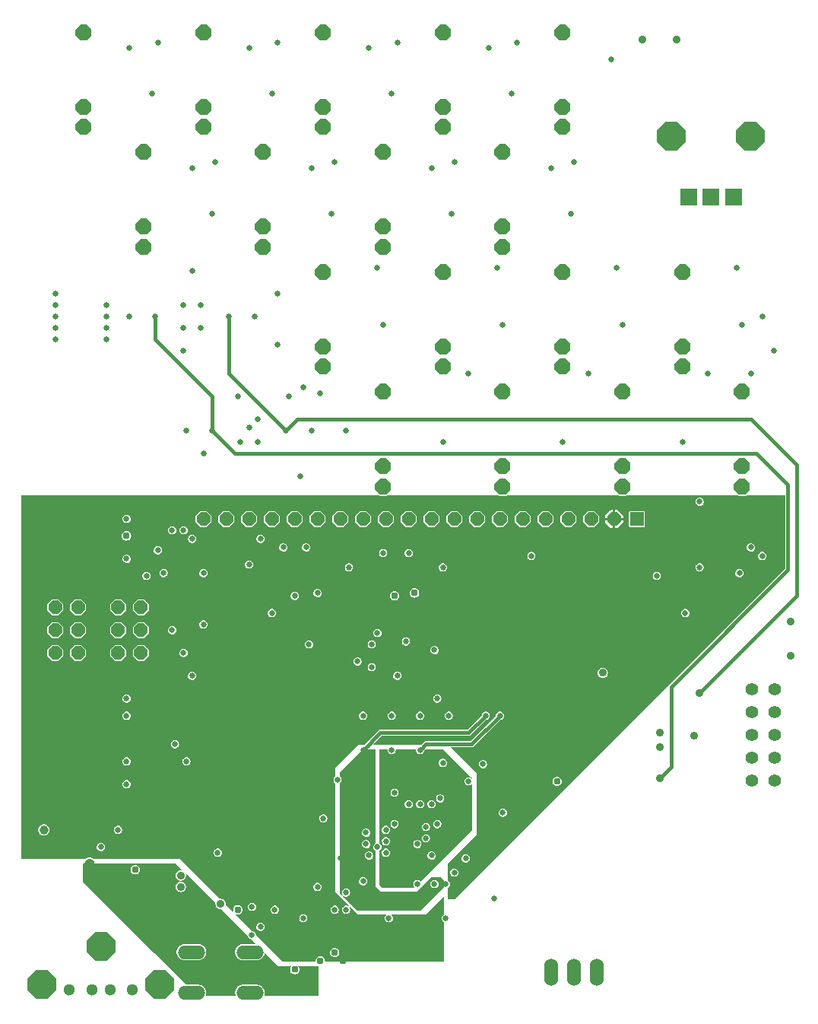
<source format=gbr>
%TF.GenerationSoftware,KiCad,Pcbnew,6.0.11*%
%TF.CreationDate,2023-03-20T20:23:42+01:00*%
%TF.ProjectId,teletype-180824-no-slots,74656c65-7479-4706-952d-313830383234,rev?*%
%TF.SameCoordinates,Original*%
%TF.FileFunction,Copper,L3,Inr*%
%TF.FilePolarity,Positive*%
%FSLAX46Y46*%
G04 Gerber Fmt 4.6, Leading zero omitted, Abs format (unit mm)*
G04 Created by KiCad (PCBNEW 6.0.11) date 2023-03-20 20:23:42*
%MOMM*%
%LPD*%
G01*
G04 APERTURE LIST*
G04 Aperture macros list*
%AMOutline5P*
0 Free polygon, 5 corners , with rotation*
0 The origin of the aperture is its center*
0 number of corners: always 5*
0 $1 to $10 corner X, Y*
0 $11 Rotation angle, in degrees counterclockwise*
0 create outline with 5 corners*
4,1,5,$1,$2,$3,$4,$5,$6,$7,$8,$9,$10,$1,$2,$11*%
%AMOutline6P*
0 Free polygon, 6 corners , with rotation*
0 The origin of the aperture is its center*
0 number of corners: always 6*
0 $1 to $12 corner X, Y*
0 $13 Rotation angle, in degrees counterclockwise*
0 create outline with 6 corners*
4,1,6,$1,$2,$3,$4,$5,$6,$7,$8,$9,$10,$11,$12,$1,$2,$13*%
%AMOutline7P*
0 Free polygon, 7 corners , with rotation*
0 The origin of the aperture is its center*
0 number of corners: always 7*
0 $1 to $14 corner X, Y*
0 $15 Rotation angle, in degrees counterclockwise*
0 create outline with 7 corners*
4,1,7,$1,$2,$3,$4,$5,$6,$7,$8,$9,$10,$11,$12,$13,$14,$1,$2,$15*%
%AMOutline8P*
0 Free polygon, 8 corners , with rotation*
0 The origin of the aperture is its center*
0 number of corners: always 8*
0 $1 to $16 corner X, Y*
0 $17 Rotation angle, in degrees counterclockwise*
0 create outline with 8 corners*
4,1,8,$1,$2,$3,$4,$5,$6,$7,$8,$9,$10,$11,$12,$13,$14,$15,$16,$1,$2,$17*%
G04 Aperture macros list end*
%TA.AperFunction,ComponentPad*%
%ADD10Outline8P,-0.762000X0.315631X-0.315631X0.762000X0.315631X0.762000X0.762000X0.315631X0.762000X-0.315631X0.315631X-0.762000X-0.315631X-0.762000X-0.762000X-0.315631X90.000000*%
%TD*%
%TA.AperFunction,ComponentPad*%
%ADD11Outline8P,-1.587500X0.657564X-0.657564X1.587500X0.657564X1.587500X1.587500X0.657564X1.587500X-0.657564X0.657564X-1.587500X-0.657564X-1.587500X-1.587500X-0.657564X90.000000*%
%TD*%
%TA.AperFunction,ComponentPad*%
%ADD12R,1.879600X1.879600*%
%TD*%
%TA.AperFunction,ComponentPad*%
%ADD13Outline8P,-1.587500X0.657564X-0.657564X1.587500X0.657564X1.587500X1.587500X0.657564X1.587500X-0.657564X0.657564X-1.587500X-0.657564X-1.587500X-1.587500X-0.657564X0.000000*%
%TD*%
%TA.AperFunction,ComponentPad*%
%ADD14C,1.300000*%
%TD*%
%TA.AperFunction,ComponentPad*%
%ADD15O,3.048000X1.524000*%
%TD*%
%TA.AperFunction,ComponentPad*%
%ADD16Outline8P,-0.750000X0.310660X-0.310660X0.750000X0.310660X0.750000X0.750000X0.310660X0.750000X-0.310660X0.310660X-0.750000X-0.310660X-0.750000X-0.750000X-0.310660X180.000000*%
%TD*%
%TA.AperFunction,ComponentPad*%
%ADD17R,1.500000X1.500000*%
%TD*%
%TA.AperFunction,ComponentPad*%
%ADD18C,1.422400*%
%TD*%
%TA.AperFunction,ComponentPad*%
%ADD19O,1.524000X3.048000*%
%TD*%
%TA.AperFunction,ComponentPad*%
%ADD20Outline8P,-0.889000X0.368236X-0.368236X0.889000X0.368236X0.889000X0.889000X0.368236X0.889000X-0.368236X0.368236X-0.889000X-0.368236X-0.889000X-0.889000X-0.368236X0.000000*%
%TD*%
%TA.AperFunction,ViaPad*%
%ADD21C,0.660400*%
%TD*%
%TA.AperFunction,ViaPad*%
%ADD22C,0.787400*%
%TD*%
%TA.AperFunction,ViaPad*%
%ADD23C,0.906400*%
%TD*%
%TA.AperFunction,ViaPad*%
%ADD24C,1.206400*%
%TD*%
%TA.AperFunction,ViaPad*%
%ADD25C,1.006400*%
%TD*%
%TA.AperFunction,Conductor*%
%ADD26C,0.406400*%
%TD*%
G04 APERTURE END LIST*
D10*
%TO.N,GND*%
%TO.C,JP2*%
X110401100Y-116020850D03*
X107861100Y-116020850D03*
%TO.N,SCL*%
X110401100Y-118560850D03*
X107861100Y-118560850D03*
%TO.N,SDA*%
X110401100Y-121100850D03*
X107861100Y-121100850D03*
%TD*%
D11*
%TO.N,N/C*%
%TO.C,P1*%
X176486100Y-63633350D03*
X185286100Y-63633350D03*
D12*
%TO.N,AGND*%
X178386100Y-70333350D03*
%TO.N,N$12*%
X180886100Y-70333350D03*
%TO.N,+3V3*%
X183386100Y-70333350D03*
%TD*%
D13*
%TO.N,GND*%
%TO.C,USB0*%
X112941100Y-153780850D03*
D11*
X119516100Y-157965850D03*
X106366100Y-157955850D03*
D14*
X116441100Y-158560850D03*
%TO.N,DP*%
X113941100Y-158560850D03*
%TO.N,DM*%
X111941100Y-158560850D03*
%TO.N,VBUS*%
X109441100Y-158560850D03*
%TD*%
D15*
%TO.N,GND*%
%TO.C,POP0*%
X129527300Y-158921450D03*
X123024900Y-158921450D03*
%TO.N,NMI*%
X129527300Y-154400250D03*
X123024900Y-154400250D03*
%TD*%
D16*
%TO.N,GND*%
%TO.C,U$1*%
X124371100Y-106200850D03*
X126911100Y-106200850D03*
%TO.N,N/C*%
X129451100Y-106200850D03*
%TO.N,CS2*%
X131991100Y-106200850D03*
%TO.N,OLED-RES*%
X134531100Y-106200850D03*
%TO.N,N/C*%
X137071100Y-106200850D03*
%TO.N,GND*%
X139611100Y-106200850D03*
X142151100Y-106200850D03*
X144691100Y-106200850D03*
X147231100Y-106200850D03*
X149771100Y-106200850D03*
X152311100Y-106200850D03*
%TO.N,MOSI*%
X154851100Y-106200850D03*
%TO.N,SCK*%
X157391100Y-106200850D03*
%TO.N,GND*%
X159931100Y-106200850D03*
X162471100Y-106200850D03*
%TO.N,OLED-DC*%
X165011100Y-106200850D03*
%TO.N,N/C*%
X167551100Y-106200850D03*
%TO.N,+3V3*%
X170091100Y-106200850D03*
D17*
%TO.N,GND*%
X172631100Y-106200850D03*
%TD*%
D18*
%TO.N,+IN*%
%TO.C,X1*%
X187948600Y-125103350D03*
X185408600Y-125103350D03*
%TO.N,GND*%
X187948600Y-127643350D03*
X185408600Y-127643350D03*
X187948600Y-130183350D03*
X185408600Y-130183350D03*
X187948600Y-132723350D03*
X185408600Y-132723350D03*
%TO.N,-IN*%
X187948600Y-135263350D03*
X185408600Y-135263350D03*
%TD*%
D10*
%TO.N,GND*%
%TO.C,JP1*%
X117386100Y-116020850D03*
X114846100Y-116020850D03*
%TO.N,SCL*%
X117386100Y-118560850D03*
X114846100Y-118560850D03*
%TO.N,SDA*%
X117386100Y-121100850D03*
X114846100Y-121100850D03*
%TD*%
D19*
%TO.N,+5V*%
%TO.C,IC2*%
X163106100Y-156660850D03*
%TO.N,GND*%
X165646100Y-156660850D03*
%TO.N,+12V*%
X168186100Y-156660850D03*
%TD*%
D20*
%TO.N,N/C*%
%TO.C,J1*%
X111036100Y-60345850D03*
%TO.N,N$38*%
X111036100Y-52045850D03*
%TO.N,GND*%
X111036100Y-62595850D03*
%TD*%
%TO.N,N/C*%
%TO.C,J2*%
X117703600Y-73680850D03*
%TO.N,N$35*%
X117703600Y-65380850D03*
%TO.N,GND*%
X117703600Y-75930850D03*
%TD*%
%TO.N,N/C*%
%TO.C,J3*%
X124371100Y-60345850D03*
%TO.N,N$36*%
X124371100Y-52045850D03*
%TO.N,GND*%
X124371100Y-62595850D03*
%TD*%
%TO.N,N/C*%
%TO.C,J4*%
X131038600Y-73680850D03*
%TO.N,N$37*%
X131038600Y-65380850D03*
%TO.N,GND*%
X131038600Y-75930850D03*
%TD*%
%TO.N,N/C*%
%TO.C,J9*%
X137706100Y-87015850D03*
%TO.N,N$8*%
X137706100Y-78715850D03*
%TO.N,GND*%
X137706100Y-89265850D03*
%TD*%
%TO.N,N/C*%
%TO.C,J10*%
X151041100Y-87015850D03*
%TO.N,N$9*%
X151041100Y-78715850D03*
%TO.N,GND*%
X151041100Y-89265850D03*
%TD*%
%TO.N,N/C*%
%TO.C,J11*%
X164376100Y-87015850D03*
%TO.N,N$10*%
X164376100Y-78715850D03*
%TO.N,GND*%
X164376100Y-89265850D03*
%TD*%
%TO.N,N/C*%
%TO.C,J12*%
X177711100Y-87015850D03*
%TO.N,N$11*%
X177711100Y-78715850D03*
%TO.N,GND*%
X177711100Y-89265850D03*
%TD*%
%TO.N,N/C*%
%TO.C,J13*%
X144373600Y-100350850D03*
%TO.N,N$32*%
X144373600Y-92050850D03*
%TO.N,GND*%
X144373600Y-102600850D03*
%TD*%
%TO.N,N/C*%
%TO.C,J14*%
X157708600Y-100350850D03*
%TO.N,N$34*%
X157708600Y-92050850D03*
%TO.N,GND*%
X157708600Y-102600850D03*
%TD*%
%TO.N,N/C*%
%TO.C,J15*%
X171043600Y-100350850D03*
%TO.N,N$21*%
X171043600Y-92050850D03*
%TO.N,GND*%
X171043600Y-102600850D03*
%TD*%
%TO.N,N/C*%
%TO.C,J16*%
X184378600Y-100350850D03*
%TO.N,N$22*%
X184378600Y-92050850D03*
%TO.N,GND*%
X184378600Y-102600850D03*
%TD*%
%TO.N,GND*%
%TO.C,J17*%
X164376100Y-60345850D03*
%TO.N,N$33*%
X164376100Y-52045850D03*
%TO.N,GND*%
X164376100Y-62595850D03*
%TD*%
%TO.N,N/C*%
%TO.C,J5*%
X137706100Y-60345850D03*
%TO.N,N$39*%
X137706100Y-52045850D03*
%TO.N,GND*%
X137706100Y-62595850D03*
%TD*%
%TO.N,N/C*%
%TO.C,J6*%
X144373600Y-73680850D03*
%TO.N,N$40*%
X144373600Y-65380850D03*
%TO.N,GND*%
X144373600Y-75930850D03*
%TD*%
%TO.N,N/C*%
%TO.C,J7*%
X151041100Y-60345850D03*
%TO.N,N$43*%
X151041100Y-52045850D03*
%TO.N,GND*%
X151041100Y-62595850D03*
%TD*%
%TO.N,N/C*%
%TO.C,J8*%
X157708600Y-73680850D03*
%TO.N,N$44*%
X157708600Y-65380850D03*
%TO.N,GND*%
X157708600Y-75930850D03*
%TD*%
D21*
%TO.N,A07*%
X165646100Y-66490850D03*
X153898600Y-135388350D03*
X113576100Y-82365850D03*
%TO.N,A06*%
X159296100Y-53155850D03*
X115798600Y-106178350D03*
X119291100Y-109670850D03*
X150723600Y-137293350D03*
X107861100Y-81095850D03*
%TO.N,A05*%
X152311100Y-66490850D03*
X149771100Y-137928350D03*
X113576100Y-83635850D03*
%TO.N,A04*%
X145961100Y-53155850D03*
X119926100Y-112210850D03*
D22*
X115798600Y-108083350D03*
D21*
X148501100Y-137928350D03*
X107861100Y-82365850D03*
%TO.N,A03*%
X138976100Y-66490850D03*
X147231100Y-137928350D03*
X113576100Y-84905850D03*
%TO.N,A02*%
X132626100Y-53155850D03*
X118021100Y-112528350D03*
X115798600Y-110623350D03*
X150406100Y-140150850D03*
X107861100Y-83635850D03*
%TO.N,A01*%
X125641100Y-66490850D03*
X149136100Y-140468350D03*
X113576100Y-86175850D03*
%TO.N,A00*%
X119291100Y-53155850D03*
X149136100Y-141738350D03*
X107861100Y-84905850D03*
%TO.N,CS2*%
X130721100Y-108400850D03*
X155486100Y-133483350D03*
%TO.N,OLED-RES*%
X129451100Y-111258350D03*
X150406100Y-126180850D03*
%TO.N,OLED-DC*%
X160883600Y-110305850D03*
%TO.N,RG8*%
X124371100Y-98875850D03*
X180568600Y-89985850D03*
%TO.N,RG7*%
X135483600Y-91573350D03*
X167233600Y-89985850D03*
%TO.N,RG6*%
X137388600Y-92208350D03*
X153898600Y-89985850D03*
%TO.N,N$28*%
X179616100Y-104273350D03*
X135166100Y-101415850D03*
%TO.N,N$23*%
X128181100Y-92525850D03*
X177711100Y-97605850D03*
%TO.N,N$15*%
X133896100Y-92525850D03*
X164376100Y-97605850D03*
%TO.N,N$13*%
X140246100Y-96335850D03*
X151041100Y-97605850D03*
%TO.N,N$7*%
X123101100Y-78555850D03*
X184378600Y-84588350D03*
%TO.N,N$6*%
X122148600Y-87445850D03*
X171043600Y-84588350D03*
%TO.N,N$5*%
X132626100Y-86810850D03*
X157708600Y-84588350D03*
%TO.N,N$3*%
X132626100Y-81095850D03*
X144373600Y-84588350D03*
%TO.N,N$4*%
X131991100Y-116655850D03*
X146913600Y-119830850D03*
%TO.N,AGND*%
X169773600Y-55060850D03*
D23*
X177076100Y-52838350D03*
X189776100Y-117608350D03*
D21*
X140563600Y-111575850D03*
X151041100Y-111575850D03*
D22*
X145643600Y-114750850D03*
D21*
X134531100Y-114750850D03*
X137071100Y-114433350D03*
D22*
X147866100Y-114433350D03*
D21*
X178028600Y-116655850D03*
X179616100Y-111575850D03*
%TO.N,B11*%
X124371100Y-112210850D03*
X124371100Y-117925850D03*
X145643600Y-136658350D03*
X122148600Y-82365850D03*
%TO.N,B10*%
X120878600Y-118560850D03*
X120878600Y-107448350D03*
X145643600Y-140150850D03*
X122148600Y-84905850D03*
%TO.N,B09*%
X122148600Y-121100850D03*
X122148600Y-107448350D03*
X144691100Y-140785850D03*
X124053600Y-84905850D03*
%TO.N,CV-OUT3*%
X128498600Y-97605850D03*
X144373600Y-109988350D03*
%TO.N,CV-OUT2*%
X129451100Y-96018350D03*
X147231100Y-109988350D03*
%TO.N,CV-OUT1*%
X133261100Y-109353350D03*
X130403600Y-95065850D03*
%TO.N,CV-OUT0*%
X135801100Y-109353350D03*
X130403600Y-97605850D03*
%TO.N,CV-IN1*%
X186601100Y-83635850D03*
X186601100Y-110305850D03*
%TO.N,CV-IN0*%
X187871100Y-87445850D03*
X185331100Y-109353350D03*
%TO.N,N$2*%
X129768600Y-152533350D03*
D22*
X137388600Y-155390850D03*
D21*
X138976100Y-149675850D03*
X142786100Y-143643350D03*
%TO.N,N$1*%
X130721100Y-151580850D03*
D22*
X138976100Y-154438350D03*
D21*
X140246100Y-149675850D03*
X143738600Y-142690850D03*
%TO.N,CS1*%
X143103600Y-122688350D03*
X174853600Y-112528350D03*
%TO.N,-12V*%
X125323600Y-96335850D03*
X118973600Y-83635850D03*
D23*
X175171100Y-135070850D03*
D21*
%TO.N,+12V*%
X133578600Y-96335850D03*
X127228600Y-83635850D03*
D23*
X179616100Y-125545850D03*
D21*
%TO.N,RX*%
X148183600Y-142373350D03*
X115798600Y-133165850D03*
%TO.N,B08*%
X123101100Y-108400850D03*
X123101100Y-123640850D03*
X144691100Y-142055850D03*
X124053600Y-82365850D03*
%TO.N,TX*%
X115798600Y-135705850D03*
%TO.N,SCK*%
X141516100Y-122053350D03*
X136118600Y-120148350D03*
X143103600Y-120148350D03*
%TO.N,NMI*%
X139293600Y-135229600D03*
X137071100Y-147135850D03*
%TO.N,RESET*%
X125958600Y-143325850D03*
X150088600Y-146818350D03*
X112941100Y-142690850D03*
%TO.N,+3V3*%
X138658600Y-72205850D03*
X151993600Y-72205850D03*
X165328600Y-72205850D03*
X125323600Y-72205850D03*
X158661100Y-58870850D03*
X145326100Y-58870850D03*
X131991100Y-58870850D03*
X118656100Y-58870850D03*
X126593600Y-132213350D03*
D23*
X173266100Y-52838350D03*
D21*
X182156100Y-117925850D03*
X116433600Y-140785850D03*
D22*
X139928600Y-155390850D03*
D23*
X159613600Y-131895850D03*
D21*
X153263600Y-132213350D03*
X182791100Y-109035850D03*
X138341100Y-118878350D03*
X148818600Y-118878350D03*
%TO.N,SDA*%
X122466100Y-133165850D03*
X142468600Y-141103350D03*
%TO.N,SCL*%
X121196100Y-131260850D03*
X142468600Y-142373350D03*
%TO.N,MOSI*%
X150088600Y-120783350D03*
X143738600Y-118878350D03*
%TO.N,MISO*%
X145961100Y-123640850D03*
X184061100Y-112210850D03*
D24*
%TO.N,+5V*%
X111671100Y-144595850D03*
X135801100Y-158565850D03*
X133896100Y-158565850D03*
D23*
X121831100Y-148723350D03*
D21*
%TO.N,USB-VBOF*%
X132308600Y-149675850D03*
X149771100Y-143643350D03*
%TO.N,USB-OC*%
X152311100Y-145548350D03*
D23*
X121831100Y-145865850D03*
D21*
X129768600Y-149358350D03*
D22*
%TO.N,VBUS*%
X128181100Y-149675850D03*
D21*
X135483600Y-150628350D03*
X144691100Y-143325850D03*
D23*
X121831100Y-147135850D03*
D21*
%TO.N,VDDIN*%
X157391100Y-128085850D03*
X148501100Y-131895850D03*
%TO.N,VDDOUT*%
X148501100Y-135229600D03*
X144373600Y-146818350D03*
X153898600Y-139515850D03*
X146596100Y-146818350D03*
%TO.N,VDDIO*%
X151358600Y-146818350D03*
X155803600Y-128085850D03*
X142151100Y-131895850D03*
X139611100Y-143960850D03*
%TO.N,GND*%
X156756100Y-148405850D03*
X185331100Y-89985850D03*
X143738600Y-78238350D03*
X157073600Y-78238350D03*
X170408600Y-78238350D03*
X183743600Y-78238350D03*
X130086100Y-83635850D03*
X163106100Y-67125850D03*
X149771100Y-67125850D03*
X136436100Y-67125850D03*
X123101100Y-67125850D03*
X156121100Y-53790850D03*
X142786100Y-53790850D03*
X129451100Y-53790850D03*
X116116100Y-53790850D03*
D23*
X178981100Y-130308350D03*
X175171100Y-131578350D03*
X175171100Y-129990850D03*
D21*
X136436100Y-96335850D03*
X122466100Y-96335850D03*
X114846100Y-140785850D03*
D22*
X116751100Y-145230850D03*
D25*
X106591100Y-140785850D03*
D22*
X134531100Y-156343350D03*
D23*
X168821100Y-123323350D03*
D22*
X163741100Y-135388350D03*
D21*
X148183600Y-146818350D03*
X145326100Y-128085850D03*
X148501100Y-128085850D03*
X116116100Y-83635850D03*
X107861100Y-86175850D03*
D23*
X189776100Y-121418350D03*
D21*
X115798600Y-126180850D03*
X115798600Y-128085850D03*
X151358600Y-150628350D03*
X140246100Y-147770850D03*
X151041100Y-133324600D03*
X157708600Y-138880850D03*
X142151100Y-128085850D03*
X151676100Y-128085850D03*
X137706100Y-139515850D03*
X153581100Y-143960850D03*
X145008600Y-150628350D03*
X142151100Y-146500850D03*
X145326100Y-131895850D03*
D23*
X126276100Y-149040850D03*
%TD*%
D26*
%TO.N,-12V*%
X189458600Y-102368350D02*
X185966100Y-98875850D01*
X127863600Y-98875850D02*
X185966100Y-98875850D01*
X125323600Y-96335850D02*
X127863600Y-98875850D01*
X118973600Y-86175850D02*
X118973600Y-83635850D01*
X125323600Y-92525850D02*
X118973600Y-86175850D01*
X125323600Y-96335850D02*
X125323600Y-92525850D01*
X176441100Y-133800850D02*
X175171100Y-135070850D01*
X176441100Y-124910850D02*
X176441100Y-133800850D01*
X189458600Y-111893350D02*
X176441100Y-124910850D01*
X189458600Y-111893350D02*
X189458600Y-102368350D01*
%TO.N,+12V*%
X190411100Y-100145850D02*
X185331100Y-95065850D01*
X134848600Y-95065850D02*
X185331100Y-95065850D01*
X133578600Y-96335850D02*
X134848600Y-95065850D01*
X127228600Y-89985850D02*
X133578600Y-96335850D01*
X127228600Y-83635850D02*
X127228600Y-89985850D01*
X179616100Y-125545850D02*
X190411100Y-114750850D01*
X190411100Y-114750850D02*
X190411100Y-100145850D01*
%TO.N,VDDIN*%
X149136100Y-131260850D02*
X148501100Y-131895850D01*
X154216100Y-131260850D02*
X149136100Y-131260850D01*
X157391100Y-128085850D02*
X154216100Y-131260850D01*
%TO.N,VDDIO*%
X144056100Y-129990850D02*
X142151100Y-131895850D01*
X153898600Y-129990850D02*
X144056100Y-129990850D01*
X155803600Y-128085850D02*
X153898600Y-129990850D01*
%TD*%
%TA.AperFunction,Conductor*%
%TO.N,VDDIO*%
G36*
X143508114Y-131808836D02*
G01*
X143522700Y-131844050D01*
X143522700Y-142258376D01*
X143508114Y-142293590D01*
X143499475Y-142300492D01*
X143438905Y-142338709D01*
X143436556Y-142341369D01*
X143384278Y-142400563D01*
X143352117Y-142436978D01*
X143335105Y-142473212D01*
X143297906Y-142552442D01*
X143297905Y-142552445D01*
X143296398Y-142555655D01*
X143276228Y-142685201D01*
X143293227Y-142815200D01*
X143346030Y-142935204D01*
X143430391Y-143035563D01*
X143433346Y-143037530D01*
X143500495Y-143082229D01*
X143521726Y-143113884D01*
X143522700Y-143123684D01*
X143522700Y-147093766D01*
X144098184Y-147669250D01*
X148141516Y-147669250D01*
X148998065Y-146812701D01*
X149626228Y-146812701D01*
X149643227Y-146942700D01*
X149696030Y-147062704D01*
X149780391Y-147163063D01*
X149889529Y-147235712D01*
X150014670Y-147274809D01*
X150018214Y-147274874D01*
X150142207Y-147277146D01*
X150145754Y-147277211D01*
X150154565Y-147274809D01*
X150160329Y-147273237D01*
X150272244Y-147242726D01*
X150383971Y-147174126D01*
X150471953Y-147076925D01*
X150529117Y-146958937D01*
X150550869Y-146829648D01*
X150551007Y-146818350D01*
X150542946Y-146762058D01*
X150532924Y-146692080D01*
X150532421Y-146688568D01*
X150478156Y-146569219D01*
X150392575Y-146469897D01*
X150389600Y-146467969D01*
X150389597Y-146467966D01*
X150321401Y-146423764D01*
X150282558Y-146398587D01*
X150156948Y-146361022D01*
X150153401Y-146361000D01*
X150153399Y-146361000D01*
X150093696Y-146360636D01*
X150025844Y-146360221D01*
X149899785Y-146396249D01*
X149788905Y-146466209D01*
X149702117Y-146564478D01*
X149675260Y-146621682D01*
X149647906Y-146679942D01*
X149647905Y-146679945D01*
X149646398Y-146683155D01*
X149626228Y-146812701D01*
X148998065Y-146812701D01*
X149714430Y-146096336D01*
X149749644Y-146081750D01*
X150745056Y-146081750D01*
X150780270Y-146096336D01*
X151128114Y-146444180D01*
X151142700Y-146479394D01*
X151142700Y-147157306D01*
X151128114Y-147192520D01*
X148557770Y-149762864D01*
X148522556Y-149777450D01*
X141494644Y-149777450D01*
X141459430Y-149762864D01*
X139916106Y-148219540D01*
X139901520Y-148184326D01*
X139916106Y-148149112D01*
X139951320Y-148134526D01*
X139978915Y-148142871D01*
X140047029Y-148188212D01*
X140172170Y-148227309D01*
X140175714Y-148227374D01*
X140299707Y-148229646D01*
X140303254Y-148229711D01*
X140312065Y-148227309D01*
X140340561Y-148219540D01*
X140429744Y-148195226D01*
X140541471Y-148126626D01*
X140629453Y-148029425D01*
X140686617Y-147911437D01*
X140708369Y-147782148D01*
X140708507Y-147770850D01*
X140689921Y-147641068D01*
X140635656Y-147521719D01*
X140550075Y-147422397D01*
X140547100Y-147420469D01*
X140547097Y-147420466D01*
X140478901Y-147376264D01*
X140440058Y-147351087D01*
X140314448Y-147313522D01*
X140310901Y-147313500D01*
X140310899Y-147313500D01*
X140251196Y-147313136D01*
X140183344Y-147312721D01*
X140057285Y-147348749D01*
X139946405Y-147418709D01*
X139859617Y-147516978D01*
X139830264Y-147579497D01*
X139805406Y-147632442D01*
X139805405Y-147632445D01*
X139803898Y-147635655D01*
X139783728Y-147765201D01*
X139800727Y-147895200D01*
X139853530Y-148015204D01*
X139855814Y-148017921D01*
X139859684Y-148022525D01*
X139871177Y-148058866D01*
X139853607Y-148092690D01*
X139817266Y-148104183D01*
X139786349Y-148089783D01*
X139524086Y-147827520D01*
X139509500Y-147792306D01*
X139509500Y-146495201D01*
X141688728Y-146495201D01*
X141705727Y-146625200D01*
X141758530Y-146745204D01*
X141842891Y-146845563D01*
X141952029Y-146918212D01*
X142077170Y-146957309D01*
X142080714Y-146957374D01*
X142204707Y-146959646D01*
X142208254Y-146959711D01*
X142217065Y-146957309D01*
X142258740Y-146945947D01*
X142334744Y-146925226D01*
X142446471Y-146856626D01*
X142534453Y-146759425D01*
X142591617Y-146641437D01*
X142613369Y-146512148D01*
X142613507Y-146500850D01*
X142598717Y-146397571D01*
X142595424Y-146374580D01*
X142594921Y-146371068D01*
X142540656Y-146251719D01*
X142455075Y-146152397D01*
X142452100Y-146150469D01*
X142452097Y-146150466D01*
X142368584Y-146096336D01*
X142345058Y-146081087D01*
X142219448Y-146043522D01*
X142215901Y-146043500D01*
X142215899Y-146043500D01*
X142156197Y-146043136D01*
X142088344Y-146042721D01*
X141962285Y-146078749D01*
X141851405Y-146148709D01*
X141764617Y-146246978D01*
X141735264Y-146309497D01*
X141710406Y-146362442D01*
X141710405Y-146362445D01*
X141708898Y-146365655D01*
X141688728Y-146495201D01*
X139509500Y-146495201D01*
X139509500Y-143637701D01*
X142323728Y-143637701D01*
X142340727Y-143767700D01*
X142393530Y-143887704D01*
X142477891Y-143988063D01*
X142587029Y-144060712D01*
X142712170Y-144099809D01*
X142715714Y-144099874D01*
X142839707Y-144102146D01*
X142843254Y-144102211D01*
X142852065Y-144099809D01*
X142857829Y-144098237D01*
X142969744Y-144067726D01*
X143081471Y-143999126D01*
X143169453Y-143901925D01*
X143226617Y-143783937D01*
X143248369Y-143654648D01*
X143248507Y-143643350D01*
X143229921Y-143513568D01*
X143175656Y-143394219D01*
X143090075Y-143294897D01*
X143087100Y-143292969D01*
X143087097Y-143292966D01*
X143018901Y-143248764D01*
X142980058Y-143223587D01*
X142854448Y-143186022D01*
X142850901Y-143186000D01*
X142850899Y-143186000D01*
X142791196Y-143185636D01*
X142723344Y-143185221D01*
X142597285Y-143221249D01*
X142486405Y-143291209D01*
X142399617Y-143389478D01*
X142371108Y-143450200D01*
X142345406Y-143504942D01*
X142345405Y-143504945D01*
X142343898Y-143508155D01*
X142323728Y-143637701D01*
X139509500Y-143637701D01*
X139509500Y-142367701D01*
X142006228Y-142367701D01*
X142023227Y-142497700D01*
X142076030Y-142617704D01*
X142160391Y-142718063D01*
X142269529Y-142790712D01*
X142394670Y-142829809D01*
X142398214Y-142829874D01*
X142522207Y-142832146D01*
X142525754Y-142832211D01*
X142534565Y-142829809D01*
X142576240Y-142818447D01*
X142652244Y-142797726D01*
X142763971Y-142729126D01*
X142851953Y-142631925D01*
X142909117Y-142513937D01*
X142930869Y-142384648D01*
X142931007Y-142373350D01*
X142912421Y-142243568D01*
X142858156Y-142124219D01*
X142772575Y-142024897D01*
X142769600Y-142022969D01*
X142769597Y-142022966D01*
X142701401Y-141978764D01*
X142662558Y-141953587D01*
X142536948Y-141916022D01*
X142533401Y-141916000D01*
X142533399Y-141916000D01*
X142473696Y-141915636D01*
X142405844Y-141915221D01*
X142279785Y-141951249D01*
X142168905Y-142021209D01*
X142166556Y-142023869D01*
X142114278Y-142083063D01*
X142082117Y-142119478D01*
X142065105Y-142155712D01*
X142027906Y-142234942D01*
X142027905Y-142234945D01*
X142026398Y-142238155D01*
X142006228Y-142367701D01*
X139509500Y-142367701D01*
X139509500Y-141097701D01*
X142006228Y-141097701D01*
X142023227Y-141227700D01*
X142076030Y-141347704D01*
X142160391Y-141448063D01*
X142269529Y-141520712D01*
X142394670Y-141559809D01*
X142398214Y-141559874D01*
X142522207Y-141562146D01*
X142525754Y-141562211D01*
X142534565Y-141559809D01*
X142540329Y-141558237D01*
X142652244Y-141527726D01*
X142763971Y-141459126D01*
X142851953Y-141361925D01*
X142909117Y-141243937D01*
X142930869Y-141114648D01*
X142931007Y-141103350D01*
X142912421Y-140973568D01*
X142858156Y-140854219D01*
X142772575Y-140754897D01*
X142769600Y-140752969D01*
X142769597Y-140752966D01*
X142701401Y-140708764D01*
X142662558Y-140683587D01*
X142536948Y-140646022D01*
X142533401Y-140646000D01*
X142533399Y-140646000D01*
X142473696Y-140645636D01*
X142405844Y-140645221D01*
X142279785Y-140681249D01*
X142168905Y-140751209D01*
X142166556Y-140753869D01*
X142114278Y-140813063D01*
X142082117Y-140849478D01*
X142065105Y-140885712D01*
X142027906Y-140964942D01*
X142027905Y-140964945D01*
X142026398Y-140968155D01*
X142006228Y-141097701D01*
X139509500Y-141097701D01*
X139509500Y-135662032D01*
X139524086Y-135626818D01*
X139533243Y-135619593D01*
X139552557Y-135607734D01*
X139588971Y-135585376D01*
X139676953Y-135488175D01*
X139734117Y-135370187D01*
X139755869Y-135240898D01*
X139756007Y-135229600D01*
X139737421Y-135099818D01*
X139683156Y-134980469D01*
X139597575Y-134881147D01*
X139594600Y-134879219D01*
X139594597Y-134879216D01*
X139532213Y-134838781D01*
X139510597Y-134807388D01*
X139509500Y-134796992D01*
X139509500Y-134414394D01*
X139524086Y-134379180D01*
X142094430Y-131808836D01*
X142129644Y-131794250D01*
X143472900Y-131794250D01*
X143508114Y-131808836D01*
G37*
%TD.AperFunction*%
%TD*%
%TA.AperFunction,Conductor*%
%TO.N,VDDOUT*%
G36*
X144855728Y-131808836D02*
G01*
X144870314Y-131844050D01*
X144869721Y-131851707D01*
X144863728Y-131890201D01*
X144880727Y-132020200D01*
X144933530Y-132140204D01*
X145017891Y-132240563D01*
X145127029Y-132313212D01*
X145252170Y-132352309D01*
X145255714Y-132352374D01*
X145379707Y-132354646D01*
X145383254Y-132354711D01*
X145392065Y-132352309D01*
X145397829Y-132350737D01*
X145509744Y-132320226D01*
X145621471Y-132251626D01*
X145709453Y-132154425D01*
X145766617Y-132036437D01*
X145788369Y-131907148D01*
X145788507Y-131895850D01*
X145782100Y-131851110D01*
X145791547Y-131814184D01*
X145824337Y-131794753D01*
X145831397Y-131794250D01*
X147995514Y-131794250D01*
X148030728Y-131808836D01*
X148045314Y-131844050D01*
X148044721Y-131851707D01*
X148038728Y-131890201D01*
X148055727Y-132020200D01*
X148108530Y-132140204D01*
X148192891Y-132240563D01*
X148302029Y-132313212D01*
X148427170Y-132352309D01*
X148430714Y-132352374D01*
X148554707Y-132354646D01*
X148558254Y-132354711D01*
X148567065Y-132352309D01*
X148572829Y-132350737D01*
X148684744Y-132320226D01*
X148796471Y-132251626D01*
X148884453Y-132154425D01*
X148941617Y-132036437D01*
X148961919Y-131915768D01*
X148975815Y-131888816D01*
X149055795Y-131808836D01*
X149091009Y-131794250D01*
X151062556Y-131794250D01*
X151097770Y-131808836D01*
X154227790Y-134938856D01*
X154242376Y-134974070D01*
X154227790Y-135009284D01*
X154192576Y-135023870D01*
X154165489Y-135015859D01*
X154101017Y-134974070D01*
X154092558Y-134968587D01*
X153966948Y-134931022D01*
X153963401Y-134931000D01*
X153963399Y-134931000D01*
X153903696Y-134930636D01*
X153835844Y-134930221D01*
X153709785Y-134966249D01*
X153598905Y-135036209D01*
X153512117Y-135134478D01*
X153482764Y-135196997D01*
X153457906Y-135249942D01*
X153457905Y-135249945D01*
X153456398Y-135253155D01*
X153436228Y-135382701D01*
X153453227Y-135512700D01*
X153506030Y-135632704D01*
X153590391Y-135733063D01*
X153699529Y-135805712D01*
X153824670Y-135844809D01*
X153828214Y-135844874D01*
X153952207Y-135847146D01*
X153955754Y-135847211D01*
X153964565Y-135844809D01*
X153970329Y-135843237D01*
X154082244Y-135812726D01*
X154193971Y-135744126D01*
X154230979Y-135703240D01*
X154265424Y-135686921D01*
X154301319Y-135699738D01*
X154317700Y-135736659D01*
X154317700Y-140807306D01*
X154303114Y-140842520D01*
X148612592Y-146533042D01*
X148577378Y-146547628D01*
X148539652Y-146530335D01*
X148487575Y-146469897D01*
X148484600Y-146467969D01*
X148484597Y-146467966D01*
X148416401Y-146423764D01*
X148377558Y-146398587D01*
X148251948Y-146361022D01*
X148248401Y-146361000D01*
X148248399Y-146361000D01*
X148188696Y-146360636D01*
X148120844Y-146360221D01*
X147994785Y-146396249D01*
X147883905Y-146466209D01*
X147797117Y-146564478D01*
X147767764Y-146626997D01*
X147742906Y-146679942D01*
X147742905Y-146679945D01*
X147741398Y-146683155D01*
X147721228Y-146812701D01*
X147738227Y-146942700D01*
X147791030Y-147062704D01*
X147793314Y-147065421D01*
X147869123Y-147155606D01*
X147880616Y-147191947D01*
X147863046Y-147225771D01*
X147831002Y-147237450D01*
X144352144Y-147237450D01*
X144316930Y-147222864D01*
X143969086Y-146875020D01*
X143954500Y-146839806D01*
X143954500Y-143320201D01*
X144228728Y-143320201D01*
X144245727Y-143450200D01*
X144298530Y-143570204D01*
X144382891Y-143670563D01*
X144492029Y-143743212D01*
X144617170Y-143782309D01*
X144620714Y-143782374D01*
X144744707Y-143784646D01*
X144748254Y-143784711D01*
X144757065Y-143782309D01*
X144798740Y-143770947D01*
X144874744Y-143750226D01*
X144986471Y-143681626D01*
X145026230Y-143637701D01*
X149308728Y-143637701D01*
X149325727Y-143767700D01*
X149378530Y-143887704D01*
X149462891Y-143988063D01*
X149572029Y-144060712D01*
X149697170Y-144099809D01*
X149700714Y-144099874D01*
X149824707Y-144102146D01*
X149828254Y-144102211D01*
X149837065Y-144099809D01*
X149842829Y-144098237D01*
X149954744Y-144067726D01*
X150066471Y-143999126D01*
X150154453Y-143901925D01*
X150211617Y-143783937D01*
X150233369Y-143654648D01*
X150233507Y-143643350D01*
X150225446Y-143587058D01*
X150215424Y-143517080D01*
X150214921Y-143513568D01*
X150160656Y-143394219D01*
X150075075Y-143294897D01*
X150072100Y-143292969D01*
X150072097Y-143292966D01*
X150003901Y-143248764D01*
X149965058Y-143223587D01*
X149839448Y-143186022D01*
X149835901Y-143186000D01*
X149835899Y-143186000D01*
X149776196Y-143185636D01*
X149708344Y-143185221D01*
X149582285Y-143221249D01*
X149471405Y-143291209D01*
X149384617Y-143389478D01*
X149357760Y-143446682D01*
X149330406Y-143504942D01*
X149330405Y-143504945D01*
X149328898Y-143508155D01*
X149308728Y-143637701D01*
X145026230Y-143637701D01*
X145074453Y-143584425D01*
X145131617Y-143466437D01*
X145153369Y-143337148D01*
X145153507Y-143325850D01*
X145138717Y-143222571D01*
X145135424Y-143199580D01*
X145134921Y-143196068D01*
X145080656Y-143076719D01*
X144995075Y-142977397D01*
X144992100Y-142975469D01*
X144992097Y-142975466D01*
X144923901Y-142931264D01*
X144885058Y-142906087D01*
X144759448Y-142868522D01*
X144755901Y-142868500D01*
X144755899Y-142868500D01*
X144696196Y-142868136D01*
X144628344Y-142867721D01*
X144502285Y-142903749D01*
X144391405Y-142973709D01*
X144389056Y-142976369D01*
X144336778Y-143035563D01*
X144304617Y-143071978D01*
X144300455Y-143080843D01*
X144250406Y-143187442D01*
X144250405Y-143187445D01*
X144248898Y-143190655D01*
X144228728Y-143320201D01*
X143954500Y-143320201D01*
X143954500Y-143123282D01*
X143969086Y-143088068D01*
X143978243Y-143080843D01*
X143997557Y-143068984D01*
X144033971Y-143046626D01*
X144096634Y-142977397D01*
X144119570Y-142952058D01*
X144119571Y-142952057D01*
X144121953Y-142949425D01*
X144179117Y-142831437D01*
X144200869Y-142702148D01*
X144201007Y-142690850D01*
X144192946Y-142634558D01*
X144182924Y-142564580D01*
X144182421Y-142561068D01*
X144128156Y-142441719D01*
X144042575Y-142342397D01*
X144039600Y-142340469D01*
X144039597Y-142340466D01*
X143977213Y-142300031D01*
X143955597Y-142268638D01*
X143954500Y-142258242D01*
X143954500Y-142050201D01*
X144228728Y-142050201D01*
X144245727Y-142180200D01*
X144253212Y-142197211D01*
X144284641Y-142268638D01*
X144298530Y-142300204D01*
X144382891Y-142400563D01*
X144492029Y-142473212D01*
X144617170Y-142512309D01*
X144620714Y-142512374D01*
X144744707Y-142514646D01*
X144748254Y-142514711D01*
X144757065Y-142512309D01*
X144798740Y-142500947D01*
X144874744Y-142480226D01*
X144986471Y-142411626D01*
X145026230Y-142367701D01*
X147721228Y-142367701D01*
X147738227Y-142497700D01*
X147791030Y-142617704D01*
X147875391Y-142718063D01*
X147984529Y-142790712D01*
X148109670Y-142829809D01*
X148113214Y-142829874D01*
X148237207Y-142832146D01*
X148240754Y-142832211D01*
X148249565Y-142829809D01*
X148256420Y-142827940D01*
X148367244Y-142797726D01*
X148478971Y-142729126D01*
X148566953Y-142631925D01*
X148624117Y-142513937D01*
X148645869Y-142384648D01*
X148646007Y-142373350D01*
X148637946Y-142317058D01*
X148627924Y-142247080D01*
X148627421Y-142243568D01*
X148573156Y-142124219D01*
X148487575Y-142024897D01*
X148484600Y-142022969D01*
X148484597Y-142022966D01*
X148416401Y-141978764D01*
X148377558Y-141953587D01*
X148251948Y-141916022D01*
X148248401Y-141916000D01*
X148248399Y-141916000D01*
X148188696Y-141915636D01*
X148120844Y-141915221D01*
X147994785Y-141951249D01*
X147883905Y-142021209D01*
X147881556Y-142023869D01*
X147829278Y-142083063D01*
X147797117Y-142119478D01*
X147770260Y-142176682D01*
X147742906Y-142234942D01*
X147742905Y-142234945D01*
X147741398Y-142238155D01*
X147721228Y-142367701D01*
X145026230Y-142367701D01*
X145074453Y-142314425D01*
X145131617Y-142196437D01*
X145153369Y-142067148D01*
X145153507Y-142055850D01*
X145145446Y-141999558D01*
X145135424Y-141929580D01*
X145134921Y-141926068D01*
X145080656Y-141806719D01*
X145016878Y-141732701D01*
X148673728Y-141732701D01*
X148690727Y-141862700D01*
X148743530Y-141982704D01*
X148827891Y-142083063D01*
X148937029Y-142155712D01*
X149062170Y-142194809D01*
X149065714Y-142194874D01*
X149189707Y-142197146D01*
X149193254Y-142197211D01*
X149202065Y-142194809D01*
X149243740Y-142183447D01*
X149319744Y-142162726D01*
X149431471Y-142094126D01*
X149494134Y-142024897D01*
X149517070Y-141999558D01*
X149517071Y-141999557D01*
X149519453Y-141996925D01*
X149576617Y-141878937D01*
X149598369Y-141749648D01*
X149598507Y-141738350D01*
X149583717Y-141635071D01*
X149580424Y-141612080D01*
X149579921Y-141608568D01*
X149525656Y-141489219D01*
X149440075Y-141389897D01*
X149437100Y-141387969D01*
X149437097Y-141387966D01*
X149368901Y-141343764D01*
X149330058Y-141318587D01*
X149204448Y-141281022D01*
X149200901Y-141281000D01*
X149200899Y-141281000D01*
X149141196Y-141280636D01*
X149073344Y-141280221D01*
X148947285Y-141316249D01*
X148836405Y-141386209D01*
X148749617Y-141484478D01*
X148720264Y-141546997D01*
X148695406Y-141599942D01*
X148695405Y-141599945D01*
X148693898Y-141603155D01*
X148673728Y-141732701D01*
X145016878Y-141732701D01*
X144995075Y-141707397D01*
X144992100Y-141705469D01*
X144992097Y-141705466D01*
X144923901Y-141661264D01*
X144885058Y-141636087D01*
X144759448Y-141598522D01*
X144755901Y-141598500D01*
X144755899Y-141598500D01*
X144696196Y-141598136D01*
X144628344Y-141597721D01*
X144502285Y-141633749D01*
X144391405Y-141703709D01*
X144304617Y-141801978D01*
X144277760Y-141859182D01*
X144250406Y-141917442D01*
X144250405Y-141917445D01*
X144248898Y-141920655D01*
X144228728Y-142050201D01*
X143954500Y-142050201D01*
X143954500Y-140780201D01*
X144228728Y-140780201D01*
X144245727Y-140910200D01*
X144298530Y-141030204D01*
X144382891Y-141130563D01*
X144492029Y-141203212D01*
X144617170Y-141242309D01*
X144620714Y-141242374D01*
X144744707Y-141244646D01*
X144748254Y-141244711D01*
X144757065Y-141242309D01*
X144762829Y-141240737D01*
X144874744Y-141210226D01*
X144986471Y-141141626D01*
X145074453Y-141044425D01*
X145131617Y-140926437D01*
X145153369Y-140797148D01*
X145153507Y-140785850D01*
X145145446Y-140729558D01*
X145135424Y-140659580D01*
X145134921Y-140656068D01*
X145080656Y-140536719D01*
X144995075Y-140437397D01*
X144992100Y-140435469D01*
X144992097Y-140435466D01*
X144923901Y-140391264D01*
X144885058Y-140366087D01*
X144759448Y-140328522D01*
X144755901Y-140328500D01*
X144755899Y-140328500D01*
X144696196Y-140328136D01*
X144628344Y-140327721D01*
X144502285Y-140363749D01*
X144391405Y-140433709D01*
X144389056Y-140436369D01*
X144336778Y-140495563D01*
X144304617Y-140531978D01*
X144277760Y-140589182D01*
X144250406Y-140647442D01*
X144250405Y-140647445D01*
X144248898Y-140650655D01*
X144228728Y-140780201D01*
X143954500Y-140780201D01*
X143954500Y-140145201D01*
X145181228Y-140145201D01*
X145198227Y-140275200D01*
X145251030Y-140395204D01*
X145335391Y-140495563D01*
X145444529Y-140568212D01*
X145569670Y-140607309D01*
X145573214Y-140607374D01*
X145697207Y-140609646D01*
X145700754Y-140609711D01*
X145709565Y-140607309D01*
X145751240Y-140595947D01*
X145827244Y-140575226D01*
X145938971Y-140506626D01*
X145978730Y-140462701D01*
X148673728Y-140462701D01*
X148690727Y-140592700D01*
X148743530Y-140712704D01*
X148827891Y-140813063D01*
X148937029Y-140885712D01*
X149062170Y-140924809D01*
X149065714Y-140924874D01*
X149189707Y-140927146D01*
X149193254Y-140927211D01*
X149202065Y-140924809D01*
X149243740Y-140913447D01*
X149319744Y-140892726D01*
X149431471Y-140824126D01*
X149519453Y-140726925D01*
X149576617Y-140608937D01*
X149598369Y-140479648D01*
X149598507Y-140468350D01*
X149590446Y-140412058D01*
X149580424Y-140342080D01*
X149579921Y-140338568D01*
X149525656Y-140219219D01*
X149461878Y-140145201D01*
X149943728Y-140145201D01*
X149960727Y-140275200D01*
X150013530Y-140395204D01*
X150097891Y-140495563D01*
X150207029Y-140568212D01*
X150332170Y-140607309D01*
X150335714Y-140607374D01*
X150459707Y-140609646D01*
X150463254Y-140609711D01*
X150472065Y-140607309D01*
X150513740Y-140595947D01*
X150589744Y-140575226D01*
X150701471Y-140506626D01*
X150764134Y-140437397D01*
X150787070Y-140412058D01*
X150787071Y-140412057D01*
X150789453Y-140409425D01*
X150846617Y-140291437D01*
X150868369Y-140162148D01*
X150868507Y-140150850D01*
X150853717Y-140047571D01*
X150850424Y-140024580D01*
X150849921Y-140021068D01*
X150795656Y-139901719D01*
X150710075Y-139802397D01*
X150707100Y-139800469D01*
X150707097Y-139800466D01*
X150638901Y-139756264D01*
X150600058Y-139731087D01*
X150474448Y-139693522D01*
X150470901Y-139693500D01*
X150470899Y-139693500D01*
X150411196Y-139693136D01*
X150343344Y-139692721D01*
X150217285Y-139728749D01*
X150106405Y-139798709D01*
X150019617Y-139896978D01*
X149990264Y-139959497D01*
X149965406Y-140012442D01*
X149965405Y-140012445D01*
X149963898Y-140015655D01*
X149943728Y-140145201D01*
X149461878Y-140145201D01*
X149440075Y-140119897D01*
X149437100Y-140117969D01*
X149437097Y-140117966D01*
X149368901Y-140073764D01*
X149330058Y-140048587D01*
X149204448Y-140011022D01*
X149200901Y-140011000D01*
X149200899Y-140011000D01*
X149141196Y-140010636D01*
X149073344Y-140010221D01*
X148947285Y-140046249D01*
X148836405Y-140116209D01*
X148749617Y-140214478D01*
X148722760Y-140271682D01*
X148695406Y-140329942D01*
X148695405Y-140329945D01*
X148693898Y-140333155D01*
X148673728Y-140462701D01*
X145978730Y-140462701D01*
X146001634Y-140437397D01*
X146024570Y-140412058D01*
X146024571Y-140412057D01*
X146026953Y-140409425D01*
X146084117Y-140291437D01*
X146105869Y-140162148D01*
X146106007Y-140150850D01*
X146091217Y-140047571D01*
X146087924Y-140024580D01*
X146087421Y-140021068D01*
X146033156Y-139901719D01*
X145947575Y-139802397D01*
X145944600Y-139800469D01*
X145944597Y-139800466D01*
X145876401Y-139756264D01*
X145837558Y-139731087D01*
X145711948Y-139693522D01*
X145708401Y-139693500D01*
X145708399Y-139693500D01*
X145648696Y-139693136D01*
X145580844Y-139692721D01*
X145454785Y-139728749D01*
X145343905Y-139798709D01*
X145257117Y-139896978D01*
X145227764Y-139959497D01*
X145202906Y-140012442D01*
X145202905Y-140012445D01*
X145201398Y-140015655D01*
X145181228Y-140145201D01*
X143954500Y-140145201D01*
X143954500Y-137922701D01*
X146768728Y-137922701D01*
X146785727Y-138052700D01*
X146838530Y-138172704D01*
X146922891Y-138273063D01*
X147032029Y-138345712D01*
X147157170Y-138384809D01*
X147160714Y-138384874D01*
X147284707Y-138387146D01*
X147288254Y-138387211D01*
X147297065Y-138384809D01*
X147302829Y-138383237D01*
X147414744Y-138352726D01*
X147526471Y-138284126D01*
X147614453Y-138186925D01*
X147671617Y-138068937D01*
X147693369Y-137939648D01*
X147693507Y-137928350D01*
X147692698Y-137922701D01*
X148038728Y-137922701D01*
X148055727Y-138052700D01*
X148108530Y-138172704D01*
X148192891Y-138273063D01*
X148302029Y-138345712D01*
X148427170Y-138384809D01*
X148430714Y-138384874D01*
X148554707Y-138387146D01*
X148558254Y-138387211D01*
X148567065Y-138384809D01*
X148572829Y-138383237D01*
X148684744Y-138352726D01*
X148796471Y-138284126D01*
X148884453Y-138186925D01*
X148941617Y-138068937D01*
X148963369Y-137939648D01*
X148963507Y-137928350D01*
X148962698Y-137922701D01*
X149308728Y-137922701D01*
X149325727Y-138052700D01*
X149378530Y-138172704D01*
X149462891Y-138273063D01*
X149572029Y-138345712D01*
X149697170Y-138384809D01*
X149700714Y-138384874D01*
X149824707Y-138387146D01*
X149828254Y-138387211D01*
X149837065Y-138384809D01*
X149842829Y-138383237D01*
X149954744Y-138352726D01*
X150066471Y-138284126D01*
X150154453Y-138186925D01*
X150211617Y-138068937D01*
X150233369Y-137939648D01*
X150233507Y-137928350D01*
X150214921Y-137798568D01*
X150160656Y-137679219D01*
X150075075Y-137579897D01*
X150072100Y-137577969D01*
X150072097Y-137577966D01*
X150003901Y-137533764D01*
X149965058Y-137508587D01*
X149839448Y-137471022D01*
X149835901Y-137471000D01*
X149835899Y-137471000D01*
X149776196Y-137470636D01*
X149708344Y-137470221D01*
X149582285Y-137506249D01*
X149471405Y-137576209D01*
X149469056Y-137578869D01*
X149416778Y-137638063D01*
X149384617Y-137674478D01*
X149355264Y-137736997D01*
X149330406Y-137789942D01*
X149330405Y-137789945D01*
X149328898Y-137793155D01*
X149308728Y-137922701D01*
X148962698Y-137922701D01*
X148944921Y-137798568D01*
X148890656Y-137679219D01*
X148805075Y-137579897D01*
X148802100Y-137577969D01*
X148802097Y-137577966D01*
X148733901Y-137533764D01*
X148695058Y-137508587D01*
X148569448Y-137471022D01*
X148565901Y-137471000D01*
X148565899Y-137471000D01*
X148506196Y-137470636D01*
X148438344Y-137470221D01*
X148312285Y-137506249D01*
X148201405Y-137576209D01*
X148199056Y-137578869D01*
X148146778Y-137638063D01*
X148114617Y-137674478D01*
X148085264Y-137736997D01*
X148060406Y-137789942D01*
X148060405Y-137789945D01*
X148058898Y-137793155D01*
X148038728Y-137922701D01*
X147692698Y-137922701D01*
X147674921Y-137798568D01*
X147620656Y-137679219D01*
X147535075Y-137579897D01*
X147532100Y-137577969D01*
X147532097Y-137577966D01*
X147463901Y-137533764D01*
X147425058Y-137508587D01*
X147299448Y-137471022D01*
X147295901Y-137471000D01*
X147295899Y-137471000D01*
X147236196Y-137470636D01*
X147168344Y-137470221D01*
X147042285Y-137506249D01*
X146931405Y-137576209D01*
X146929056Y-137578869D01*
X146876778Y-137638063D01*
X146844617Y-137674478D01*
X146815264Y-137736997D01*
X146790406Y-137789942D01*
X146790405Y-137789945D01*
X146788898Y-137793155D01*
X146768728Y-137922701D01*
X143954500Y-137922701D01*
X143954500Y-137287701D01*
X150261228Y-137287701D01*
X150278227Y-137417700D01*
X150331030Y-137537704D01*
X150415391Y-137638063D01*
X150524529Y-137710712D01*
X150649670Y-137749809D01*
X150653214Y-137749874D01*
X150777207Y-137752146D01*
X150780754Y-137752211D01*
X150789565Y-137749809D01*
X150795329Y-137748237D01*
X150907244Y-137717726D01*
X151018971Y-137649126D01*
X151081634Y-137579897D01*
X151104570Y-137554558D01*
X151104571Y-137554557D01*
X151106953Y-137551925D01*
X151164117Y-137433937D01*
X151185869Y-137304648D01*
X151186007Y-137293350D01*
X151167421Y-137163568D01*
X151113156Y-137044219D01*
X151027575Y-136944897D01*
X151024600Y-136942969D01*
X151024597Y-136942966D01*
X150956401Y-136898764D01*
X150917558Y-136873587D01*
X150791948Y-136836022D01*
X150788401Y-136836000D01*
X150788399Y-136836000D01*
X150728696Y-136835636D01*
X150660844Y-136835221D01*
X150534785Y-136871249D01*
X150423905Y-136941209D01*
X150421556Y-136943869D01*
X150369278Y-137003063D01*
X150337117Y-137039478D01*
X150307764Y-137101997D01*
X150282906Y-137154942D01*
X150282905Y-137154945D01*
X150281398Y-137158155D01*
X150261228Y-137287701D01*
X143954500Y-137287701D01*
X143954500Y-136652701D01*
X145181228Y-136652701D01*
X145198227Y-136782700D01*
X145251030Y-136902704D01*
X145335391Y-137003063D01*
X145444529Y-137075712D01*
X145569670Y-137114809D01*
X145573214Y-137114874D01*
X145697207Y-137117146D01*
X145700754Y-137117211D01*
X145709565Y-137114809D01*
X145715329Y-137113237D01*
X145827244Y-137082726D01*
X145938971Y-137014126D01*
X146001634Y-136944897D01*
X146024570Y-136919558D01*
X146024571Y-136919557D01*
X146026953Y-136916925D01*
X146084117Y-136798937D01*
X146105869Y-136669648D01*
X146106007Y-136658350D01*
X146087421Y-136528568D01*
X146033156Y-136409219D01*
X145947575Y-136309897D01*
X145944600Y-136307969D01*
X145944597Y-136307966D01*
X145876401Y-136263764D01*
X145837558Y-136238587D01*
X145711948Y-136201022D01*
X145708401Y-136201000D01*
X145708399Y-136201000D01*
X145648696Y-136200636D01*
X145580844Y-136200221D01*
X145454785Y-136236249D01*
X145343905Y-136306209D01*
X145257117Y-136404478D01*
X145227764Y-136466997D01*
X145202906Y-136519942D01*
X145202905Y-136519945D01*
X145201398Y-136523155D01*
X145181228Y-136652701D01*
X143954500Y-136652701D01*
X143954500Y-133318951D01*
X150578728Y-133318951D01*
X150595727Y-133448950D01*
X150648530Y-133568954D01*
X150732891Y-133669313D01*
X150842029Y-133741962D01*
X150967170Y-133781059D01*
X150970714Y-133781124D01*
X151094707Y-133783396D01*
X151098254Y-133783461D01*
X151107065Y-133781059D01*
X151112829Y-133779487D01*
X151224744Y-133748976D01*
X151336471Y-133680376D01*
X151424453Y-133583175D01*
X151481617Y-133465187D01*
X151503369Y-133335898D01*
X151503507Y-133324600D01*
X151484921Y-133194818D01*
X151430656Y-133075469D01*
X151345075Y-132976147D01*
X151342100Y-132974219D01*
X151342097Y-132974216D01*
X151273901Y-132930014D01*
X151235058Y-132904837D01*
X151109448Y-132867272D01*
X151105901Y-132867250D01*
X151105899Y-132867250D01*
X151046196Y-132866886D01*
X150978344Y-132866471D01*
X150852285Y-132902499D01*
X150741405Y-132972459D01*
X150654617Y-133070728D01*
X150625264Y-133133247D01*
X150600406Y-133186192D01*
X150600405Y-133186195D01*
X150598898Y-133189405D01*
X150578728Y-133318951D01*
X143954500Y-133318951D01*
X143954500Y-131844050D01*
X143969086Y-131808836D01*
X144004300Y-131794250D01*
X144820514Y-131794250D01*
X144855728Y-131808836D01*
G37*
%TD.AperFunction*%
%TD*%
%TA.AperFunction,Conductor*%
%TO.N,+5V*%
G36*
X121252770Y-144508836D02*
G01*
X121949593Y-145205659D01*
X121964179Y-145240873D01*
X121949593Y-145276087D01*
X121914379Y-145290673D01*
X121907879Y-145290247D01*
X121834336Y-145280565D01*
X121831100Y-145280139D01*
X121679507Y-145300097D01*
X121538245Y-145358609D01*
X121416940Y-145451690D01*
X121323859Y-145572995D01*
X121265347Y-145714257D01*
X121245389Y-145865850D01*
X121265347Y-146017443D01*
X121323859Y-146158705D01*
X121416940Y-146280010D01*
X121490627Y-146336553D01*
X121535654Y-146371104D01*
X121535656Y-146371105D01*
X121538244Y-146373091D01*
X121679507Y-146431603D01*
X121809595Y-146448730D01*
X121830454Y-146451476D01*
X121830994Y-146451788D01*
X121831746Y-146451476D01*
X121852605Y-146448730D01*
X121982693Y-146431603D01*
X122123956Y-146373091D01*
X122126544Y-146371105D01*
X122126546Y-146371104D01*
X122171573Y-146336553D01*
X122245260Y-146280010D01*
X122338341Y-146158705D01*
X122396853Y-146017443D01*
X122416811Y-145865850D01*
X122406703Y-145789071D01*
X122416568Y-145752255D01*
X122449577Y-145733197D01*
X122486393Y-145743062D01*
X122491291Y-145747357D01*
X125684005Y-148940071D01*
X125698591Y-148975285D01*
X125698165Y-148981785D01*
X125694950Y-149006209D01*
X125690389Y-149040850D01*
X125710347Y-149192443D01*
X125768859Y-149333705D01*
X125861940Y-149455010D01*
X125898026Y-149482700D01*
X125980654Y-149546104D01*
X125980656Y-149546105D01*
X125983244Y-149548091D01*
X126124507Y-149606603D01*
X126276100Y-149626561D01*
X126279336Y-149626135D01*
X126335165Y-149618785D01*
X126371981Y-149628650D01*
X126376879Y-149632945D01*
X129299461Y-152555527D01*
X129313627Y-152584284D01*
X129323227Y-152657700D01*
X129376030Y-152777704D01*
X129460391Y-152878063D01*
X129569529Y-152950712D01*
X129694670Y-152989809D01*
X129698214Y-152989874D01*
X129702421Y-152989951D01*
X129714380Y-152990170D01*
X129748682Y-153004748D01*
X130169670Y-153425736D01*
X130184256Y-153460950D01*
X130169670Y-153496164D01*
X130134456Y-153510750D01*
X128718680Y-153510750D01*
X128717379Y-153510887D01*
X128717374Y-153510887D01*
X128581938Y-153525122D01*
X128581935Y-153525123D01*
X128579344Y-153525395D01*
X128401515Y-153583175D01*
X128399257Y-153584479D01*
X128399254Y-153584480D01*
X128278439Y-153654233D01*
X128239585Y-153676665D01*
X128100631Y-153801780D01*
X127990727Y-153953050D01*
X127914675Y-154123865D01*
X127875800Y-154306760D01*
X127875800Y-154493740D01*
X127914675Y-154676635D01*
X127990727Y-154847450D01*
X127992260Y-154849560D01*
X128016604Y-154883066D01*
X128100631Y-154998720D01*
X128239585Y-155123835D01*
X128278439Y-155146267D01*
X128399254Y-155216020D01*
X128399257Y-155216021D01*
X128401515Y-155217325D01*
X128579344Y-155275105D01*
X128581935Y-155275377D01*
X128581938Y-155275378D01*
X128717374Y-155289613D01*
X128717379Y-155289613D01*
X128718680Y-155289750D01*
X130335920Y-155289750D01*
X130337221Y-155289613D01*
X130337226Y-155289613D01*
X130472662Y-155275378D01*
X130472665Y-155275377D01*
X130475256Y-155275105D01*
X130653085Y-155217325D01*
X130655343Y-155216021D01*
X130655346Y-155216020D01*
X130776161Y-155146267D01*
X130815015Y-155123835D01*
X130953969Y-154998720D01*
X131037997Y-154883066D01*
X131062340Y-154849560D01*
X131063873Y-154847450D01*
X131139925Y-154676635D01*
X131170051Y-154534903D01*
X131191640Y-154503491D01*
X131229117Y-154496545D01*
X131253977Y-154510043D01*
X132668184Y-155924250D01*
X134094745Y-155924250D01*
X134129959Y-155938836D01*
X134144545Y-155974050D01*
X134134254Y-156004366D01*
X134075833Y-156080502D01*
X134023316Y-156207290D01*
X134005403Y-156343350D01*
X134023316Y-156479410D01*
X134075833Y-156606198D01*
X134159376Y-156715074D01*
X134268251Y-156798617D01*
X134395040Y-156851134D01*
X134531100Y-156869047D01*
X134667160Y-156851134D01*
X134793949Y-156798617D01*
X134902824Y-156715074D01*
X134986367Y-156606198D01*
X135038884Y-156479410D01*
X135056797Y-156343350D01*
X135038884Y-156207290D01*
X134986367Y-156080502D01*
X134927946Y-156004366D01*
X134918081Y-155967550D01*
X134937139Y-155934541D01*
X134967455Y-155924250D01*
X137122900Y-155924250D01*
X137158114Y-155938836D01*
X137172700Y-155974050D01*
X137172700Y-159252650D01*
X137158114Y-159287864D01*
X137122900Y-159302450D01*
X131170032Y-159302450D01*
X131134818Y-159287864D01*
X131120232Y-159252650D01*
X131124538Y-159232394D01*
X131138861Y-159200224D01*
X131139925Y-159197835D01*
X131178800Y-159014940D01*
X131178800Y-158827960D01*
X131139925Y-158645065D01*
X131063873Y-158474250D01*
X130953969Y-158322980D01*
X130815015Y-158197865D01*
X130776161Y-158175433D01*
X130655346Y-158105680D01*
X130655343Y-158105679D01*
X130653085Y-158104375D01*
X130475256Y-158046595D01*
X130472665Y-158046323D01*
X130472662Y-158046322D01*
X130337226Y-158032087D01*
X130337221Y-158032087D01*
X130335920Y-158031950D01*
X128718680Y-158031950D01*
X128717379Y-158032087D01*
X128717374Y-158032087D01*
X128581938Y-158046322D01*
X128581935Y-158046323D01*
X128579344Y-158046595D01*
X128401515Y-158104375D01*
X128399257Y-158105679D01*
X128399254Y-158105680D01*
X128278439Y-158175433D01*
X128239585Y-158197865D01*
X128100631Y-158322980D01*
X127990727Y-158474250D01*
X127914675Y-158645065D01*
X127875800Y-158827960D01*
X127875800Y-159014940D01*
X127914675Y-159197835D01*
X127915739Y-159200224D01*
X127930062Y-159232394D01*
X127931060Y-159270496D01*
X127904824Y-159298144D01*
X127884568Y-159302450D01*
X124667632Y-159302450D01*
X124632418Y-159287864D01*
X124617832Y-159252650D01*
X124622138Y-159232394D01*
X124636461Y-159200224D01*
X124637525Y-159197835D01*
X124676400Y-159014940D01*
X124676400Y-158827960D01*
X124637525Y-158645065D01*
X124561473Y-158474250D01*
X124451569Y-158322980D01*
X124312615Y-158197865D01*
X124273761Y-158175433D01*
X124152946Y-158105680D01*
X124152943Y-158105679D01*
X124150685Y-158104375D01*
X123972856Y-158046595D01*
X123970265Y-158046323D01*
X123970262Y-158046322D01*
X123834826Y-158032087D01*
X123834821Y-158032087D01*
X123833520Y-158031950D01*
X122444144Y-158031950D01*
X122408930Y-158017364D01*
X118885306Y-154493740D01*
X121373400Y-154493740D01*
X121412275Y-154676635D01*
X121488327Y-154847450D01*
X121489860Y-154849560D01*
X121514204Y-154883066D01*
X121598231Y-154998720D01*
X121737185Y-155123835D01*
X121776039Y-155146267D01*
X121896854Y-155216020D01*
X121896857Y-155216021D01*
X121899115Y-155217325D01*
X122076944Y-155275105D01*
X122079535Y-155275377D01*
X122079538Y-155275378D01*
X122214974Y-155289613D01*
X122214979Y-155289613D01*
X122216280Y-155289750D01*
X123833520Y-155289750D01*
X123834821Y-155289613D01*
X123834826Y-155289613D01*
X123970262Y-155275378D01*
X123970265Y-155275377D01*
X123972856Y-155275105D01*
X124150685Y-155217325D01*
X124152943Y-155216021D01*
X124152946Y-155216020D01*
X124273761Y-155146267D01*
X124312615Y-155123835D01*
X124451569Y-154998720D01*
X124535597Y-154883066D01*
X124559940Y-154849560D01*
X124561473Y-154847450D01*
X124637525Y-154676635D01*
X124676400Y-154493740D01*
X124676400Y-154306760D01*
X124637525Y-154123865D01*
X124561473Y-153953050D01*
X124451569Y-153801780D01*
X124312615Y-153676665D01*
X124273761Y-153654233D01*
X124152946Y-153584480D01*
X124152943Y-153584479D01*
X124150685Y-153583175D01*
X123972856Y-153525395D01*
X123970265Y-153525123D01*
X123970262Y-153525122D01*
X123834826Y-153510887D01*
X123834821Y-153510887D01*
X123833520Y-153510750D01*
X122216280Y-153510750D01*
X122214979Y-153510887D01*
X122214974Y-153510887D01*
X122079538Y-153525122D01*
X122079535Y-153525123D01*
X122076944Y-153525395D01*
X121899115Y-153583175D01*
X121896857Y-153584479D01*
X121896854Y-153584480D01*
X121776039Y-153654233D01*
X121737185Y-153676665D01*
X121598231Y-153801780D01*
X121488327Y-153953050D01*
X121412275Y-154123865D01*
X121373400Y-154306760D01*
X121373400Y-154493740D01*
X118885306Y-154493740D01*
X111527416Y-147135850D01*
X121245389Y-147135850D01*
X121265347Y-147287443D01*
X121323859Y-147428705D01*
X121416940Y-147550010D01*
X121475195Y-147594711D01*
X121535654Y-147641104D01*
X121535656Y-147641105D01*
X121538244Y-147643091D01*
X121679507Y-147701603D01*
X121831100Y-147721561D01*
X121982693Y-147701603D01*
X122123956Y-147643091D01*
X122126544Y-147641105D01*
X122126546Y-147641104D01*
X122187005Y-147594711D01*
X122245260Y-147550010D01*
X122338341Y-147428705D01*
X122396853Y-147287443D01*
X122416811Y-147135850D01*
X122396853Y-146984257D01*
X122338341Y-146842995D01*
X122245260Y-146721690D01*
X122171573Y-146665147D01*
X122126546Y-146630596D01*
X122126544Y-146630595D01*
X122123956Y-146628609D01*
X121982693Y-146570097D01*
X121831746Y-146550224D01*
X121831206Y-146549912D01*
X121830454Y-146550224D01*
X121679507Y-146570097D01*
X121538245Y-146628609D01*
X121416940Y-146721690D01*
X121323859Y-146842995D01*
X121265347Y-146984257D01*
X121245389Y-147135850D01*
X111527416Y-147135850D01*
X110949086Y-146557520D01*
X110934500Y-146522306D01*
X110934500Y-145230850D01*
X116225403Y-145230850D01*
X116243316Y-145366910D01*
X116295833Y-145493698D01*
X116379376Y-145602574D01*
X116488251Y-145686117D01*
X116615040Y-145738634D01*
X116751100Y-145756547D01*
X116887160Y-145738634D01*
X117013949Y-145686117D01*
X117122824Y-145602574D01*
X117206367Y-145493698D01*
X117258884Y-145366910D01*
X117276797Y-145230850D01*
X117258884Y-145094790D01*
X117206367Y-144968002D01*
X117122824Y-144859126D01*
X117013949Y-144775583D01*
X116887160Y-144723066D01*
X116751100Y-144705153D01*
X116615040Y-144723066D01*
X116488252Y-144775583D01*
X116379376Y-144859126D01*
X116295833Y-144968002D01*
X116243316Y-145094790D01*
X116225403Y-145230850D01*
X110934500Y-145230850D01*
X110934500Y-144544050D01*
X110949086Y-144508836D01*
X110984300Y-144494250D01*
X121217556Y-144494250D01*
X121252770Y-144508836D01*
G37*
%TD.AperFunction*%
%TD*%
%TA.AperFunction,Conductor*%
%TO.N,+3V3*%
G36*
X143886538Y-103551336D02*
G01*
X143924130Y-103588928D01*
X143955826Y-103610039D01*
X143960629Y-103610990D01*
X143990358Y-103616877D01*
X143990360Y-103616877D01*
X143992748Y-103617350D01*
X144371348Y-103617350D01*
X144754449Y-103617349D01*
X144791793Y-103609865D01*
X144818585Y-103591930D01*
X144821043Y-103590284D01*
X144823073Y-103588925D01*
X144860662Y-103551336D01*
X144895876Y-103536750D01*
X157186324Y-103536750D01*
X157221538Y-103551336D01*
X157259130Y-103588928D01*
X157290826Y-103610039D01*
X157295629Y-103610990D01*
X157325358Y-103616877D01*
X157325360Y-103616877D01*
X157327748Y-103617350D01*
X157706348Y-103617350D01*
X158089449Y-103617349D01*
X158126793Y-103609865D01*
X158153585Y-103591930D01*
X158156043Y-103590284D01*
X158158073Y-103588925D01*
X158195662Y-103551336D01*
X158230876Y-103536750D01*
X170521324Y-103536750D01*
X170556538Y-103551336D01*
X170594130Y-103588928D01*
X170625826Y-103610039D01*
X170630629Y-103610990D01*
X170660358Y-103616877D01*
X170660360Y-103616877D01*
X170662748Y-103617350D01*
X171041348Y-103617350D01*
X171424449Y-103617349D01*
X171461793Y-103609865D01*
X171488585Y-103591930D01*
X171491043Y-103590284D01*
X171493073Y-103588925D01*
X171530662Y-103551336D01*
X171565876Y-103536750D01*
X183856324Y-103536750D01*
X183891538Y-103551336D01*
X183929130Y-103588928D01*
X183960826Y-103610039D01*
X183965629Y-103610990D01*
X183995358Y-103616877D01*
X183995360Y-103616877D01*
X183997748Y-103617350D01*
X184376348Y-103617350D01*
X184759449Y-103617349D01*
X184796793Y-103609865D01*
X184823585Y-103591930D01*
X184826043Y-103590284D01*
X184828073Y-103588925D01*
X184865662Y-103551336D01*
X184900876Y-103536750D01*
X189078100Y-103536750D01*
X189113314Y-103551336D01*
X189127900Y-103586550D01*
X189127900Y-111735742D01*
X189113314Y-111770956D01*
X177791406Y-123092864D01*
X177771232Y-123101220D01*
X177772242Y-123103659D01*
X177763090Y-123107450D01*
X177753184Y-123107450D01*
X152367770Y-148492864D01*
X152332556Y-148507450D01*
X151624300Y-148507450D01*
X151589086Y-148492864D01*
X151574500Y-148457650D01*
X151574500Y-147250782D01*
X151589086Y-147215568D01*
X151598243Y-147208343D01*
X151617557Y-147196484D01*
X151653971Y-147174126D01*
X151741953Y-147076925D01*
X151799117Y-146958937D01*
X151820869Y-146829648D01*
X151821007Y-146818350D01*
X151806217Y-146715071D01*
X151802924Y-146692080D01*
X151802421Y-146688568D01*
X151748156Y-146569219D01*
X151662575Y-146469897D01*
X151659600Y-146467969D01*
X151659597Y-146467966D01*
X151597213Y-146427531D01*
X151575597Y-146396138D01*
X151574500Y-146385742D01*
X151574500Y-145542701D01*
X151848728Y-145542701D01*
X151865727Y-145672700D01*
X151874276Y-145692129D01*
X151902621Y-145756547D01*
X151918530Y-145792704D01*
X152002891Y-145893063D01*
X152112029Y-145965712D01*
X152237170Y-146004809D01*
X152240714Y-146004874D01*
X152364707Y-146007146D01*
X152368254Y-146007211D01*
X152377065Y-146004809D01*
X152382829Y-146003237D01*
X152494744Y-145972726D01*
X152606471Y-145904126D01*
X152694453Y-145806925D01*
X152751617Y-145688937D01*
X152773369Y-145559648D01*
X152773507Y-145548350D01*
X152754921Y-145418568D01*
X152700656Y-145299219D01*
X152615075Y-145199897D01*
X152612100Y-145197969D01*
X152612097Y-145197966D01*
X152513091Y-145133794D01*
X152505058Y-145128587D01*
X152379448Y-145091022D01*
X152375901Y-145091000D01*
X152375899Y-145091000D01*
X152316196Y-145090636D01*
X152248344Y-145090221D01*
X152122285Y-145126249D01*
X152011405Y-145196209D01*
X152009056Y-145198869D01*
X151937281Y-145280139D01*
X151924617Y-145294478D01*
X151917643Y-145309332D01*
X151870406Y-145409942D01*
X151870405Y-145409945D01*
X151868898Y-145413155D01*
X151848728Y-145542701D01*
X151574500Y-145542701D01*
X151574500Y-144574394D01*
X151589086Y-144539180D01*
X152173065Y-143955201D01*
X153118728Y-143955201D01*
X153135727Y-144085200D01*
X153188530Y-144205204D01*
X153190814Y-144207921D01*
X153249829Y-144278127D01*
X153272891Y-144305563D01*
X153382029Y-144378212D01*
X153507170Y-144417309D01*
X153510714Y-144417374D01*
X153634707Y-144419646D01*
X153638254Y-144419711D01*
X153647065Y-144417309D01*
X153652829Y-144415737D01*
X153764744Y-144385226D01*
X153876471Y-144316626D01*
X153964453Y-144219425D01*
X154021617Y-144101437D01*
X154043369Y-143972148D01*
X154043507Y-143960850D01*
X154039284Y-143931358D01*
X154025424Y-143834580D01*
X154024921Y-143831068D01*
X153970656Y-143711719D01*
X153885075Y-143612397D01*
X153882100Y-143610469D01*
X153882097Y-143610466D01*
X153813901Y-143566264D01*
X153775058Y-143541087D01*
X153649448Y-143503522D01*
X153645901Y-143503500D01*
X153645899Y-143503500D01*
X153586196Y-143503136D01*
X153518344Y-143502721D01*
X153392285Y-143538749D01*
X153281405Y-143608709D01*
X153279056Y-143611369D01*
X153226778Y-143670563D01*
X153194617Y-143706978D01*
X153166108Y-143767700D01*
X153140406Y-143822442D01*
X153140405Y-143822445D01*
X153138898Y-143825655D01*
X153118728Y-143955201D01*
X152173065Y-143955201D01*
X154749500Y-141378766D01*
X154749500Y-138875201D01*
X157246228Y-138875201D01*
X157263227Y-139005200D01*
X157316030Y-139125204D01*
X157400391Y-139225563D01*
X157509529Y-139298212D01*
X157634670Y-139337309D01*
X157638214Y-139337374D01*
X157762207Y-139339646D01*
X157765754Y-139339711D01*
X157774565Y-139337309D01*
X157780329Y-139335737D01*
X157892244Y-139305226D01*
X158003971Y-139236626D01*
X158066634Y-139167397D01*
X158089570Y-139142058D01*
X158089571Y-139142057D01*
X158091953Y-139139425D01*
X158149117Y-139021437D01*
X158170869Y-138892148D01*
X158171007Y-138880850D01*
X158152421Y-138751068D01*
X158098156Y-138631719D01*
X158012575Y-138532397D01*
X158009600Y-138530469D01*
X158009597Y-138530466D01*
X157941401Y-138486264D01*
X157902558Y-138461087D01*
X157776948Y-138423522D01*
X157773401Y-138423500D01*
X157773399Y-138423500D01*
X157713696Y-138423136D01*
X157645844Y-138422721D01*
X157519785Y-138458749D01*
X157408905Y-138528709D01*
X157322117Y-138626978D01*
X157292764Y-138689497D01*
X157267906Y-138742442D01*
X157267905Y-138742445D01*
X157266398Y-138745655D01*
X157246228Y-138875201D01*
X154749500Y-138875201D01*
X154749500Y-135388350D01*
X163215403Y-135388350D01*
X163233316Y-135524410D01*
X163285833Y-135651198D01*
X163369376Y-135760074D01*
X163478251Y-135843617D01*
X163605040Y-135896134D01*
X163741100Y-135914047D01*
X163877160Y-135896134D01*
X164003949Y-135843617D01*
X164112824Y-135760074D01*
X164196367Y-135651198D01*
X164248884Y-135524410D01*
X164266797Y-135388350D01*
X164248884Y-135252290D01*
X164196367Y-135125502D01*
X164130680Y-135039897D01*
X164114813Y-135019218D01*
X164112824Y-135016626D01*
X164003949Y-134933083D01*
X163877160Y-134880566D01*
X163741100Y-134862653D01*
X163605040Y-134880566D01*
X163478252Y-134933083D01*
X163369376Y-135016626D01*
X163367387Y-135019218D01*
X163351520Y-135039897D01*
X163285833Y-135125502D01*
X163233316Y-135252290D01*
X163215403Y-135388350D01*
X154749500Y-135388350D01*
X154749500Y-134477934D01*
X153749267Y-133477701D01*
X155023728Y-133477701D01*
X155040727Y-133607700D01*
X155093530Y-133727704D01*
X155177891Y-133828063D01*
X155287029Y-133900712D01*
X155412170Y-133939809D01*
X155415714Y-133939874D01*
X155539707Y-133942146D01*
X155543254Y-133942211D01*
X155552065Y-133939809D01*
X155593560Y-133928496D01*
X155669744Y-133907726D01*
X155781471Y-133839126D01*
X155829190Y-133786407D01*
X155867070Y-133744558D01*
X155867071Y-133744557D01*
X155869453Y-133741925D01*
X155926617Y-133623937D01*
X155948369Y-133494648D01*
X155948507Y-133483350D01*
X155940446Y-133427058D01*
X155930424Y-133357080D01*
X155929921Y-133353568D01*
X155875656Y-133234219D01*
X155790075Y-133134897D01*
X155787100Y-133132969D01*
X155787097Y-133132966D01*
X155718901Y-133088764D01*
X155680058Y-133063587D01*
X155554448Y-133026022D01*
X155550901Y-133026000D01*
X155550899Y-133026000D01*
X155491196Y-133025636D01*
X155423344Y-133025221D01*
X155297285Y-133061249D01*
X155186405Y-133131209D01*
X155184056Y-133133869D01*
X155108835Y-133219041D01*
X155099617Y-133229478D01*
X155072760Y-133286682D01*
X155045406Y-133344942D01*
X155045405Y-133344945D01*
X155043898Y-133348155D01*
X155023728Y-133477701D01*
X153749267Y-133477701D01*
X151948130Y-131676564D01*
X151933544Y-131641350D01*
X151948130Y-131606136D01*
X151983344Y-131591550D01*
X154199477Y-131591550D01*
X154203817Y-131591739D01*
X154241031Y-131594995D01*
X154241033Y-131594995D01*
X154245367Y-131595374D01*
X154285647Y-131584581D01*
X154289882Y-131583643D01*
X154330951Y-131576401D01*
X154338069Y-131572292D01*
X154350079Y-131567317D01*
X154353807Y-131566318D01*
X154358016Y-131565190D01*
X154383427Y-131547397D01*
X154392175Y-131541272D01*
X154395838Y-131538938D01*
X154431949Y-131518089D01*
X154458756Y-131486142D01*
X154461690Y-131482940D01*
X157385823Y-128558807D01*
X157421949Y-128544229D01*
X157444706Y-128544646D01*
X157448254Y-128544711D01*
X157457065Y-128542309D01*
X157462829Y-128540737D01*
X157574744Y-128510226D01*
X157686471Y-128441626D01*
X157774453Y-128344425D01*
X157831617Y-128226437D01*
X157853369Y-128097148D01*
X157853507Y-128085850D01*
X157834921Y-127956068D01*
X157780656Y-127836719D01*
X157695075Y-127737397D01*
X157692100Y-127735469D01*
X157692097Y-127735466D01*
X157623901Y-127691264D01*
X157585058Y-127666087D01*
X157459448Y-127628522D01*
X157455901Y-127628500D01*
X157455899Y-127628500D01*
X157396196Y-127628136D01*
X157328344Y-127627721D01*
X157202285Y-127663749D01*
X157091405Y-127733709D01*
X157004617Y-127831978D01*
X156975264Y-127894497D01*
X156950406Y-127947442D01*
X156950405Y-127947445D01*
X156948898Y-127950655D01*
X156943339Y-127986359D01*
X156931166Y-128064544D01*
X156917173Y-128092097D01*
X154093706Y-130915564D01*
X154058492Y-130930150D01*
X149152723Y-130930150D01*
X149148383Y-130929961D01*
X149111169Y-130926705D01*
X149111167Y-130926705D01*
X149106833Y-130926326D01*
X149066553Y-130937119D01*
X149062318Y-130938057D01*
X149021249Y-130945299D01*
X149017474Y-130947478D01*
X149017475Y-130947478D01*
X149014132Y-130949408D01*
X149002120Y-130954383D01*
X148994184Y-130956510D01*
X148990615Y-130959009D01*
X148960021Y-130980431D01*
X148956357Y-130982765D01*
X148951802Y-130985395D01*
X148920251Y-131003611D01*
X148913448Y-131011719D01*
X148893450Y-131035551D01*
X148890515Y-131038754D01*
X148581406Y-131347864D01*
X148546192Y-131362450D01*
X143272408Y-131362450D01*
X143237194Y-131347864D01*
X143222608Y-131312650D01*
X143237194Y-131277436D01*
X144178494Y-130336136D01*
X144213708Y-130321550D01*
X153881977Y-130321550D01*
X153886317Y-130321739D01*
X153923531Y-130324995D01*
X153923533Y-130324995D01*
X153927867Y-130325374D01*
X153968147Y-130314581D01*
X153972382Y-130313643D01*
X154013451Y-130306401D01*
X154020569Y-130302292D01*
X154032579Y-130297317D01*
X154036307Y-130296318D01*
X154040516Y-130295190D01*
X154044085Y-130292691D01*
X154074675Y-130271272D01*
X154078338Y-130268938D01*
X154114449Y-130248089D01*
X154141256Y-130216142D01*
X154144190Y-130212940D01*
X155798323Y-128558807D01*
X155834449Y-128544229D01*
X155857206Y-128544646D01*
X155860754Y-128544711D01*
X155869565Y-128542309D01*
X155875329Y-128540737D01*
X155987244Y-128510226D01*
X156098971Y-128441626D01*
X156186953Y-128344425D01*
X156244117Y-128226437D01*
X156265869Y-128097148D01*
X156266007Y-128085850D01*
X156247421Y-127956068D01*
X156193156Y-127836719D01*
X156107575Y-127737397D01*
X156104600Y-127735469D01*
X156104597Y-127735466D01*
X156036401Y-127691264D01*
X155997558Y-127666087D01*
X155871948Y-127628522D01*
X155868401Y-127628500D01*
X155868399Y-127628500D01*
X155808696Y-127628136D01*
X155740844Y-127627721D01*
X155614785Y-127663749D01*
X155503905Y-127733709D01*
X155417117Y-127831978D01*
X155387764Y-127894497D01*
X155362906Y-127947442D01*
X155362905Y-127947445D01*
X155361398Y-127950655D01*
X155355839Y-127986359D01*
X155343666Y-128064544D01*
X155329673Y-128092097D01*
X153776206Y-129645564D01*
X153740992Y-129660150D01*
X144072723Y-129660150D01*
X144068383Y-129659961D01*
X144031169Y-129656705D01*
X144031167Y-129656705D01*
X144026833Y-129656326D01*
X143986553Y-129667119D01*
X143982318Y-129668057D01*
X143941249Y-129675299D01*
X143937474Y-129677478D01*
X143937475Y-129677478D01*
X143934132Y-129679408D01*
X143922120Y-129684383D01*
X143914184Y-129686510D01*
X143910615Y-129689009D01*
X143880025Y-129710428D01*
X143876366Y-129712759D01*
X143840251Y-129733611D01*
X143837453Y-129736946D01*
X143813445Y-129765557D01*
X143810510Y-129768760D01*
X142231406Y-131347864D01*
X142196192Y-131362450D01*
X141558184Y-131362450D01*
X139077700Y-133842934D01*
X139077700Y-134797126D01*
X139063114Y-134832340D01*
X139054475Y-134839242D01*
X138993905Y-134877459D01*
X138991556Y-134880119D01*
X138913424Y-134968587D01*
X138907117Y-134975728D01*
X138878721Y-135036209D01*
X138852906Y-135091192D01*
X138852905Y-135091195D01*
X138851398Y-135094405D01*
X138831228Y-135223951D01*
X138848227Y-135353950D01*
X138901030Y-135473954D01*
X138985391Y-135574313D01*
X138988346Y-135576280D01*
X139055495Y-135620979D01*
X139076726Y-135652634D01*
X139077700Y-135662434D01*
X139077700Y-147728766D01*
X140575290Y-149226356D01*
X140589876Y-149261570D01*
X140575290Y-149296784D01*
X140540076Y-149311370D01*
X140512989Y-149303359D01*
X140448517Y-149261570D01*
X140440058Y-149256087D01*
X140314448Y-149218522D01*
X140310901Y-149218500D01*
X140310899Y-149218500D01*
X140251196Y-149218136D01*
X140183344Y-149217721D01*
X140057285Y-149253749D01*
X139946405Y-149323709D01*
X139859617Y-149421978D01*
X139832760Y-149479182D01*
X139805406Y-149537442D01*
X139805405Y-149537445D01*
X139803898Y-149540655D01*
X139783728Y-149670201D01*
X139800727Y-149800200D01*
X139853530Y-149920204D01*
X139937891Y-150020563D01*
X140047029Y-150093212D01*
X140172170Y-150132309D01*
X140175714Y-150132374D01*
X140299707Y-150134646D01*
X140303254Y-150134711D01*
X140312065Y-150132309D01*
X140323736Y-150129127D01*
X140429744Y-150100226D01*
X140541471Y-150031626D01*
X140623238Y-149941291D01*
X140627070Y-149937058D01*
X140627071Y-149937057D01*
X140629453Y-149934425D01*
X140686617Y-149816437D01*
X140708369Y-149687148D01*
X140708507Y-149675850D01*
X140700446Y-149619558D01*
X140690424Y-149549580D01*
X140689921Y-149546068D01*
X140665401Y-149492140D01*
X140637126Y-149429951D01*
X140637123Y-149429946D01*
X140635656Y-149426719D01*
X140633339Y-149424030D01*
X140632608Y-149422887D01*
X140625925Y-149385362D01*
X140647733Y-149354102D01*
X140685258Y-149347419D01*
X140709777Y-149360843D01*
X141558184Y-150209250D01*
X144657618Y-150209250D01*
X144692832Y-150223836D01*
X144707418Y-150259050D01*
X144694945Y-150292016D01*
X144622117Y-150374478D01*
X144592764Y-150436997D01*
X144567906Y-150489942D01*
X144567905Y-150489945D01*
X144566398Y-150493155D01*
X144546228Y-150622701D01*
X144563227Y-150752700D01*
X144616030Y-150872704D01*
X144700391Y-150973063D01*
X144809529Y-151045712D01*
X144934670Y-151084809D01*
X144938214Y-151084874D01*
X145062207Y-151087146D01*
X145065754Y-151087211D01*
X145074565Y-151084809D01*
X145080329Y-151083237D01*
X145192244Y-151052726D01*
X145303971Y-150984126D01*
X145391953Y-150886925D01*
X145449117Y-150768937D01*
X145470869Y-150639648D01*
X145471007Y-150628350D01*
X145452421Y-150498568D01*
X145398156Y-150379219D01*
X145322622Y-150291557D01*
X145310686Y-150255359D01*
X145327842Y-150221323D01*
X145360349Y-150209250D01*
X149094016Y-150209250D01*
X151057686Y-148245580D01*
X151092900Y-148230994D01*
X151128114Y-148245580D01*
X151142700Y-148280794D01*
X151142700Y-150195876D01*
X151128114Y-150231090D01*
X151119475Y-150237992D01*
X151058905Y-150276209D01*
X150972117Y-150374478D01*
X150942764Y-150436997D01*
X150917906Y-150489942D01*
X150917905Y-150489945D01*
X150916398Y-150493155D01*
X150896228Y-150622701D01*
X150913227Y-150752700D01*
X150966030Y-150872704D01*
X151050391Y-150973063D01*
X151053346Y-150975030D01*
X151120495Y-151019729D01*
X151141726Y-151051384D01*
X151142700Y-151061184D01*
X151142700Y-155442650D01*
X151128114Y-155477864D01*
X151092900Y-155492450D01*
X137957707Y-155492450D01*
X137922493Y-155477864D01*
X137907907Y-155442650D01*
X137908333Y-155436150D01*
X137913871Y-155394086D01*
X137914297Y-155390850D01*
X137896384Y-155254790D01*
X137843867Y-155128002D01*
X137760324Y-155019126D01*
X137651449Y-154935583D01*
X137524660Y-154883066D01*
X137388600Y-154865153D01*
X137252540Y-154883066D01*
X137125752Y-154935583D01*
X137016876Y-155019126D01*
X136933333Y-155128002D01*
X136880816Y-155254790D01*
X136862903Y-155390850D01*
X136863329Y-155394086D01*
X136868867Y-155436150D01*
X136859002Y-155472966D01*
X136825993Y-155492024D01*
X136819493Y-155492450D01*
X133239644Y-155492450D01*
X133204430Y-155477864D01*
X132164916Y-154438350D01*
X138450403Y-154438350D01*
X138468316Y-154574410D01*
X138520833Y-154701198D01*
X138604376Y-154810074D01*
X138713251Y-154893617D01*
X138840040Y-154946134D01*
X138976100Y-154964047D01*
X139112160Y-154946134D01*
X139238949Y-154893617D01*
X139347824Y-154810074D01*
X139431367Y-154701198D01*
X139483884Y-154574410D01*
X139501797Y-154438350D01*
X139483884Y-154302290D01*
X139431367Y-154175502D01*
X139347824Y-154066626D01*
X139238949Y-153983083D01*
X139112160Y-153930566D01*
X138976100Y-153912653D01*
X138840040Y-153930566D01*
X138713252Y-153983083D01*
X138604376Y-154066626D01*
X138520833Y-154175502D01*
X138468316Y-154302290D01*
X138450403Y-154438350D01*
X132164916Y-154438350D01*
X130237906Y-152511340D01*
X130223823Y-152483186D01*
X130212924Y-152407080D01*
X130212421Y-152403568D01*
X130158156Y-152284219D01*
X130072575Y-152184897D01*
X130069600Y-152182969D01*
X130069597Y-152182966D01*
X130001401Y-152138764D01*
X129962558Y-152113587D01*
X129836948Y-152076022D01*
X129833402Y-152076000D01*
X129833400Y-152076000D01*
X129827625Y-152075965D01*
X129822827Y-152075936D01*
X129787917Y-152061351D01*
X129301767Y-151575201D01*
X130258728Y-151575201D01*
X130275727Y-151705200D01*
X130328530Y-151825204D01*
X130412891Y-151925563D01*
X130522029Y-151998212D01*
X130647170Y-152037309D01*
X130650714Y-152037374D01*
X130774707Y-152039646D01*
X130778254Y-152039711D01*
X130787065Y-152037309D01*
X130792829Y-152035737D01*
X130904744Y-152005226D01*
X131016471Y-151936626D01*
X131104453Y-151839425D01*
X131161617Y-151721437D01*
X131183369Y-151592148D01*
X131183507Y-151580850D01*
X131164921Y-151451068D01*
X131110656Y-151331719D01*
X131025075Y-151232397D01*
X131022100Y-151230469D01*
X131022097Y-151230466D01*
X130953901Y-151186264D01*
X130915058Y-151161087D01*
X130789448Y-151123522D01*
X130785901Y-151123500D01*
X130785899Y-151123500D01*
X130726196Y-151123136D01*
X130658344Y-151122721D01*
X130532285Y-151158749D01*
X130421405Y-151228709D01*
X130334617Y-151326978D01*
X130305264Y-151389497D01*
X130280406Y-151442442D01*
X130280405Y-151442445D01*
X130278898Y-151445655D01*
X130258728Y-151575201D01*
X129301767Y-151575201D01*
X128349267Y-150622701D01*
X135021228Y-150622701D01*
X135038227Y-150752700D01*
X135091030Y-150872704D01*
X135175391Y-150973063D01*
X135284529Y-151045712D01*
X135409670Y-151084809D01*
X135413214Y-151084874D01*
X135537207Y-151087146D01*
X135540754Y-151087211D01*
X135549565Y-151084809D01*
X135555329Y-151083237D01*
X135667244Y-151052726D01*
X135778971Y-150984126D01*
X135866953Y-150886925D01*
X135924117Y-150768937D01*
X135945869Y-150639648D01*
X135946007Y-150628350D01*
X135927421Y-150498568D01*
X135873156Y-150379219D01*
X135787575Y-150279897D01*
X135784600Y-150277969D01*
X135784597Y-150277966D01*
X135697207Y-150221323D01*
X135677558Y-150208587D01*
X135551948Y-150171022D01*
X135548401Y-150171000D01*
X135548399Y-150171000D01*
X135488697Y-150170636D01*
X135420844Y-150170221D01*
X135294785Y-150206249D01*
X135183905Y-150276209D01*
X135097117Y-150374478D01*
X135067764Y-150436997D01*
X135042906Y-150489942D01*
X135042905Y-150489945D01*
X135041398Y-150493155D01*
X135021228Y-150622701D01*
X128349267Y-150622701D01*
X127991662Y-150265096D01*
X127977076Y-150229882D01*
X127991662Y-150194668D01*
X128026876Y-150180082D01*
X128039768Y-150181780D01*
X128042023Y-150182384D01*
X128045040Y-150183634D01*
X128048274Y-150184060D01*
X128048275Y-150184060D01*
X128177864Y-150201121D01*
X128181100Y-150201547D01*
X128317160Y-150183634D01*
X128325736Y-150180082D01*
X128349542Y-150170221D01*
X128443949Y-150131117D01*
X128552824Y-150047574D01*
X128636367Y-149938698D01*
X128688884Y-149811910D01*
X128706797Y-149675850D01*
X128688884Y-149539790D01*
X128636367Y-149413002D01*
X128590097Y-149352701D01*
X129306228Y-149352701D01*
X129323227Y-149482700D01*
X129376030Y-149602704D01*
X129460391Y-149703063D01*
X129569529Y-149775712D01*
X129694670Y-149814809D01*
X129698214Y-149814874D01*
X129822207Y-149817146D01*
X129825754Y-149817211D01*
X129834565Y-149814809D01*
X129876240Y-149803447D01*
X129952244Y-149782726D01*
X130063971Y-149714126D01*
X130103730Y-149670201D01*
X131846228Y-149670201D01*
X131863227Y-149800200D01*
X131916030Y-149920204D01*
X132000391Y-150020563D01*
X132109529Y-150093212D01*
X132234670Y-150132309D01*
X132238214Y-150132374D01*
X132362207Y-150134646D01*
X132365754Y-150134711D01*
X132374565Y-150132309D01*
X132386236Y-150129127D01*
X132492244Y-150100226D01*
X132603971Y-150031626D01*
X132685738Y-149941291D01*
X132689570Y-149937058D01*
X132689571Y-149937057D01*
X132691953Y-149934425D01*
X132749117Y-149816437D01*
X132770869Y-149687148D01*
X132771007Y-149675850D01*
X132770198Y-149670201D01*
X138513728Y-149670201D01*
X138530727Y-149800200D01*
X138583530Y-149920204D01*
X138667891Y-150020563D01*
X138777029Y-150093212D01*
X138902170Y-150132309D01*
X138905714Y-150132374D01*
X139029707Y-150134646D01*
X139033254Y-150134711D01*
X139042065Y-150132309D01*
X139053736Y-150129127D01*
X139159744Y-150100226D01*
X139271471Y-150031626D01*
X139353238Y-149941291D01*
X139357070Y-149937058D01*
X139357071Y-149937057D01*
X139359453Y-149934425D01*
X139416617Y-149816437D01*
X139438369Y-149687148D01*
X139438507Y-149675850D01*
X139430446Y-149619558D01*
X139420424Y-149549580D01*
X139419921Y-149546068D01*
X139365656Y-149426719D01*
X139280075Y-149327397D01*
X139277100Y-149325469D01*
X139277097Y-149325466D01*
X139178517Y-149261570D01*
X139170058Y-149256087D01*
X139044448Y-149218522D01*
X139040901Y-149218500D01*
X139040899Y-149218500D01*
X138981196Y-149218136D01*
X138913344Y-149217721D01*
X138787285Y-149253749D01*
X138676405Y-149323709D01*
X138589617Y-149421978D01*
X138562760Y-149479182D01*
X138535406Y-149537442D01*
X138535405Y-149537445D01*
X138533898Y-149540655D01*
X138513728Y-149670201D01*
X132770198Y-149670201D01*
X132762946Y-149619558D01*
X132752924Y-149549580D01*
X132752421Y-149546068D01*
X132698156Y-149426719D01*
X132612575Y-149327397D01*
X132609600Y-149325469D01*
X132609597Y-149325466D01*
X132511017Y-149261570D01*
X132502558Y-149256087D01*
X132376948Y-149218522D01*
X132373401Y-149218500D01*
X132373399Y-149218500D01*
X132313696Y-149218136D01*
X132245844Y-149217721D01*
X132119785Y-149253749D01*
X132008905Y-149323709D01*
X131922117Y-149421978D01*
X131895260Y-149479182D01*
X131867906Y-149537442D01*
X131867905Y-149537445D01*
X131866398Y-149540655D01*
X131846228Y-149670201D01*
X130103730Y-149670201D01*
X130151953Y-149616925D01*
X130209117Y-149498937D01*
X130230869Y-149369648D01*
X130231007Y-149358350D01*
X130216217Y-149255071D01*
X130212924Y-149232080D01*
X130212421Y-149228568D01*
X130158156Y-149109219D01*
X130072575Y-149009897D01*
X130069600Y-149007969D01*
X130069597Y-149007966D01*
X130001401Y-148963764D01*
X129962558Y-148938587D01*
X129836948Y-148901022D01*
X129833401Y-148901000D01*
X129833399Y-148901000D01*
X129773696Y-148900636D01*
X129705844Y-148900221D01*
X129579785Y-148936249D01*
X129468905Y-149006209D01*
X129382117Y-149104478D01*
X129364675Y-149141629D01*
X129327906Y-149219942D01*
X129327905Y-149219945D01*
X129326398Y-149223155D01*
X129306228Y-149352701D01*
X128590097Y-149352701D01*
X128569199Y-149325466D01*
X128554813Y-149306718D01*
X128552824Y-149304126D01*
X128443949Y-149220583D01*
X128317160Y-149168066D01*
X128181100Y-149150153D01*
X128045040Y-149168066D01*
X127918252Y-149220583D01*
X127809376Y-149304126D01*
X127807387Y-149306718D01*
X127793001Y-149325466D01*
X127725833Y-149413002D01*
X127673316Y-149539790D01*
X127655403Y-149675850D01*
X127673316Y-149811910D01*
X127674564Y-149814924D01*
X127675170Y-149817184D01*
X127670195Y-149854973D01*
X127639956Y-149878176D01*
X127602167Y-149873201D01*
X127591853Y-149865287D01*
X126868195Y-149141629D01*
X126853609Y-149106415D01*
X126854035Y-149099915D01*
X126861385Y-149044086D01*
X126861811Y-149040850D01*
X126841853Y-148889257D01*
X126834411Y-148871289D01*
X126817402Y-148830226D01*
X126783341Y-148747995D01*
X126690260Y-148626690D01*
X126585674Y-148546437D01*
X126571546Y-148535596D01*
X126571544Y-148535595D01*
X126568956Y-148533609D01*
X126427693Y-148475097D01*
X126276100Y-148455139D01*
X126272864Y-148455565D01*
X126217035Y-148462915D01*
X126180219Y-148453050D01*
X126175321Y-148448755D01*
X124856767Y-147130201D01*
X136608728Y-147130201D01*
X136625727Y-147260200D01*
X136678530Y-147380204D01*
X136762891Y-147480563D01*
X136872029Y-147553212D01*
X136997170Y-147592309D01*
X137000714Y-147592374D01*
X137124707Y-147594646D01*
X137128254Y-147594711D01*
X137137065Y-147592309D01*
X137142829Y-147590737D01*
X137254744Y-147560226D01*
X137366471Y-147491626D01*
X137454453Y-147394425D01*
X137511617Y-147276437D01*
X137533369Y-147147148D01*
X137533507Y-147135850D01*
X137525446Y-147079558D01*
X137515424Y-147009580D01*
X137514921Y-147006068D01*
X137460656Y-146886719D01*
X137375075Y-146787397D01*
X137372100Y-146785469D01*
X137372097Y-146785466D01*
X137273702Y-146721690D01*
X137265058Y-146716087D01*
X137139448Y-146678522D01*
X137135901Y-146678500D01*
X137135899Y-146678500D01*
X137076196Y-146678136D01*
X137008344Y-146677721D01*
X136882285Y-146713749D01*
X136771405Y-146783709D01*
X136769056Y-146786369D01*
X136716778Y-146845563D01*
X136684617Y-146881978D01*
X136667605Y-146918212D01*
X136630406Y-146997442D01*
X136630405Y-146997445D01*
X136628898Y-147000655D01*
X136608728Y-147130201D01*
X124856767Y-147130201D01*
X121789016Y-144062450D01*
X112191977Y-144062450D01*
X112156640Y-144047741D01*
X112133813Y-144024754D01*
X112131857Y-144022784D01*
X112129516Y-144021298D01*
X112129513Y-144021296D01*
X111995796Y-143936437D01*
X111993445Y-143934945D01*
X111990822Y-143934011D01*
X111990818Y-143934009D01*
X111898407Y-143901103D01*
X111839012Y-143879954D01*
X111676233Y-143860544D01*
X111673464Y-143860835D01*
X111673462Y-143860835D01*
X111515967Y-143877388D01*
X111515965Y-143877388D01*
X111513200Y-143877679D01*
X111510570Y-143878574D01*
X111510567Y-143878575D01*
X111360651Y-143929611D01*
X111360649Y-143929612D01*
X111358014Y-143930509D01*
X111355644Y-143931967D01*
X111355642Y-143931968D01*
X111350803Y-143934945D01*
X111218389Y-144016407D01*
X111186267Y-144047864D01*
X111185893Y-144048230D01*
X111151049Y-144062450D01*
X104126400Y-144062450D01*
X104091186Y-144047864D01*
X104076600Y-144012650D01*
X104076600Y-143320201D01*
X125496228Y-143320201D01*
X125513227Y-143450200D01*
X125566030Y-143570204D01*
X125650391Y-143670563D01*
X125759529Y-143743212D01*
X125884670Y-143782309D01*
X125888214Y-143782374D01*
X126012207Y-143784646D01*
X126015754Y-143784711D01*
X126024565Y-143782309D01*
X126030329Y-143780737D01*
X126142244Y-143750226D01*
X126253971Y-143681626D01*
X126316634Y-143612397D01*
X126339570Y-143587058D01*
X126339571Y-143587057D01*
X126341953Y-143584425D01*
X126399117Y-143466437D01*
X126420869Y-143337148D01*
X126421007Y-143325850D01*
X126402421Y-143196068D01*
X126348156Y-143076719D01*
X126262575Y-142977397D01*
X126259600Y-142975469D01*
X126259597Y-142975466D01*
X126191401Y-142931264D01*
X126152558Y-142906087D01*
X126026948Y-142868522D01*
X126023401Y-142868500D01*
X126023399Y-142868500D01*
X125963696Y-142868136D01*
X125895844Y-142867721D01*
X125769785Y-142903749D01*
X125658905Y-142973709D01*
X125656556Y-142976369D01*
X125604278Y-143035563D01*
X125572117Y-143071978D01*
X125542764Y-143134497D01*
X125517906Y-143187442D01*
X125517905Y-143187445D01*
X125516398Y-143190655D01*
X125496228Y-143320201D01*
X104076600Y-143320201D01*
X104076600Y-142685201D01*
X112478728Y-142685201D01*
X112495727Y-142815200D01*
X112548530Y-142935204D01*
X112632891Y-143035563D01*
X112742029Y-143108212D01*
X112867170Y-143147309D01*
X112870714Y-143147374D01*
X112994707Y-143149646D01*
X112998254Y-143149711D01*
X113007065Y-143147309D01*
X113012829Y-143145737D01*
X113124744Y-143115226D01*
X113236471Y-143046626D01*
X113299134Y-142977397D01*
X113322070Y-142952058D01*
X113322071Y-142952057D01*
X113324453Y-142949425D01*
X113381617Y-142831437D01*
X113403369Y-142702148D01*
X113403507Y-142690850D01*
X113384921Y-142561068D01*
X113330656Y-142441719D01*
X113245075Y-142342397D01*
X113242100Y-142340469D01*
X113242097Y-142340466D01*
X113173901Y-142296264D01*
X113135058Y-142271087D01*
X113009448Y-142233522D01*
X113005901Y-142233500D01*
X113005899Y-142233500D01*
X112946196Y-142233136D01*
X112878344Y-142232721D01*
X112752285Y-142268749D01*
X112641405Y-142338709D01*
X112639056Y-142341369D01*
X112586778Y-142400563D01*
X112554617Y-142436978D01*
X112537605Y-142473212D01*
X112500406Y-142552442D01*
X112500405Y-142552445D01*
X112498898Y-142555655D01*
X112478728Y-142685201D01*
X104076600Y-142685201D01*
X104076600Y-140779197D01*
X105955803Y-140779197D01*
X105956132Y-140782177D01*
X105956132Y-140782180D01*
X105959542Y-140813063D01*
X105972554Y-140930929D01*
X106025015Y-141074285D01*
X106110157Y-141200989D01*
X106223064Y-141303727D01*
X106225700Y-141305158D01*
X106225704Y-141305161D01*
X106354581Y-141375135D01*
X106354583Y-141375136D01*
X106357219Y-141376567D01*
X106408030Y-141389897D01*
X106501974Y-141414543D01*
X106501977Y-141414543D01*
X106504876Y-141415304D01*
X106577085Y-141416438D01*
X106654509Y-141417655D01*
X106654510Y-141417655D01*
X106657510Y-141417702D01*
X106660435Y-141417032D01*
X106660436Y-141417032D01*
X106700235Y-141407917D01*
X106806311Y-141383622D01*
X106877726Y-141347704D01*
X106940002Y-141316383D01*
X106940006Y-141316381D01*
X106942687Y-141315032D01*
X106944971Y-141313082D01*
X106944973Y-141313080D01*
X107056484Y-141217840D01*
X107058766Y-141215891D01*
X107147846Y-141091924D01*
X107204784Y-140950286D01*
X107226293Y-140799155D01*
X107226432Y-140785850D01*
X107225748Y-140780201D01*
X114383728Y-140780201D01*
X114400727Y-140910200D01*
X114453530Y-141030204D01*
X114537891Y-141130563D01*
X114647029Y-141203212D01*
X114772170Y-141242309D01*
X114775714Y-141242374D01*
X114899707Y-141244646D01*
X114903254Y-141244711D01*
X114912065Y-141242309D01*
X114917829Y-141240737D01*
X115029744Y-141210226D01*
X115141471Y-141141626D01*
X115229453Y-141044425D01*
X115286617Y-140926437D01*
X115308369Y-140797148D01*
X115308507Y-140785850D01*
X115307982Y-140782180D01*
X115290424Y-140659580D01*
X115289921Y-140656068D01*
X115235656Y-140536719D01*
X115150075Y-140437397D01*
X115147100Y-140435469D01*
X115147097Y-140435466D01*
X115043270Y-140368169D01*
X115040058Y-140366087D01*
X114914448Y-140328522D01*
X114910901Y-140328500D01*
X114910899Y-140328500D01*
X114851196Y-140328136D01*
X114783344Y-140327721D01*
X114657285Y-140363749D01*
X114546405Y-140433709D01*
X114544056Y-140436369D01*
X114491778Y-140495563D01*
X114459617Y-140531978D01*
X114442605Y-140568212D01*
X114405406Y-140647442D01*
X114405405Y-140647445D01*
X114403898Y-140650655D01*
X114383728Y-140780201D01*
X107225748Y-140780201D01*
X107208093Y-140634302D01*
X107207032Y-140631494D01*
X107207031Y-140631490D01*
X107155194Y-140494311D01*
X107154133Y-140491503D01*
X107067670Y-140365697D01*
X107064390Y-140362774D01*
X106984322Y-140291437D01*
X106953693Y-140264148D01*
X106818783Y-140192716D01*
X106814902Y-140191741D01*
X106788936Y-140185219D01*
X106670728Y-140155528D01*
X106667724Y-140155512D01*
X106667722Y-140155512D01*
X106596668Y-140155140D01*
X106518077Y-140154728D01*
X106369641Y-140190365D01*
X106233990Y-140260379D01*
X106118956Y-140360730D01*
X106117233Y-140363182D01*
X106117230Y-140363185D01*
X106068997Y-140431815D01*
X106031180Y-140485623D01*
X106030091Y-140488416D01*
X106030090Y-140488418D01*
X106013107Y-140531978D01*
X105975728Y-140627849D01*
X105975336Y-140630823D01*
X105975336Y-140630825D01*
X105972438Y-140652838D01*
X105955803Y-140779197D01*
X104076600Y-140779197D01*
X104076600Y-139510201D01*
X137243728Y-139510201D01*
X137260727Y-139640200D01*
X137313530Y-139760204D01*
X137397891Y-139860563D01*
X137507029Y-139933212D01*
X137632170Y-139972309D01*
X137635714Y-139972374D01*
X137759707Y-139974646D01*
X137763254Y-139974711D01*
X137772065Y-139972309D01*
X137777829Y-139970737D01*
X137889744Y-139940226D01*
X138001471Y-139871626D01*
X138089453Y-139774425D01*
X138146617Y-139656437D01*
X138168369Y-139527148D01*
X138168507Y-139515850D01*
X138149921Y-139386068D01*
X138095656Y-139266719D01*
X138010075Y-139167397D01*
X138007100Y-139165469D01*
X138007097Y-139165466D01*
X137938901Y-139121264D01*
X137900058Y-139096087D01*
X137774448Y-139058522D01*
X137770901Y-139058500D01*
X137770899Y-139058500D01*
X137711196Y-139058136D01*
X137643344Y-139057721D01*
X137517285Y-139093749D01*
X137406405Y-139163709D01*
X137404056Y-139166369D01*
X137351778Y-139225563D01*
X137319617Y-139261978D01*
X137290264Y-139324497D01*
X137265406Y-139377442D01*
X137265405Y-139377445D01*
X137263898Y-139380655D01*
X137243728Y-139510201D01*
X104076600Y-139510201D01*
X104076600Y-135700201D01*
X115336228Y-135700201D01*
X115353227Y-135830200D01*
X115360712Y-135847211D01*
X115390121Y-135914047D01*
X115406030Y-135950204D01*
X115490391Y-136050563D01*
X115599529Y-136123212D01*
X115724670Y-136162309D01*
X115728214Y-136162374D01*
X115852207Y-136164646D01*
X115855754Y-136164711D01*
X115864565Y-136162309D01*
X115870329Y-136160737D01*
X115982244Y-136130226D01*
X116093971Y-136061626D01*
X116181953Y-135964425D01*
X116239117Y-135846437D01*
X116260869Y-135717148D01*
X116261007Y-135705850D01*
X116254790Y-135662434D01*
X116242924Y-135579580D01*
X116242421Y-135576068D01*
X116188156Y-135456719D01*
X116102575Y-135357397D01*
X116099600Y-135355469D01*
X116099597Y-135355466D01*
X116031401Y-135311264D01*
X115992558Y-135286087D01*
X115866948Y-135248522D01*
X115863401Y-135248500D01*
X115863399Y-135248500D01*
X115803696Y-135248136D01*
X115735844Y-135247721D01*
X115609785Y-135283749D01*
X115498905Y-135353709D01*
X115412117Y-135451978D01*
X115383608Y-135512700D01*
X115357906Y-135567442D01*
X115357905Y-135567445D01*
X115356398Y-135570655D01*
X115336228Y-135700201D01*
X104076600Y-135700201D01*
X104076600Y-133160201D01*
X115336228Y-133160201D01*
X115353227Y-133290200D01*
X115406030Y-133410204D01*
X115490391Y-133510563D01*
X115599529Y-133583212D01*
X115724670Y-133622309D01*
X115728214Y-133622374D01*
X115852207Y-133624646D01*
X115855754Y-133624711D01*
X115864565Y-133622309D01*
X115906240Y-133610947D01*
X115982244Y-133590226D01*
X116093971Y-133521626D01*
X116181953Y-133424425D01*
X116239117Y-133306437D01*
X116260869Y-133177148D01*
X116261007Y-133165850D01*
X116260198Y-133160201D01*
X122003728Y-133160201D01*
X122020727Y-133290200D01*
X122073530Y-133410204D01*
X122157891Y-133510563D01*
X122267029Y-133583212D01*
X122392170Y-133622309D01*
X122395714Y-133622374D01*
X122519707Y-133624646D01*
X122523254Y-133624711D01*
X122532065Y-133622309D01*
X122573740Y-133610947D01*
X122649744Y-133590226D01*
X122761471Y-133521626D01*
X122849453Y-133424425D01*
X122906617Y-133306437D01*
X122928369Y-133177148D01*
X122928507Y-133165850D01*
X122913717Y-133062571D01*
X122910424Y-133039580D01*
X122909921Y-133036068D01*
X122855656Y-132916719D01*
X122770075Y-132817397D01*
X122767100Y-132815469D01*
X122767097Y-132815466D01*
X122698901Y-132771264D01*
X122660058Y-132746087D01*
X122534448Y-132708522D01*
X122530901Y-132708500D01*
X122530899Y-132708500D01*
X122471196Y-132708136D01*
X122403344Y-132707721D01*
X122277285Y-132743749D01*
X122166405Y-132813709D01*
X122164056Y-132816369D01*
X122085924Y-132904837D01*
X122079617Y-132911978D01*
X122051221Y-132972459D01*
X122025406Y-133027442D01*
X122025405Y-133027445D01*
X122023898Y-133030655D01*
X122003728Y-133160201D01*
X116260198Y-133160201D01*
X116246217Y-133062571D01*
X116242924Y-133039580D01*
X116242421Y-133036068D01*
X116188156Y-132916719D01*
X116102575Y-132817397D01*
X116099600Y-132815469D01*
X116099597Y-132815466D01*
X116031401Y-132771264D01*
X115992558Y-132746087D01*
X115866948Y-132708522D01*
X115863401Y-132708500D01*
X115863399Y-132708500D01*
X115803696Y-132708136D01*
X115735844Y-132707721D01*
X115609785Y-132743749D01*
X115498905Y-132813709D01*
X115496556Y-132816369D01*
X115418424Y-132904837D01*
X115412117Y-132911978D01*
X115383721Y-132972459D01*
X115357906Y-133027442D01*
X115357905Y-133027445D01*
X115356398Y-133030655D01*
X115336228Y-133160201D01*
X104076600Y-133160201D01*
X104076600Y-131255201D01*
X120733728Y-131255201D01*
X120750727Y-131385200D01*
X120759276Y-131404629D01*
X120793734Y-131482940D01*
X120803530Y-131505204D01*
X120835897Y-131543709D01*
X120870255Y-131584582D01*
X120887891Y-131605563D01*
X120997029Y-131678212D01*
X121122170Y-131717309D01*
X121125714Y-131717374D01*
X121249707Y-131719646D01*
X121253254Y-131719711D01*
X121262065Y-131717309D01*
X121267829Y-131715737D01*
X121379744Y-131685226D01*
X121491471Y-131616626D01*
X121579453Y-131519425D01*
X121636617Y-131401437D01*
X121658369Y-131272148D01*
X121658507Y-131260850D01*
X121639921Y-131131068D01*
X121585656Y-131011719D01*
X121500075Y-130912397D01*
X121497100Y-130910469D01*
X121497097Y-130910466D01*
X121428901Y-130866264D01*
X121390058Y-130841087D01*
X121264448Y-130803522D01*
X121260901Y-130803500D01*
X121260899Y-130803500D01*
X121201196Y-130803136D01*
X121133344Y-130802721D01*
X121007285Y-130838749D01*
X120896405Y-130908709D01*
X120894056Y-130911369D01*
X120812591Y-131003611D01*
X120809617Y-131006978D01*
X120802541Y-131022050D01*
X120755406Y-131122442D01*
X120755405Y-131122445D01*
X120753898Y-131125655D01*
X120733728Y-131255201D01*
X104076600Y-131255201D01*
X104076600Y-128080201D01*
X115336228Y-128080201D01*
X115353227Y-128210200D01*
X115406030Y-128330204D01*
X115490391Y-128430563D01*
X115599529Y-128503212D01*
X115724670Y-128542309D01*
X115728214Y-128542374D01*
X115852207Y-128544646D01*
X115855754Y-128544711D01*
X115864565Y-128542309D01*
X115870329Y-128540737D01*
X115982244Y-128510226D01*
X116093971Y-128441626D01*
X116181953Y-128344425D01*
X116239117Y-128226437D01*
X116260869Y-128097148D01*
X116261007Y-128085850D01*
X116260198Y-128080201D01*
X141688728Y-128080201D01*
X141705727Y-128210200D01*
X141758530Y-128330204D01*
X141842891Y-128430563D01*
X141952029Y-128503212D01*
X142077170Y-128542309D01*
X142080714Y-128542374D01*
X142204707Y-128544646D01*
X142208254Y-128544711D01*
X142217065Y-128542309D01*
X142222829Y-128540737D01*
X142334744Y-128510226D01*
X142446471Y-128441626D01*
X142534453Y-128344425D01*
X142591617Y-128226437D01*
X142613369Y-128097148D01*
X142613507Y-128085850D01*
X142612698Y-128080201D01*
X144863728Y-128080201D01*
X144880727Y-128210200D01*
X144933530Y-128330204D01*
X145017891Y-128430563D01*
X145127029Y-128503212D01*
X145252170Y-128542309D01*
X145255714Y-128542374D01*
X145379707Y-128544646D01*
X145383254Y-128544711D01*
X145392065Y-128542309D01*
X145397829Y-128540737D01*
X145509744Y-128510226D01*
X145621471Y-128441626D01*
X145709453Y-128344425D01*
X145766617Y-128226437D01*
X145788369Y-128097148D01*
X145788507Y-128085850D01*
X145787698Y-128080201D01*
X148038728Y-128080201D01*
X148055727Y-128210200D01*
X148108530Y-128330204D01*
X148192891Y-128430563D01*
X148302029Y-128503212D01*
X148427170Y-128542309D01*
X148430714Y-128542374D01*
X148554707Y-128544646D01*
X148558254Y-128544711D01*
X148567065Y-128542309D01*
X148572829Y-128540737D01*
X148684744Y-128510226D01*
X148796471Y-128441626D01*
X148884453Y-128344425D01*
X148941617Y-128226437D01*
X148963369Y-128097148D01*
X148963507Y-128085850D01*
X148962698Y-128080201D01*
X151213728Y-128080201D01*
X151230727Y-128210200D01*
X151283530Y-128330204D01*
X151367891Y-128430563D01*
X151477029Y-128503212D01*
X151602170Y-128542309D01*
X151605714Y-128542374D01*
X151729707Y-128544646D01*
X151733254Y-128544711D01*
X151742065Y-128542309D01*
X151747829Y-128540737D01*
X151859744Y-128510226D01*
X151971471Y-128441626D01*
X152059453Y-128344425D01*
X152116617Y-128226437D01*
X152138369Y-128097148D01*
X152138507Y-128085850D01*
X152119921Y-127956068D01*
X152065656Y-127836719D01*
X151980075Y-127737397D01*
X151977100Y-127735469D01*
X151977097Y-127735466D01*
X151908901Y-127691264D01*
X151870058Y-127666087D01*
X151744448Y-127628522D01*
X151740901Y-127628500D01*
X151740899Y-127628500D01*
X151681196Y-127628136D01*
X151613344Y-127627721D01*
X151487285Y-127663749D01*
X151376405Y-127733709D01*
X151289617Y-127831978D01*
X151260264Y-127894497D01*
X151235406Y-127947442D01*
X151235405Y-127947445D01*
X151233898Y-127950655D01*
X151213728Y-128080201D01*
X148962698Y-128080201D01*
X148944921Y-127956068D01*
X148890656Y-127836719D01*
X148805075Y-127737397D01*
X148802100Y-127735469D01*
X148802097Y-127735466D01*
X148733901Y-127691264D01*
X148695058Y-127666087D01*
X148569448Y-127628522D01*
X148565901Y-127628500D01*
X148565899Y-127628500D01*
X148506196Y-127628136D01*
X148438344Y-127627721D01*
X148312285Y-127663749D01*
X148201405Y-127733709D01*
X148114617Y-127831978D01*
X148085264Y-127894497D01*
X148060406Y-127947442D01*
X148060405Y-127947445D01*
X148058898Y-127950655D01*
X148038728Y-128080201D01*
X145787698Y-128080201D01*
X145769921Y-127956068D01*
X145715656Y-127836719D01*
X145630075Y-127737397D01*
X145627100Y-127735469D01*
X145627097Y-127735466D01*
X145558901Y-127691264D01*
X145520058Y-127666087D01*
X145394448Y-127628522D01*
X145390901Y-127628500D01*
X145390899Y-127628500D01*
X145331196Y-127628136D01*
X145263344Y-127627721D01*
X145137285Y-127663749D01*
X145026405Y-127733709D01*
X144939617Y-127831978D01*
X144910264Y-127894497D01*
X144885406Y-127947442D01*
X144885405Y-127947445D01*
X144883898Y-127950655D01*
X144863728Y-128080201D01*
X142612698Y-128080201D01*
X142594921Y-127956068D01*
X142540656Y-127836719D01*
X142455075Y-127737397D01*
X142452100Y-127735469D01*
X142452097Y-127735466D01*
X142383901Y-127691264D01*
X142345058Y-127666087D01*
X142219448Y-127628522D01*
X142215901Y-127628500D01*
X142215899Y-127628500D01*
X142156196Y-127628136D01*
X142088344Y-127627721D01*
X141962285Y-127663749D01*
X141851405Y-127733709D01*
X141764617Y-127831978D01*
X141735264Y-127894497D01*
X141710406Y-127947442D01*
X141710405Y-127947445D01*
X141708898Y-127950655D01*
X141688728Y-128080201D01*
X116260198Y-128080201D01*
X116242421Y-127956068D01*
X116188156Y-127836719D01*
X116102575Y-127737397D01*
X116099600Y-127735469D01*
X116099597Y-127735466D01*
X116031401Y-127691264D01*
X115992558Y-127666087D01*
X115866948Y-127628522D01*
X115863401Y-127628500D01*
X115863399Y-127628500D01*
X115803696Y-127628136D01*
X115735844Y-127627721D01*
X115609785Y-127663749D01*
X115498905Y-127733709D01*
X115412117Y-127831978D01*
X115382764Y-127894497D01*
X115357906Y-127947442D01*
X115357905Y-127947445D01*
X115356398Y-127950655D01*
X115336228Y-128080201D01*
X104076600Y-128080201D01*
X104076600Y-126175201D01*
X115336228Y-126175201D01*
X115353227Y-126305200D01*
X115406030Y-126425204D01*
X115490391Y-126525563D01*
X115599529Y-126598212D01*
X115724670Y-126637309D01*
X115728214Y-126637374D01*
X115852207Y-126639646D01*
X115855754Y-126639711D01*
X115864565Y-126637309D01*
X115870329Y-126635737D01*
X115982244Y-126605226D01*
X116093971Y-126536626D01*
X116181953Y-126439425D01*
X116239117Y-126321437D01*
X116260869Y-126192148D01*
X116261007Y-126180850D01*
X116260198Y-126175201D01*
X149943728Y-126175201D01*
X149960727Y-126305200D01*
X150013530Y-126425204D01*
X150097891Y-126525563D01*
X150207029Y-126598212D01*
X150332170Y-126637309D01*
X150335714Y-126637374D01*
X150459707Y-126639646D01*
X150463254Y-126639711D01*
X150472065Y-126637309D01*
X150477829Y-126635737D01*
X150589744Y-126605226D01*
X150701471Y-126536626D01*
X150789453Y-126439425D01*
X150846617Y-126321437D01*
X150868369Y-126192148D01*
X150868507Y-126180850D01*
X150849921Y-126051068D01*
X150795656Y-125931719D01*
X150710075Y-125832397D01*
X150707100Y-125830469D01*
X150707097Y-125830466D01*
X150638901Y-125786264D01*
X150600058Y-125761087D01*
X150474448Y-125723522D01*
X150470901Y-125723500D01*
X150470899Y-125723500D01*
X150411196Y-125723136D01*
X150343344Y-125722721D01*
X150217285Y-125758749D01*
X150106405Y-125828709D01*
X150019617Y-125926978D01*
X149990264Y-125989497D01*
X149965406Y-126042442D01*
X149965405Y-126042445D01*
X149963898Y-126045655D01*
X149943728Y-126175201D01*
X116260198Y-126175201D01*
X116242421Y-126051068D01*
X116188156Y-125931719D01*
X116102575Y-125832397D01*
X116099600Y-125830469D01*
X116099597Y-125830466D01*
X116031401Y-125786264D01*
X115992558Y-125761087D01*
X115866948Y-125723522D01*
X115863401Y-125723500D01*
X115863399Y-125723500D01*
X115803696Y-125723136D01*
X115735844Y-125722721D01*
X115609785Y-125758749D01*
X115498905Y-125828709D01*
X115412117Y-125926978D01*
X115382764Y-125989497D01*
X115357906Y-126042442D01*
X115357905Y-126042445D01*
X115356398Y-126045655D01*
X115336228Y-126175201D01*
X104076600Y-126175201D01*
X104076600Y-123635201D01*
X122638728Y-123635201D01*
X122655727Y-123765200D01*
X122708530Y-123885204D01*
X122792891Y-123985563D01*
X122902029Y-124058212D01*
X123027170Y-124097309D01*
X123030714Y-124097374D01*
X123154707Y-124099646D01*
X123158254Y-124099711D01*
X123167065Y-124097309D01*
X123172829Y-124095737D01*
X123284744Y-124065226D01*
X123396471Y-123996626D01*
X123484453Y-123899425D01*
X123541617Y-123781437D01*
X123563369Y-123652148D01*
X123563507Y-123640850D01*
X123562698Y-123635201D01*
X145498728Y-123635201D01*
X145515727Y-123765200D01*
X145568530Y-123885204D01*
X145652891Y-123985563D01*
X145762029Y-124058212D01*
X145887170Y-124097309D01*
X145890714Y-124097374D01*
X146014707Y-124099646D01*
X146018254Y-124099711D01*
X146027065Y-124097309D01*
X146032829Y-124095737D01*
X146144744Y-124065226D01*
X146256471Y-123996626D01*
X146344453Y-123899425D01*
X146401617Y-123781437D01*
X146423369Y-123652148D01*
X146423507Y-123640850D01*
X146404921Y-123511068D01*
X146350656Y-123391719D01*
X146291746Y-123323350D01*
X168235389Y-123323350D01*
X168255347Y-123474943D01*
X168313859Y-123616205D01*
X168406940Y-123737510D01*
X168459629Y-123777940D01*
X168525654Y-123828604D01*
X168525656Y-123828605D01*
X168528244Y-123830591D01*
X168669507Y-123889103D01*
X168821100Y-123909061D01*
X168972693Y-123889103D01*
X169113956Y-123830591D01*
X169116544Y-123828605D01*
X169116546Y-123828604D01*
X169182571Y-123777940D01*
X169235260Y-123737510D01*
X169328341Y-123616205D01*
X169386853Y-123474943D01*
X169406811Y-123323350D01*
X169386853Y-123171757D01*
X169328341Y-123030495D01*
X169235260Y-122909190D01*
X169161573Y-122852647D01*
X169116546Y-122818096D01*
X169116544Y-122818095D01*
X169113956Y-122816109D01*
X168972693Y-122757597D01*
X168821100Y-122737639D01*
X168669507Y-122757597D01*
X168528245Y-122816109D01*
X168406940Y-122909190D01*
X168404952Y-122911781D01*
X168404951Y-122911782D01*
X168388897Y-122932704D01*
X168313859Y-123030495D01*
X168255347Y-123171757D01*
X168235389Y-123323350D01*
X146291746Y-123323350D01*
X146265075Y-123292397D01*
X146262100Y-123290469D01*
X146262097Y-123290466D01*
X146193901Y-123246264D01*
X146155058Y-123221087D01*
X146029448Y-123183522D01*
X146025901Y-123183500D01*
X146025899Y-123183500D01*
X145966196Y-123183136D01*
X145898344Y-123182721D01*
X145772285Y-123218749D01*
X145661405Y-123288709D01*
X145574617Y-123386978D01*
X145545264Y-123449497D01*
X145520406Y-123502442D01*
X145520405Y-123502445D01*
X145518898Y-123505655D01*
X145498728Y-123635201D01*
X123562698Y-123635201D01*
X123544921Y-123511068D01*
X123490656Y-123391719D01*
X123405075Y-123292397D01*
X123402100Y-123290469D01*
X123402097Y-123290466D01*
X123333901Y-123246264D01*
X123295058Y-123221087D01*
X123169448Y-123183522D01*
X123165901Y-123183500D01*
X123165899Y-123183500D01*
X123106196Y-123183136D01*
X123038344Y-123182721D01*
X122912285Y-123218749D01*
X122801405Y-123288709D01*
X122714617Y-123386978D01*
X122685264Y-123449497D01*
X122660406Y-123502442D01*
X122660405Y-123502445D01*
X122658898Y-123505655D01*
X122638728Y-123635201D01*
X104076600Y-123635201D01*
X104076600Y-122682701D01*
X142641228Y-122682701D01*
X142658227Y-122812700D01*
X142666776Y-122832129D01*
X142701824Y-122911781D01*
X142711030Y-122932704D01*
X142795391Y-123033063D01*
X142904529Y-123105712D01*
X143029670Y-123144809D01*
X143033214Y-123144874D01*
X143157207Y-123147146D01*
X143160754Y-123147211D01*
X143169565Y-123144809D01*
X143175329Y-123143237D01*
X143287244Y-123112726D01*
X143398971Y-123044126D01*
X143486953Y-122946925D01*
X143544117Y-122828937D01*
X143565869Y-122699648D01*
X143566007Y-122688350D01*
X143547421Y-122558568D01*
X143493156Y-122439219D01*
X143407575Y-122339897D01*
X143404600Y-122337969D01*
X143404597Y-122337966D01*
X143336401Y-122293764D01*
X143297558Y-122268587D01*
X143171948Y-122231022D01*
X143168401Y-122231000D01*
X143168399Y-122231000D01*
X143108696Y-122230636D01*
X143040844Y-122230221D01*
X142914785Y-122266249D01*
X142803905Y-122336209D01*
X142801556Y-122338869D01*
X142749278Y-122398063D01*
X142717117Y-122434478D01*
X142687764Y-122496997D01*
X142662906Y-122549942D01*
X142662905Y-122549945D01*
X142661398Y-122553155D01*
X142641228Y-122682701D01*
X104076600Y-122682701D01*
X104076600Y-122047701D01*
X141053728Y-122047701D01*
X141070727Y-122177700D01*
X141123530Y-122297704D01*
X141207891Y-122398063D01*
X141317029Y-122470712D01*
X141442170Y-122509809D01*
X141445714Y-122509874D01*
X141569707Y-122512146D01*
X141573254Y-122512211D01*
X141582065Y-122509809D01*
X141587829Y-122508237D01*
X141699744Y-122477726D01*
X141811471Y-122409126D01*
X141874134Y-122339897D01*
X141897070Y-122314558D01*
X141897071Y-122314557D01*
X141899453Y-122311925D01*
X141956617Y-122193937D01*
X141978369Y-122064648D01*
X141978507Y-122053350D01*
X141959921Y-121923568D01*
X141905656Y-121804219D01*
X141820075Y-121704897D01*
X141817100Y-121702969D01*
X141817097Y-121702966D01*
X141748901Y-121658764D01*
X141710058Y-121633587D01*
X141584448Y-121596022D01*
X141580901Y-121596000D01*
X141580899Y-121596000D01*
X141521197Y-121595636D01*
X141453344Y-121595221D01*
X141327285Y-121631249D01*
X141216405Y-121701209D01*
X141129617Y-121799478D01*
X141100264Y-121861997D01*
X141075406Y-121914942D01*
X141075405Y-121914945D01*
X141073898Y-121918155D01*
X141053728Y-122047701D01*
X104076600Y-122047701D01*
X104076600Y-120772603D01*
X106971600Y-120772603D01*
X106971601Y-121429094D01*
X106979085Y-121466438D01*
X107000025Y-121497718D01*
X107464235Y-121961928D01*
X107495931Y-121983039D01*
X107505855Y-121985004D01*
X107530463Y-121989877D01*
X107530465Y-121989877D01*
X107532853Y-121990350D01*
X107859159Y-121990350D01*
X108189344Y-121990349D01*
X108226688Y-121982865D01*
X108253480Y-121964930D01*
X108255938Y-121963284D01*
X108257968Y-121961925D01*
X108722178Y-121497715D01*
X108743289Y-121466019D01*
X108747878Y-121442846D01*
X108750127Y-121431487D01*
X108750127Y-121431485D01*
X108750600Y-121429097D01*
X108750599Y-120772606D01*
X108750598Y-120772603D01*
X109511600Y-120772603D01*
X109511601Y-121429094D01*
X109519085Y-121466438D01*
X109540025Y-121497718D01*
X110004235Y-121961928D01*
X110035931Y-121983039D01*
X110045855Y-121985004D01*
X110070463Y-121989877D01*
X110070465Y-121989877D01*
X110072853Y-121990350D01*
X110399159Y-121990350D01*
X110729344Y-121990349D01*
X110766688Y-121982865D01*
X110793480Y-121964930D01*
X110795938Y-121963284D01*
X110797968Y-121961925D01*
X111262178Y-121497715D01*
X111283289Y-121466019D01*
X111287878Y-121442846D01*
X111290127Y-121431487D01*
X111290127Y-121431485D01*
X111290600Y-121429097D01*
X111290599Y-120772606D01*
X111290598Y-120772603D01*
X113956600Y-120772603D01*
X113956601Y-121429094D01*
X113964085Y-121466438D01*
X113985025Y-121497718D01*
X114449235Y-121961928D01*
X114480931Y-121983039D01*
X114490855Y-121985004D01*
X114515463Y-121989877D01*
X114515465Y-121989877D01*
X114517853Y-121990350D01*
X114844159Y-121990350D01*
X115174344Y-121990349D01*
X115211688Y-121982865D01*
X115238480Y-121964930D01*
X115240938Y-121963284D01*
X115242968Y-121961925D01*
X115707178Y-121497715D01*
X115728289Y-121466019D01*
X115732878Y-121442846D01*
X115735127Y-121431487D01*
X115735127Y-121431485D01*
X115735600Y-121429097D01*
X115735599Y-120772606D01*
X115735598Y-120772603D01*
X116496600Y-120772603D01*
X116496601Y-121429094D01*
X116504085Y-121466438D01*
X116525025Y-121497718D01*
X116989235Y-121961928D01*
X117020931Y-121983039D01*
X117030855Y-121985004D01*
X117055463Y-121989877D01*
X117055465Y-121989877D01*
X117057853Y-121990350D01*
X117384159Y-121990350D01*
X117714344Y-121990349D01*
X117751688Y-121982865D01*
X117778480Y-121964930D01*
X117780938Y-121963284D01*
X117782968Y-121961925D01*
X118247178Y-121497715D01*
X118268289Y-121466019D01*
X118272878Y-121442846D01*
X118275127Y-121431487D01*
X118275127Y-121431485D01*
X118275600Y-121429097D01*
X118275599Y-121095201D01*
X121686228Y-121095201D01*
X121703227Y-121225200D01*
X121756030Y-121345204D01*
X121758314Y-121347921D01*
X121828582Y-121431514D01*
X121840391Y-121445563D01*
X121949529Y-121518212D01*
X122074670Y-121557309D01*
X122078214Y-121557374D01*
X122202207Y-121559646D01*
X122205754Y-121559711D01*
X122214565Y-121557309D01*
X122220329Y-121555737D01*
X122332244Y-121525226D01*
X122443971Y-121456626D01*
X122531953Y-121359425D01*
X122589117Y-121241437D01*
X122610869Y-121112148D01*
X122611007Y-121100850D01*
X122602946Y-121044558D01*
X122592924Y-120974580D01*
X122592421Y-120971068D01*
X122538156Y-120851719D01*
X122474378Y-120777701D01*
X149626228Y-120777701D01*
X149643227Y-120907700D01*
X149651776Y-120927129D01*
X149685684Y-121004190D01*
X149696030Y-121027704D01*
X149780391Y-121128063D01*
X149889529Y-121200712D01*
X150014670Y-121239809D01*
X150018214Y-121239874D01*
X150142207Y-121242146D01*
X150145754Y-121242211D01*
X150154565Y-121239809D01*
X150196240Y-121228447D01*
X150272244Y-121207726D01*
X150383971Y-121139126D01*
X150471953Y-121041925D01*
X150529117Y-120923937D01*
X150550869Y-120794648D01*
X150551007Y-120783350D01*
X150543538Y-120731192D01*
X150532924Y-120657080D01*
X150532421Y-120653568D01*
X150478156Y-120534219D01*
X150392575Y-120434897D01*
X150389600Y-120432969D01*
X150389597Y-120432966D01*
X150321401Y-120388764D01*
X150282558Y-120363587D01*
X150156948Y-120326022D01*
X150153401Y-120326000D01*
X150153399Y-120326000D01*
X150093696Y-120325636D01*
X150025844Y-120325221D01*
X149899785Y-120361249D01*
X149788905Y-120431209D01*
X149786556Y-120433869D01*
X149734278Y-120493063D01*
X149702117Y-120529478D01*
X149672764Y-120591997D01*
X149647906Y-120644942D01*
X149647905Y-120644945D01*
X149646398Y-120648155D01*
X149626228Y-120777701D01*
X122474378Y-120777701D01*
X122452575Y-120752397D01*
X122449600Y-120750469D01*
X122449597Y-120750466D01*
X122375199Y-120702244D01*
X122342558Y-120681087D01*
X122216948Y-120643522D01*
X122213401Y-120643500D01*
X122213399Y-120643500D01*
X122153696Y-120643136D01*
X122085844Y-120642721D01*
X121959785Y-120678749D01*
X121848905Y-120748709D01*
X121846556Y-120751369D01*
X121774781Y-120832639D01*
X121762117Y-120846978D01*
X121735260Y-120904182D01*
X121707906Y-120962442D01*
X121707905Y-120962445D01*
X121706398Y-120965655D01*
X121686228Y-121095201D01*
X118275599Y-121095201D01*
X118275599Y-120772606D01*
X118268115Y-120735262D01*
X118247175Y-120703982D01*
X117782965Y-120239772D01*
X117751269Y-120218661D01*
X117741345Y-120216696D01*
X117716737Y-120211823D01*
X117716735Y-120211823D01*
X117714347Y-120211350D01*
X117388041Y-120211350D01*
X117057856Y-120211351D01*
X117020512Y-120218835D01*
X116993720Y-120236770D01*
X116991276Y-120238407D01*
X116989232Y-120239775D01*
X116525022Y-120703985D01*
X116503911Y-120735681D01*
X116502960Y-120740484D01*
X116497079Y-120770186D01*
X116496600Y-120772603D01*
X115735598Y-120772603D01*
X115728115Y-120735262D01*
X115707175Y-120703982D01*
X115242965Y-120239772D01*
X115211269Y-120218661D01*
X115201345Y-120216696D01*
X115176737Y-120211823D01*
X115176735Y-120211823D01*
X115174347Y-120211350D01*
X114848041Y-120211350D01*
X114517856Y-120211351D01*
X114480512Y-120218835D01*
X114453720Y-120236770D01*
X114451276Y-120238407D01*
X114449232Y-120239775D01*
X113985022Y-120703985D01*
X113963911Y-120735681D01*
X113962960Y-120740484D01*
X113957079Y-120770186D01*
X113956600Y-120772603D01*
X111290598Y-120772603D01*
X111283115Y-120735262D01*
X111262175Y-120703982D01*
X110797965Y-120239772D01*
X110766269Y-120218661D01*
X110756345Y-120216696D01*
X110731737Y-120211823D01*
X110731735Y-120211823D01*
X110729347Y-120211350D01*
X110403041Y-120211350D01*
X110072856Y-120211351D01*
X110035512Y-120218835D01*
X110008720Y-120236770D01*
X110006276Y-120238407D01*
X110004232Y-120239775D01*
X109540022Y-120703985D01*
X109518911Y-120735681D01*
X109517960Y-120740484D01*
X109512079Y-120770186D01*
X109511600Y-120772603D01*
X108750598Y-120772603D01*
X108743115Y-120735262D01*
X108722175Y-120703982D01*
X108257965Y-120239772D01*
X108226269Y-120218661D01*
X108216345Y-120216696D01*
X108191737Y-120211823D01*
X108191735Y-120211823D01*
X108189347Y-120211350D01*
X107863041Y-120211350D01*
X107532856Y-120211351D01*
X107495512Y-120218835D01*
X107468720Y-120236770D01*
X107466276Y-120238407D01*
X107464232Y-120239775D01*
X107000022Y-120703985D01*
X106978911Y-120735681D01*
X106977960Y-120740484D01*
X106972079Y-120770186D01*
X106971600Y-120772603D01*
X104076600Y-120772603D01*
X104076600Y-120142701D01*
X135656228Y-120142701D01*
X135673227Y-120272700D01*
X135726030Y-120392704D01*
X135810391Y-120493063D01*
X135919529Y-120565712D01*
X136044670Y-120604809D01*
X136048214Y-120604874D01*
X136172207Y-120607146D01*
X136175754Y-120607211D01*
X136184565Y-120604809D01*
X136190329Y-120603237D01*
X136302244Y-120572726D01*
X136413971Y-120504126D01*
X136476634Y-120434897D01*
X136499570Y-120409558D01*
X136499571Y-120409557D01*
X136501953Y-120406925D01*
X136559117Y-120288937D01*
X136580869Y-120159648D01*
X136581007Y-120148350D01*
X136580198Y-120142701D01*
X142641228Y-120142701D01*
X142658227Y-120272700D01*
X142711030Y-120392704D01*
X142795391Y-120493063D01*
X142904529Y-120565712D01*
X143029670Y-120604809D01*
X143033214Y-120604874D01*
X143157207Y-120607146D01*
X143160754Y-120607211D01*
X143169565Y-120604809D01*
X143175329Y-120603237D01*
X143287244Y-120572726D01*
X143398971Y-120504126D01*
X143461634Y-120434897D01*
X143484570Y-120409558D01*
X143484571Y-120409557D01*
X143486953Y-120406925D01*
X143544117Y-120288937D01*
X143565869Y-120159648D01*
X143566007Y-120148350D01*
X143557946Y-120092058D01*
X143547924Y-120022080D01*
X143547421Y-120018568D01*
X143493156Y-119899219D01*
X143429378Y-119825201D01*
X146451228Y-119825201D01*
X146468227Y-119955200D01*
X146521030Y-120075204D01*
X146605391Y-120175563D01*
X146714529Y-120248212D01*
X146839670Y-120287309D01*
X146843214Y-120287374D01*
X146967207Y-120289646D01*
X146970754Y-120289711D01*
X146979565Y-120287309D01*
X147021240Y-120275947D01*
X147097244Y-120255226D01*
X147208971Y-120186626D01*
X147296953Y-120089425D01*
X147354117Y-119971437D01*
X147375869Y-119842148D01*
X147376007Y-119830850D01*
X147361217Y-119727571D01*
X147357924Y-119704580D01*
X147357421Y-119701068D01*
X147303156Y-119581719D01*
X147217575Y-119482397D01*
X147214600Y-119480469D01*
X147214597Y-119480466D01*
X147126389Y-119423293D01*
X147107558Y-119411087D01*
X146981948Y-119373522D01*
X146978401Y-119373500D01*
X146978399Y-119373500D01*
X146918696Y-119373136D01*
X146850844Y-119372721D01*
X146724785Y-119408749D01*
X146613905Y-119478709D01*
X146527117Y-119576978D01*
X146497764Y-119639497D01*
X146472906Y-119692442D01*
X146472905Y-119692445D01*
X146471398Y-119695655D01*
X146451228Y-119825201D01*
X143429378Y-119825201D01*
X143407575Y-119799897D01*
X143404600Y-119797969D01*
X143404597Y-119797966D01*
X143336401Y-119753764D01*
X143297558Y-119728587D01*
X143171948Y-119691022D01*
X143168401Y-119691000D01*
X143168399Y-119691000D01*
X143108696Y-119690636D01*
X143040844Y-119690221D01*
X142914785Y-119726249D01*
X142803905Y-119796209D01*
X142717117Y-119894478D01*
X142690260Y-119951682D01*
X142662906Y-120009942D01*
X142662905Y-120009945D01*
X142661398Y-120013155D01*
X142641228Y-120142701D01*
X136580198Y-120142701D01*
X136572946Y-120092058D01*
X136562924Y-120022080D01*
X136562421Y-120018568D01*
X136508156Y-119899219D01*
X136422575Y-119799897D01*
X136419600Y-119797969D01*
X136419597Y-119797966D01*
X136351401Y-119753764D01*
X136312558Y-119728587D01*
X136186948Y-119691022D01*
X136183401Y-119691000D01*
X136183399Y-119691000D01*
X136123696Y-119690636D01*
X136055844Y-119690221D01*
X135929785Y-119726249D01*
X135818905Y-119796209D01*
X135732117Y-119894478D01*
X135705260Y-119951682D01*
X135677906Y-120009942D01*
X135677905Y-120009945D01*
X135676398Y-120013155D01*
X135656228Y-120142701D01*
X104076600Y-120142701D01*
X104076600Y-118232603D01*
X106971600Y-118232603D01*
X106971601Y-118889094D01*
X106979085Y-118926438D01*
X107000025Y-118957718D01*
X107464235Y-119421928D01*
X107495931Y-119443039D01*
X107500734Y-119443990D01*
X107530463Y-119449877D01*
X107530465Y-119449877D01*
X107532853Y-119450350D01*
X107859159Y-119450350D01*
X108189344Y-119450349D01*
X108226688Y-119442865D01*
X108253480Y-119424930D01*
X108255938Y-119423284D01*
X108257968Y-119421925D01*
X108722178Y-118957715D01*
X108743289Y-118926019D01*
X108750116Y-118891543D01*
X108750127Y-118891487D01*
X108750127Y-118891485D01*
X108750600Y-118889097D01*
X108750599Y-118232606D01*
X108750598Y-118232603D01*
X109511600Y-118232603D01*
X109511601Y-118889094D01*
X109519085Y-118926438D01*
X109540025Y-118957718D01*
X110004235Y-119421928D01*
X110035931Y-119443039D01*
X110040734Y-119443990D01*
X110070463Y-119449877D01*
X110070465Y-119449877D01*
X110072853Y-119450350D01*
X110399159Y-119450350D01*
X110729344Y-119450349D01*
X110766688Y-119442865D01*
X110793480Y-119424930D01*
X110795938Y-119423284D01*
X110797968Y-119421925D01*
X111262178Y-118957715D01*
X111283289Y-118926019D01*
X111290116Y-118891543D01*
X111290127Y-118891487D01*
X111290127Y-118891485D01*
X111290600Y-118889097D01*
X111290599Y-118232606D01*
X111290598Y-118232603D01*
X113956600Y-118232603D01*
X113956601Y-118889094D01*
X113964085Y-118926438D01*
X113985025Y-118957718D01*
X114449235Y-119421928D01*
X114480931Y-119443039D01*
X114485734Y-119443990D01*
X114515463Y-119449877D01*
X114515465Y-119449877D01*
X114517853Y-119450350D01*
X114844159Y-119450350D01*
X115174344Y-119450349D01*
X115211688Y-119442865D01*
X115238480Y-119424930D01*
X115240938Y-119423284D01*
X115242968Y-119421925D01*
X115707178Y-118957715D01*
X115728289Y-118926019D01*
X115735116Y-118891543D01*
X115735127Y-118891487D01*
X115735127Y-118891485D01*
X115735600Y-118889097D01*
X115735599Y-118232606D01*
X115735598Y-118232603D01*
X116496600Y-118232603D01*
X116496601Y-118889094D01*
X116504085Y-118926438D01*
X116525025Y-118957718D01*
X116989235Y-119421928D01*
X117020931Y-119443039D01*
X117025734Y-119443990D01*
X117055463Y-119449877D01*
X117055465Y-119449877D01*
X117057853Y-119450350D01*
X117384159Y-119450350D01*
X117714344Y-119450349D01*
X117751688Y-119442865D01*
X117778480Y-119424930D01*
X117780938Y-119423284D01*
X117782968Y-119421925D01*
X118247178Y-118957715D01*
X118268289Y-118926019D01*
X118275116Y-118891543D01*
X118275127Y-118891487D01*
X118275127Y-118891485D01*
X118275600Y-118889097D01*
X118275599Y-118555201D01*
X120416228Y-118555201D01*
X120433227Y-118685200D01*
X120486030Y-118805204D01*
X120488314Y-118807921D01*
X120558582Y-118891514D01*
X120570391Y-118905563D01*
X120679529Y-118978212D01*
X120804670Y-119017309D01*
X120808214Y-119017374D01*
X120932207Y-119019646D01*
X120935754Y-119019711D01*
X120944565Y-119017309D01*
X120986240Y-119005947D01*
X121062244Y-118985226D01*
X121173971Y-118916626D01*
X121213730Y-118872701D01*
X143276228Y-118872701D01*
X143293227Y-119002700D01*
X143346030Y-119122704D01*
X143430391Y-119223063D01*
X143539529Y-119295712D01*
X143664670Y-119334809D01*
X143668214Y-119334874D01*
X143792207Y-119337146D01*
X143795754Y-119337211D01*
X143804565Y-119334809D01*
X143810329Y-119333237D01*
X143922244Y-119302726D01*
X144033971Y-119234126D01*
X144121953Y-119136925D01*
X144179117Y-119018937D01*
X144200869Y-118889648D01*
X144201007Y-118878350D01*
X144192946Y-118822058D01*
X144182924Y-118752080D01*
X144182421Y-118748568D01*
X144128156Y-118629219D01*
X144042575Y-118529897D01*
X144039600Y-118527969D01*
X144039597Y-118527966D01*
X143971401Y-118483764D01*
X143932558Y-118458587D01*
X143806948Y-118421022D01*
X143803401Y-118421000D01*
X143803399Y-118421000D01*
X143743696Y-118420636D01*
X143675844Y-118420221D01*
X143549785Y-118456249D01*
X143438905Y-118526209D01*
X143352117Y-118624478D01*
X143325260Y-118681682D01*
X143297906Y-118739942D01*
X143297905Y-118739945D01*
X143296398Y-118743155D01*
X143276228Y-118872701D01*
X121213730Y-118872701D01*
X121261953Y-118819425D01*
X121319117Y-118701437D01*
X121340869Y-118572148D01*
X121341007Y-118560850D01*
X121326217Y-118457571D01*
X121322924Y-118434580D01*
X121322421Y-118431068D01*
X121268156Y-118311719D01*
X121182575Y-118212397D01*
X121179600Y-118210469D01*
X121179597Y-118210466D01*
X121105199Y-118162244D01*
X121072558Y-118141087D01*
X120946948Y-118103522D01*
X120943401Y-118103500D01*
X120943399Y-118103500D01*
X120883696Y-118103136D01*
X120815844Y-118102721D01*
X120689785Y-118138749D01*
X120578905Y-118208709D01*
X120576556Y-118211369D01*
X120524278Y-118270563D01*
X120492117Y-118306978D01*
X120462764Y-118369497D01*
X120437906Y-118422442D01*
X120437905Y-118422445D01*
X120436398Y-118425655D01*
X120416228Y-118555201D01*
X118275599Y-118555201D01*
X118275599Y-118232606D01*
X118268115Y-118195262D01*
X118247175Y-118163982D01*
X118003394Y-117920201D01*
X123908728Y-117920201D01*
X123925727Y-118050200D01*
X123949180Y-118103500D01*
X123976696Y-118166035D01*
X123978530Y-118170204D01*
X124062891Y-118270563D01*
X124172029Y-118343212D01*
X124297170Y-118382309D01*
X124300714Y-118382374D01*
X124424707Y-118384646D01*
X124428254Y-118384711D01*
X124437065Y-118382309D01*
X124442829Y-118380737D01*
X124554744Y-118350226D01*
X124666471Y-118281626D01*
X124729134Y-118212397D01*
X124752070Y-118187058D01*
X124752071Y-118187057D01*
X124754453Y-118184425D01*
X124811617Y-118066437D01*
X124833369Y-117937148D01*
X124833507Y-117925850D01*
X124814921Y-117796068D01*
X124760656Y-117676719D01*
X124675075Y-117577397D01*
X124672100Y-117575469D01*
X124672097Y-117575466D01*
X124603901Y-117531264D01*
X124565058Y-117506087D01*
X124439448Y-117468522D01*
X124435901Y-117468500D01*
X124435899Y-117468500D01*
X124376196Y-117468136D01*
X124308344Y-117467721D01*
X124182285Y-117503749D01*
X124071405Y-117573709D01*
X123984617Y-117671978D01*
X123955264Y-117734497D01*
X123930406Y-117787442D01*
X123930405Y-117787445D01*
X123928898Y-117790655D01*
X123908728Y-117920201D01*
X118003394Y-117920201D01*
X117782965Y-117699772D01*
X117751269Y-117678661D01*
X117727902Y-117674034D01*
X117716737Y-117671823D01*
X117716735Y-117671823D01*
X117714347Y-117671350D01*
X117388041Y-117671350D01*
X117057856Y-117671351D01*
X117020512Y-117678835D01*
X116993720Y-117696770D01*
X116991276Y-117698407D01*
X116989232Y-117699775D01*
X116525022Y-118163985D01*
X116503911Y-118195681D01*
X116502960Y-118200484D01*
X116497079Y-118230186D01*
X116496600Y-118232603D01*
X115735598Y-118232603D01*
X115728115Y-118195262D01*
X115707175Y-118163982D01*
X115242965Y-117699772D01*
X115211269Y-117678661D01*
X115187902Y-117674034D01*
X115176737Y-117671823D01*
X115176735Y-117671823D01*
X115174347Y-117671350D01*
X114848041Y-117671350D01*
X114517856Y-117671351D01*
X114480512Y-117678835D01*
X114453720Y-117696770D01*
X114451276Y-117698407D01*
X114449232Y-117699775D01*
X113985022Y-118163985D01*
X113963911Y-118195681D01*
X113962960Y-118200484D01*
X113957079Y-118230186D01*
X113956600Y-118232603D01*
X111290598Y-118232603D01*
X111283115Y-118195262D01*
X111262175Y-118163982D01*
X110797965Y-117699772D01*
X110766269Y-117678661D01*
X110742902Y-117674034D01*
X110731737Y-117671823D01*
X110731735Y-117671823D01*
X110729347Y-117671350D01*
X110403041Y-117671350D01*
X110072856Y-117671351D01*
X110035512Y-117678835D01*
X110008720Y-117696770D01*
X110006276Y-117698407D01*
X110004232Y-117699775D01*
X109540022Y-118163985D01*
X109518911Y-118195681D01*
X109517960Y-118200484D01*
X109512079Y-118230186D01*
X109511600Y-118232603D01*
X108750598Y-118232603D01*
X108743115Y-118195262D01*
X108722175Y-118163982D01*
X108257965Y-117699772D01*
X108226269Y-117678661D01*
X108202902Y-117674034D01*
X108191737Y-117671823D01*
X108191735Y-117671823D01*
X108189347Y-117671350D01*
X107863041Y-117671350D01*
X107532856Y-117671351D01*
X107495512Y-117678835D01*
X107468720Y-117696770D01*
X107466276Y-117698407D01*
X107464232Y-117699775D01*
X107000022Y-118163985D01*
X106978911Y-118195681D01*
X106977960Y-118200484D01*
X106972079Y-118230186D01*
X106971600Y-118232603D01*
X104076600Y-118232603D01*
X104076600Y-115692603D01*
X106971600Y-115692603D01*
X106971601Y-116349094D01*
X106979085Y-116386438D01*
X107000025Y-116417718D01*
X107464235Y-116881928D01*
X107495931Y-116903039D01*
X107500734Y-116903990D01*
X107530463Y-116909877D01*
X107530465Y-116909877D01*
X107532853Y-116910350D01*
X107859159Y-116910350D01*
X108189344Y-116910349D01*
X108226688Y-116902865D01*
X108253480Y-116884930D01*
X108255938Y-116883284D01*
X108257968Y-116881925D01*
X108722178Y-116417715D01*
X108743289Y-116386019D01*
X108745254Y-116376095D01*
X108750127Y-116351487D01*
X108750127Y-116351485D01*
X108750600Y-116349097D01*
X108750599Y-115692606D01*
X108750598Y-115692603D01*
X109511600Y-115692603D01*
X109511601Y-116349094D01*
X109519085Y-116386438D01*
X109540025Y-116417718D01*
X110004235Y-116881928D01*
X110035931Y-116903039D01*
X110040734Y-116903990D01*
X110070463Y-116909877D01*
X110070465Y-116909877D01*
X110072853Y-116910350D01*
X110399159Y-116910350D01*
X110729344Y-116910349D01*
X110766688Y-116902865D01*
X110793480Y-116884930D01*
X110795938Y-116883284D01*
X110797968Y-116881925D01*
X111262178Y-116417715D01*
X111283289Y-116386019D01*
X111285254Y-116376095D01*
X111290127Y-116351487D01*
X111290127Y-116351485D01*
X111290600Y-116349097D01*
X111290599Y-115692606D01*
X111290598Y-115692603D01*
X113956600Y-115692603D01*
X113956601Y-116349094D01*
X113964085Y-116386438D01*
X113985025Y-116417718D01*
X114449235Y-116881928D01*
X114480931Y-116903039D01*
X114485734Y-116903990D01*
X114515463Y-116909877D01*
X114515465Y-116909877D01*
X114517853Y-116910350D01*
X114844159Y-116910350D01*
X115174344Y-116910349D01*
X115211688Y-116902865D01*
X115238480Y-116884930D01*
X115240938Y-116883284D01*
X115242968Y-116881925D01*
X115707178Y-116417715D01*
X115728289Y-116386019D01*
X115730254Y-116376095D01*
X115735127Y-116351487D01*
X115735127Y-116351485D01*
X115735600Y-116349097D01*
X115735599Y-115692606D01*
X115735598Y-115692603D01*
X116496600Y-115692603D01*
X116496601Y-116349094D01*
X116504085Y-116386438D01*
X116525025Y-116417718D01*
X116989235Y-116881928D01*
X117020931Y-116903039D01*
X117025734Y-116903990D01*
X117055463Y-116909877D01*
X117055465Y-116909877D01*
X117057853Y-116910350D01*
X117384159Y-116910350D01*
X117714344Y-116910349D01*
X117751688Y-116902865D01*
X117778480Y-116884930D01*
X117780938Y-116883284D01*
X117782968Y-116881925D01*
X118014692Y-116650201D01*
X131528728Y-116650201D01*
X131545727Y-116780200D01*
X131598530Y-116900204D01*
X131682891Y-117000563D01*
X131792029Y-117073212D01*
X131917170Y-117112309D01*
X131920714Y-117112374D01*
X132044707Y-117114646D01*
X132048254Y-117114711D01*
X132057065Y-117112309D01*
X132062829Y-117110737D01*
X132174744Y-117080226D01*
X132286471Y-117011626D01*
X132374453Y-116914425D01*
X132376657Y-116909877D01*
X132389536Y-116883293D01*
X132431617Y-116796437D01*
X132453369Y-116667148D01*
X132453507Y-116655850D01*
X132452698Y-116650201D01*
X177566228Y-116650201D01*
X177583227Y-116780200D01*
X177636030Y-116900204D01*
X177720391Y-117000563D01*
X177829529Y-117073212D01*
X177954670Y-117112309D01*
X177958214Y-117112374D01*
X178082207Y-117114646D01*
X178085754Y-117114711D01*
X178094565Y-117112309D01*
X178100329Y-117110737D01*
X178212244Y-117080226D01*
X178323971Y-117011626D01*
X178411953Y-116914425D01*
X178414157Y-116909877D01*
X178427036Y-116883293D01*
X178469117Y-116796437D01*
X178490869Y-116667148D01*
X178491007Y-116655850D01*
X178472421Y-116526068D01*
X178418156Y-116406719D01*
X178332575Y-116307397D01*
X178329600Y-116305469D01*
X178329597Y-116305466D01*
X178261401Y-116261264D01*
X178222558Y-116236087D01*
X178096948Y-116198522D01*
X178093401Y-116198500D01*
X178093399Y-116198500D01*
X178033696Y-116198136D01*
X177965844Y-116197721D01*
X177839785Y-116233749D01*
X177728905Y-116303709D01*
X177726556Y-116306369D01*
X177652612Y-116390095D01*
X177642117Y-116401978D01*
X177633911Y-116419456D01*
X177587906Y-116517442D01*
X177587905Y-116517445D01*
X177586398Y-116520655D01*
X177566228Y-116650201D01*
X132452698Y-116650201D01*
X132434921Y-116526068D01*
X132380656Y-116406719D01*
X132295075Y-116307397D01*
X132292100Y-116305469D01*
X132292097Y-116305466D01*
X132223901Y-116261264D01*
X132185058Y-116236087D01*
X132059448Y-116198522D01*
X132055901Y-116198500D01*
X132055899Y-116198500D01*
X131996196Y-116198136D01*
X131928344Y-116197721D01*
X131802285Y-116233749D01*
X131691405Y-116303709D01*
X131689056Y-116306369D01*
X131615112Y-116390095D01*
X131604617Y-116401978D01*
X131596411Y-116419456D01*
X131550406Y-116517442D01*
X131550405Y-116517445D01*
X131548898Y-116520655D01*
X131528728Y-116650201D01*
X118014692Y-116650201D01*
X118247178Y-116417715D01*
X118268289Y-116386019D01*
X118270254Y-116376095D01*
X118275127Y-116351487D01*
X118275127Y-116351485D01*
X118275600Y-116349097D01*
X118275599Y-115692606D01*
X118268115Y-115655262D01*
X118247175Y-115623982D01*
X117782965Y-115159772D01*
X117751269Y-115138661D01*
X117741345Y-115136696D01*
X117716737Y-115131823D01*
X117716735Y-115131823D01*
X117714347Y-115131350D01*
X117388041Y-115131350D01*
X117057856Y-115131351D01*
X117020512Y-115138835D01*
X116993720Y-115156770D01*
X116991276Y-115158407D01*
X116989232Y-115159775D01*
X116525022Y-115623985D01*
X116503911Y-115655681D01*
X116502960Y-115660484D01*
X116497079Y-115690186D01*
X116496600Y-115692603D01*
X115735598Y-115692603D01*
X115728115Y-115655262D01*
X115707175Y-115623982D01*
X115242965Y-115159772D01*
X115211269Y-115138661D01*
X115201345Y-115136696D01*
X115176737Y-115131823D01*
X115176735Y-115131823D01*
X115174347Y-115131350D01*
X114848041Y-115131350D01*
X114517856Y-115131351D01*
X114480512Y-115138835D01*
X114453720Y-115156770D01*
X114451276Y-115158407D01*
X114449232Y-115159775D01*
X113985022Y-115623985D01*
X113963911Y-115655681D01*
X113962960Y-115660484D01*
X113957079Y-115690186D01*
X113956600Y-115692603D01*
X111290598Y-115692603D01*
X111283115Y-115655262D01*
X111262175Y-115623982D01*
X110797965Y-115159772D01*
X110766269Y-115138661D01*
X110756345Y-115136696D01*
X110731737Y-115131823D01*
X110731735Y-115131823D01*
X110729347Y-115131350D01*
X110403041Y-115131350D01*
X110072856Y-115131351D01*
X110035512Y-115138835D01*
X110008720Y-115156770D01*
X110006276Y-115158407D01*
X110004232Y-115159775D01*
X109540022Y-115623985D01*
X109518911Y-115655681D01*
X109517960Y-115660484D01*
X109512079Y-115690186D01*
X109511600Y-115692603D01*
X108750598Y-115692603D01*
X108743115Y-115655262D01*
X108722175Y-115623982D01*
X108257965Y-115159772D01*
X108226269Y-115138661D01*
X108216345Y-115136696D01*
X108191737Y-115131823D01*
X108191735Y-115131823D01*
X108189347Y-115131350D01*
X107863041Y-115131350D01*
X107532856Y-115131351D01*
X107495512Y-115138835D01*
X107468720Y-115156770D01*
X107466276Y-115158407D01*
X107464232Y-115159775D01*
X107000022Y-115623985D01*
X106978911Y-115655681D01*
X106977960Y-115660484D01*
X106972079Y-115690186D01*
X106971600Y-115692603D01*
X104076600Y-115692603D01*
X104076600Y-114745201D01*
X134068728Y-114745201D01*
X134085727Y-114875200D01*
X134093212Y-114892211D01*
X134122621Y-114959047D01*
X134138530Y-114995204D01*
X134222891Y-115095563D01*
X134332029Y-115168212D01*
X134457170Y-115207309D01*
X134460714Y-115207374D01*
X134584707Y-115209646D01*
X134588254Y-115209711D01*
X134597065Y-115207309D01*
X134608736Y-115204127D01*
X134714744Y-115175226D01*
X134826471Y-115106626D01*
X134908238Y-115016291D01*
X134912070Y-115012058D01*
X134912071Y-115012057D01*
X134914453Y-115009425D01*
X134971617Y-114891437D01*
X134993369Y-114762148D01*
X134993507Y-114750850D01*
X134985446Y-114694558D01*
X134975424Y-114624580D01*
X134974921Y-114621068D01*
X134920656Y-114501719D01*
X134856878Y-114427701D01*
X136608728Y-114427701D01*
X136625727Y-114557700D01*
X136678530Y-114677704D01*
X136762891Y-114778063D01*
X136872029Y-114850712D01*
X136997170Y-114889809D01*
X137000714Y-114889874D01*
X137124707Y-114892146D01*
X137128254Y-114892211D01*
X137137065Y-114889809D01*
X137178740Y-114878447D01*
X137254744Y-114857726D01*
X137366471Y-114789126D01*
X137401117Y-114750850D01*
X145117903Y-114750850D01*
X145135816Y-114886910D01*
X145188333Y-115013698D01*
X145271876Y-115122574D01*
X145380751Y-115206117D01*
X145507540Y-115258634D01*
X145643600Y-115276547D01*
X145779660Y-115258634D01*
X145906449Y-115206117D01*
X146015324Y-115122574D01*
X146098867Y-115013698D01*
X146151384Y-114886910D01*
X146169297Y-114750850D01*
X146151384Y-114614790D01*
X146098867Y-114488002D01*
X146056932Y-114433350D01*
X147340403Y-114433350D01*
X147358316Y-114569410D01*
X147410833Y-114696198D01*
X147494376Y-114805074D01*
X147603251Y-114888617D01*
X147730040Y-114941134D01*
X147866100Y-114959047D01*
X148002160Y-114941134D01*
X148128949Y-114888617D01*
X148237824Y-114805074D01*
X148321367Y-114696198D01*
X148373884Y-114569410D01*
X148391797Y-114433350D01*
X148373884Y-114297290D01*
X148321367Y-114170502D01*
X148254199Y-114082966D01*
X148239813Y-114064218D01*
X148237824Y-114061626D01*
X148128949Y-113978083D01*
X148002160Y-113925566D01*
X147866100Y-113907653D01*
X147730040Y-113925566D01*
X147603252Y-113978083D01*
X147494376Y-114061626D01*
X147492387Y-114064218D01*
X147478001Y-114082966D01*
X147410833Y-114170502D01*
X147358316Y-114297290D01*
X147340403Y-114433350D01*
X146056932Y-114433350D01*
X146031699Y-114400466D01*
X146017313Y-114381718D01*
X146015324Y-114379126D01*
X145906449Y-114295583D01*
X145779660Y-114243066D01*
X145643600Y-114225153D01*
X145507540Y-114243066D01*
X145380752Y-114295583D01*
X145271876Y-114379126D01*
X145269887Y-114381718D01*
X145255501Y-114400466D01*
X145188333Y-114488002D01*
X145135816Y-114614790D01*
X145117903Y-114750850D01*
X137401117Y-114750850D01*
X137448238Y-114698791D01*
X137452070Y-114694558D01*
X137452071Y-114694557D01*
X137454453Y-114691925D01*
X137511617Y-114573937D01*
X137533369Y-114444648D01*
X137533507Y-114433350D01*
X137518717Y-114330071D01*
X137515424Y-114307080D01*
X137514921Y-114303568D01*
X137460656Y-114184219D01*
X137375075Y-114084897D01*
X137372100Y-114082969D01*
X137372097Y-114082966D01*
X137303901Y-114038764D01*
X137265058Y-114013587D01*
X137139448Y-113976022D01*
X137135901Y-113976000D01*
X137135899Y-113976000D01*
X137076196Y-113975636D01*
X137008344Y-113975221D01*
X136882285Y-114011249D01*
X136771405Y-114081209D01*
X136684617Y-114179478D01*
X136663173Y-114225153D01*
X136630406Y-114294942D01*
X136630405Y-114294945D01*
X136628898Y-114298155D01*
X136608728Y-114427701D01*
X134856878Y-114427701D01*
X134835075Y-114402397D01*
X134832100Y-114400469D01*
X134832097Y-114400466D01*
X134763901Y-114356264D01*
X134725058Y-114331087D01*
X134599448Y-114293522D01*
X134595901Y-114293500D01*
X134595899Y-114293500D01*
X134536196Y-114293136D01*
X134468344Y-114292721D01*
X134342285Y-114328749D01*
X134231405Y-114398709D01*
X134144617Y-114496978D01*
X134117760Y-114554182D01*
X134090406Y-114612442D01*
X134090405Y-114612445D01*
X134088898Y-114615655D01*
X134068728Y-114745201D01*
X104076600Y-114745201D01*
X104076600Y-112522701D01*
X117558728Y-112522701D01*
X117575727Y-112652700D01*
X117628530Y-112772704D01*
X117712891Y-112873063D01*
X117822029Y-112945712D01*
X117947170Y-112984809D01*
X117950714Y-112984874D01*
X118074707Y-112987146D01*
X118078254Y-112987211D01*
X118087065Y-112984809D01*
X118092829Y-112983237D01*
X118204744Y-112952726D01*
X118316471Y-112884126D01*
X118404453Y-112786925D01*
X118461617Y-112668937D01*
X118483369Y-112539648D01*
X118483507Y-112528350D01*
X118475446Y-112472058D01*
X118465424Y-112402080D01*
X118464921Y-112398568D01*
X118410656Y-112279219D01*
X118346878Y-112205201D01*
X119463728Y-112205201D01*
X119480727Y-112335200D01*
X119533530Y-112455204D01*
X119617891Y-112555563D01*
X119727029Y-112628212D01*
X119852170Y-112667309D01*
X119855714Y-112667374D01*
X119979707Y-112669646D01*
X119983254Y-112669711D01*
X119992065Y-112667309D01*
X120033740Y-112655947D01*
X120109744Y-112635226D01*
X120221471Y-112566626D01*
X120309453Y-112469425D01*
X120366617Y-112351437D01*
X120388369Y-112222148D01*
X120388507Y-112210850D01*
X120387698Y-112205201D01*
X123908728Y-112205201D01*
X123925727Y-112335200D01*
X123978530Y-112455204D01*
X124062891Y-112555563D01*
X124172029Y-112628212D01*
X124297170Y-112667309D01*
X124300714Y-112667374D01*
X124424707Y-112669646D01*
X124428254Y-112669711D01*
X124437065Y-112667309D01*
X124478740Y-112655947D01*
X124554744Y-112635226D01*
X124666471Y-112566626D01*
X124706230Y-112522701D01*
X174391228Y-112522701D01*
X174408227Y-112652700D01*
X174461030Y-112772704D01*
X174545391Y-112873063D01*
X174654529Y-112945712D01*
X174779670Y-112984809D01*
X174783214Y-112984874D01*
X174907207Y-112987146D01*
X174910754Y-112987211D01*
X174919565Y-112984809D01*
X174925329Y-112983237D01*
X175037244Y-112952726D01*
X175148971Y-112884126D01*
X175236953Y-112786925D01*
X175294117Y-112668937D01*
X175315869Y-112539648D01*
X175316007Y-112528350D01*
X175307946Y-112472058D01*
X175297924Y-112402080D01*
X175297421Y-112398568D01*
X175243156Y-112279219D01*
X175179378Y-112205201D01*
X183598728Y-112205201D01*
X183615727Y-112335200D01*
X183668530Y-112455204D01*
X183752891Y-112555563D01*
X183862029Y-112628212D01*
X183987170Y-112667309D01*
X183990714Y-112667374D01*
X184114707Y-112669646D01*
X184118254Y-112669711D01*
X184127065Y-112667309D01*
X184168740Y-112655947D01*
X184244744Y-112635226D01*
X184356471Y-112566626D01*
X184444453Y-112469425D01*
X184501617Y-112351437D01*
X184523369Y-112222148D01*
X184523507Y-112210850D01*
X184508717Y-112107571D01*
X184505424Y-112084580D01*
X184504921Y-112081068D01*
X184450656Y-111961719D01*
X184365075Y-111862397D01*
X184362100Y-111860469D01*
X184362097Y-111860466D01*
X184293901Y-111816264D01*
X184255058Y-111791087D01*
X184129448Y-111753522D01*
X184125901Y-111753500D01*
X184125899Y-111753500D01*
X184066196Y-111753136D01*
X183998344Y-111752721D01*
X183872285Y-111788749D01*
X183761405Y-111858709D01*
X183759056Y-111861369D01*
X183704964Y-111922617D01*
X183674617Y-111956978D01*
X183650568Y-112008201D01*
X183620406Y-112072442D01*
X183620405Y-112072445D01*
X183618898Y-112075655D01*
X183598728Y-112205201D01*
X175179378Y-112205201D01*
X175157575Y-112179897D01*
X175154600Y-112177969D01*
X175154597Y-112177966D01*
X175086401Y-112133764D01*
X175047558Y-112108587D01*
X174921948Y-112071022D01*
X174918401Y-112071000D01*
X174918399Y-112071000D01*
X174858696Y-112070636D01*
X174790844Y-112070221D01*
X174664785Y-112106249D01*
X174553905Y-112176209D01*
X174467117Y-112274478D01*
X174440260Y-112331682D01*
X174412906Y-112389942D01*
X174412905Y-112389945D01*
X174411398Y-112393155D01*
X174391228Y-112522701D01*
X124706230Y-112522701D01*
X124754453Y-112469425D01*
X124811617Y-112351437D01*
X124833369Y-112222148D01*
X124833507Y-112210850D01*
X124818717Y-112107571D01*
X124815424Y-112084580D01*
X124814921Y-112081068D01*
X124760656Y-111961719D01*
X124675075Y-111862397D01*
X124672100Y-111860469D01*
X124672097Y-111860466D01*
X124603901Y-111816264D01*
X124565058Y-111791087D01*
X124439448Y-111753522D01*
X124435901Y-111753500D01*
X124435899Y-111753500D01*
X124376196Y-111753136D01*
X124308344Y-111752721D01*
X124182285Y-111788749D01*
X124071405Y-111858709D01*
X124069056Y-111861369D01*
X124014964Y-111922617D01*
X123984617Y-111956978D01*
X123960568Y-112008201D01*
X123930406Y-112072442D01*
X123930405Y-112072445D01*
X123928898Y-112075655D01*
X123908728Y-112205201D01*
X120387698Y-112205201D01*
X120373717Y-112107571D01*
X120370424Y-112084580D01*
X120369921Y-112081068D01*
X120315656Y-111961719D01*
X120230075Y-111862397D01*
X120227100Y-111860469D01*
X120227097Y-111860466D01*
X120158901Y-111816264D01*
X120120058Y-111791087D01*
X119994448Y-111753522D01*
X119990901Y-111753500D01*
X119990899Y-111753500D01*
X119931196Y-111753136D01*
X119863344Y-111752721D01*
X119737285Y-111788749D01*
X119626405Y-111858709D01*
X119624056Y-111861369D01*
X119569964Y-111922617D01*
X119539617Y-111956978D01*
X119515568Y-112008201D01*
X119485406Y-112072442D01*
X119485405Y-112072445D01*
X119483898Y-112075655D01*
X119463728Y-112205201D01*
X118346878Y-112205201D01*
X118325075Y-112179897D01*
X118322100Y-112177969D01*
X118322097Y-112177966D01*
X118253901Y-112133764D01*
X118215058Y-112108587D01*
X118089448Y-112071022D01*
X118085901Y-112071000D01*
X118085899Y-112071000D01*
X118026196Y-112070636D01*
X117958344Y-112070221D01*
X117832285Y-112106249D01*
X117721405Y-112176209D01*
X117634617Y-112274478D01*
X117607760Y-112331682D01*
X117580406Y-112389942D01*
X117580405Y-112389945D01*
X117578898Y-112393155D01*
X117558728Y-112522701D01*
X104076600Y-112522701D01*
X104076600Y-111252701D01*
X128988728Y-111252701D01*
X129005727Y-111382700D01*
X129058530Y-111502704D01*
X129142891Y-111603063D01*
X129252029Y-111675712D01*
X129377170Y-111714809D01*
X129380714Y-111714874D01*
X129504707Y-111717146D01*
X129508254Y-111717211D01*
X129517065Y-111714809D01*
X129558740Y-111703447D01*
X129634744Y-111682726D01*
X129746471Y-111614126D01*
X129786230Y-111570201D01*
X140101228Y-111570201D01*
X140118227Y-111700200D01*
X140171030Y-111820204D01*
X140255391Y-111920563D01*
X140364529Y-111993212D01*
X140489670Y-112032309D01*
X140493214Y-112032374D01*
X140617207Y-112034646D01*
X140620754Y-112034711D01*
X140629565Y-112032309D01*
X140671060Y-112020996D01*
X140747244Y-112000226D01*
X140858971Y-111931626D01*
X140921634Y-111862397D01*
X140944570Y-111837058D01*
X140944571Y-111837057D01*
X140946953Y-111834425D01*
X141004117Y-111716437D01*
X141025869Y-111587148D01*
X141026007Y-111575850D01*
X141025198Y-111570201D01*
X150578728Y-111570201D01*
X150595727Y-111700200D01*
X150648530Y-111820204D01*
X150732891Y-111920563D01*
X150842029Y-111993212D01*
X150967170Y-112032309D01*
X150970714Y-112032374D01*
X151094707Y-112034646D01*
X151098254Y-112034711D01*
X151107065Y-112032309D01*
X151148560Y-112020996D01*
X151224744Y-112000226D01*
X151336471Y-111931626D01*
X151399134Y-111862397D01*
X151422070Y-111837058D01*
X151422071Y-111837057D01*
X151424453Y-111834425D01*
X151481617Y-111716437D01*
X151503369Y-111587148D01*
X151503507Y-111575850D01*
X151502698Y-111570201D01*
X179153728Y-111570201D01*
X179170727Y-111700200D01*
X179223530Y-111820204D01*
X179307891Y-111920563D01*
X179417029Y-111993212D01*
X179542170Y-112032309D01*
X179545714Y-112032374D01*
X179669707Y-112034646D01*
X179673254Y-112034711D01*
X179682065Y-112032309D01*
X179723560Y-112020996D01*
X179799744Y-112000226D01*
X179911471Y-111931626D01*
X179974134Y-111862397D01*
X179997070Y-111837058D01*
X179997071Y-111837057D01*
X179999453Y-111834425D01*
X180056617Y-111716437D01*
X180078369Y-111587148D01*
X180078507Y-111575850D01*
X180070446Y-111519558D01*
X180060424Y-111449580D01*
X180059921Y-111446068D01*
X180005656Y-111326719D01*
X179920075Y-111227397D01*
X179917100Y-111225469D01*
X179917097Y-111225466D01*
X179848901Y-111181264D01*
X179810058Y-111156087D01*
X179684448Y-111118522D01*
X179680901Y-111118500D01*
X179680899Y-111118500D01*
X179621196Y-111118136D01*
X179553344Y-111117721D01*
X179427285Y-111153749D01*
X179316405Y-111223709D01*
X179229617Y-111321978D01*
X179202760Y-111379182D01*
X179175406Y-111437442D01*
X179175405Y-111437445D01*
X179173898Y-111440655D01*
X179153728Y-111570201D01*
X151502698Y-111570201D01*
X151495446Y-111519558D01*
X151485424Y-111449580D01*
X151484921Y-111446068D01*
X151430656Y-111326719D01*
X151345075Y-111227397D01*
X151342100Y-111225469D01*
X151342097Y-111225466D01*
X151273901Y-111181264D01*
X151235058Y-111156087D01*
X151109448Y-111118522D01*
X151105901Y-111118500D01*
X151105899Y-111118500D01*
X151046196Y-111118136D01*
X150978344Y-111117721D01*
X150852285Y-111153749D01*
X150741405Y-111223709D01*
X150654617Y-111321978D01*
X150627760Y-111379182D01*
X150600406Y-111437442D01*
X150600405Y-111437445D01*
X150598898Y-111440655D01*
X150578728Y-111570201D01*
X141025198Y-111570201D01*
X141017946Y-111519558D01*
X141007924Y-111449580D01*
X141007421Y-111446068D01*
X140953156Y-111326719D01*
X140867575Y-111227397D01*
X140864600Y-111225469D01*
X140864597Y-111225466D01*
X140796401Y-111181264D01*
X140757558Y-111156087D01*
X140631948Y-111118522D01*
X140628401Y-111118500D01*
X140628399Y-111118500D01*
X140568696Y-111118136D01*
X140500844Y-111117721D01*
X140374785Y-111153749D01*
X140263905Y-111223709D01*
X140177117Y-111321978D01*
X140150260Y-111379182D01*
X140122906Y-111437442D01*
X140122905Y-111437445D01*
X140121398Y-111440655D01*
X140101228Y-111570201D01*
X129786230Y-111570201D01*
X129834453Y-111516925D01*
X129891617Y-111398937D01*
X129913369Y-111269648D01*
X129913507Y-111258350D01*
X129898717Y-111155071D01*
X129895424Y-111132080D01*
X129894921Y-111128568D01*
X129840656Y-111009219D01*
X129755075Y-110909897D01*
X129752100Y-110907969D01*
X129752097Y-110907966D01*
X129683901Y-110863764D01*
X129645058Y-110838587D01*
X129519448Y-110801022D01*
X129515901Y-110801000D01*
X129515899Y-110801000D01*
X129456196Y-110800636D01*
X129388344Y-110800221D01*
X129262285Y-110836249D01*
X129151405Y-110906209D01*
X129149056Y-110908869D01*
X129096778Y-110968063D01*
X129064617Y-111004478D01*
X129035264Y-111066997D01*
X129010406Y-111119942D01*
X129010405Y-111119945D01*
X129008898Y-111123155D01*
X128988728Y-111252701D01*
X104076600Y-111252701D01*
X104076600Y-110617701D01*
X115336228Y-110617701D01*
X115353227Y-110747700D01*
X115406030Y-110867704D01*
X115490391Y-110968063D01*
X115599529Y-111040712D01*
X115724670Y-111079809D01*
X115728214Y-111079874D01*
X115852207Y-111082146D01*
X115855754Y-111082211D01*
X115864565Y-111079809D01*
X115870329Y-111078237D01*
X115982244Y-111047726D01*
X116093971Y-110979126D01*
X116156634Y-110909897D01*
X116179570Y-110884558D01*
X116179571Y-110884557D01*
X116181953Y-110881925D01*
X116239117Y-110763937D01*
X116260869Y-110634648D01*
X116261007Y-110623350D01*
X116252946Y-110567058D01*
X116242924Y-110497080D01*
X116242421Y-110493568D01*
X116188156Y-110374219D01*
X116102575Y-110274897D01*
X116099600Y-110272969D01*
X116099597Y-110272966D01*
X116031401Y-110228764D01*
X115992558Y-110203587D01*
X115866948Y-110166022D01*
X115863401Y-110166000D01*
X115863399Y-110166000D01*
X115803696Y-110165636D01*
X115735844Y-110165221D01*
X115609785Y-110201249D01*
X115498905Y-110271209D01*
X115496556Y-110273869D01*
X115444278Y-110333063D01*
X115412117Y-110369478D01*
X115385260Y-110426682D01*
X115357906Y-110484942D01*
X115357905Y-110484945D01*
X115356398Y-110488155D01*
X115336228Y-110617701D01*
X104076600Y-110617701D01*
X104076600Y-109665201D01*
X118828728Y-109665201D01*
X118845727Y-109795200D01*
X118898530Y-109915204D01*
X118982891Y-110015563D01*
X119092029Y-110088212D01*
X119217170Y-110127309D01*
X119220714Y-110127374D01*
X119344707Y-110129646D01*
X119348254Y-110129711D01*
X119357065Y-110127309D01*
X119398740Y-110115947D01*
X119474744Y-110095226D01*
X119586471Y-110026626D01*
X119626230Y-109982701D01*
X143911228Y-109982701D01*
X143928227Y-110112700D01*
X143981030Y-110232704D01*
X144065391Y-110333063D01*
X144174529Y-110405712D01*
X144299670Y-110444809D01*
X144303214Y-110444874D01*
X144427207Y-110447146D01*
X144430754Y-110447211D01*
X144439565Y-110444809D01*
X144481240Y-110433447D01*
X144557244Y-110412726D01*
X144668971Y-110344126D01*
X144731634Y-110274897D01*
X144754570Y-110249558D01*
X144754571Y-110249557D01*
X144756953Y-110246925D01*
X144814117Y-110128937D01*
X144835869Y-109999648D01*
X144836007Y-109988350D01*
X144835198Y-109982701D01*
X146768728Y-109982701D01*
X146785727Y-110112700D01*
X146838530Y-110232704D01*
X146922891Y-110333063D01*
X147032029Y-110405712D01*
X147157170Y-110444809D01*
X147160714Y-110444874D01*
X147284707Y-110447146D01*
X147288254Y-110447211D01*
X147297065Y-110444809D01*
X147338740Y-110433447D01*
X147414744Y-110412726D01*
X147526471Y-110344126D01*
X147566230Y-110300201D01*
X160421228Y-110300201D01*
X160438227Y-110430200D01*
X160491030Y-110550204D01*
X160575391Y-110650563D01*
X160684529Y-110723212D01*
X160809670Y-110762309D01*
X160813214Y-110762374D01*
X160937207Y-110764646D01*
X160940754Y-110764711D01*
X160949565Y-110762309D01*
X160991240Y-110750947D01*
X161067244Y-110730226D01*
X161178971Y-110661626D01*
X161266953Y-110564425D01*
X161324117Y-110446437D01*
X161345869Y-110317148D01*
X161346007Y-110305850D01*
X161345198Y-110300201D01*
X186138728Y-110300201D01*
X186155727Y-110430200D01*
X186208530Y-110550204D01*
X186292891Y-110650563D01*
X186402029Y-110723212D01*
X186527170Y-110762309D01*
X186530714Y-110762374D01*
X186654707Y-110764646D01*
X186658254Y-110764711D01*
X186667065Y-110762309D01*
X186708740Y-110750947D01*
X186784744Y-110730226D01*
X186896471Y-110661626D01*
X186984453Y-110564425D01*
X187041617Y-110446437D01*
X187063369Y-110317148D01*
X187063507Y-110305850D01*
X187055446Y-110249558D01*
X187045424Y-110179580D01*
X187044921Y-110176068D01*
X186990656Y-110056719D01*
X186905075Y-109957397D01*
X186902100Y-109955469D01*
X186902097Y-109955466D01*
X186833901Y-109911264D01*
X186795058Y-109886087D01*
X186669448Y-109848522D01*
X186665901Y-109848500D01*
X186665899Y-109848500D01*
X186606197Y-109848136D01*
X186538344Y-109847721D01*
X186412285Y-109883749D01*
X186301405Y-109953709D01*
X186299056Y-109956369D01*
X186246778Y-110015563D01*
X186214617Y-110051978D01*
X186187760Y-110109182D01*
X186160406Y-110167442D01*
X186160405Y-110167445D01*
X186158898Y-110170655D01*
X186138728Y-110300201D01*
X161345198Y-110300201D01*
X161337946Y-110249558D01*
X161327924Y-110179580D01*
X161327421Y-110176068D01*
X161273156Y-110056719D01*
X161187575Y-109957397D01*
X161184600Y-109955469D01*
X161184597Y-109955466D01*
X161116401Y-109911264D01*
X161077558Y-109886087D01*
X160951948Y-109848522D01*
X160948401Y-109848500D01*
X160948399Y-109848500D01*
X160888697Y-109848136D01*
X160820844Y-109847721D01*
X160694785Y-109883749D01*
X160583905Y-109953709D01*
X160581556Y-109956369D01*
X160529278Y-110015563D01*
X160497117Y-110051978D01*
X160470260Y-110109182D01*
X160442906Y-110167442D01*
X160442905Y-110167445D01*
X160441398Y-110170655D01*
X160421228Y-110300201D01*
X147566230Y-110300201D01*
X147589134Y-110274897D01*
X147612070Y-110249558D01*
X147612071Y-110249557D01*
X147614453Y-110246925D01*
X147671617Y-110128937D01*
X147693369Y-109999648D01*
X147693507Y-109988350D01*
X147685446Y-109932058D01*
X147675424Y-109862080D01*
X147674921Y-109858568D01*
X147620656Y-109739219D01*
X147535075Y-109639897D01*
X147532100Y-109637969D01*
X147532097Y-109637966D01*
X147463901Y-109593764D01*
X147425058Y-109568587D01*
X147299448Y-109531022D01*
X147295901Y-109531000D01*
X147295899Y-109531000D01*
X147236196Y-109530636D01*
X147168344Y-109530221D01*
X147042285Y-109566249D01*
X146931405Y-109636209D01*
X146929056Y-109638869D01*
X146876778Y-109698063D01*
X146844617Y-109734478D01*
X146817760Y-109791682D01*
X146790406Y-109849942D01*
X146790405Y-109849945D01*
X146788898Y-109853155D01*
X146768728Y-109982701D01*
X144835198Y-109982701D01*
X144827946Y-109932058D01*
X144817924Y-109862080D01*
X144817421Y-109858568D01*
X144763156Y-109739219D01*
X144677575Y-109639897D01*
X144674600Y-109637969D01*
X144674597Y-109637966D01*
X144606401Y-109593764D01*
X144567558Y-109568587D01*
X144441948Y-109531022D01*
X144438401Y-109531000D01*
X144438399Y-109531000D01*
X144378696Y-109530636D01*
X144310844Y-109530221D01*
X144184785Y-109566249D01*
X144073905Y-109636209D01*
X144071556Y-109638869D01*
X144019278Y-109698063D01*
X143987117Y-109734478D01*
X143960260Y-109791682D01*
X143932906Y-109849942D01*
X143932905Y-109849945D01*
X143931398Y-109853155D01*
X143911228Y-109982701D01*
X119626230Y-109982701D01*
X119649134Y-109957397D01*
X119672070Y-109932058D01*
X119672071Y-109932057D01*
X119674453Y-109929425D01*
X119731617Y-109811437D01*
X119753369Y-109682148D01*
X119753507Y-109670850D01*
X119745446Y-109614558D01*
X119735424Y-109544580D01*
X119734921Y-109541068D01*
X119680656Y-109421719D01*
X119616878Y-109347701D01*
X132798728Y-109347701D01*
X132815727Y-109477700D01*
X132868530Y-109597704D01*
X132952891Y-109698063D01*
X133062029Y-109770712D01*
X133187170Y-109809809D01*
X133190714Y-109809874D01*
X133314707Y-109812146D01*
X133318254Y-109812211D01*
X133327065Y-109809809D01*
X133368740Y-109798447D01*
X133444744Y-109777726D01*
X133556471Y-109709126D01*
X133619134Y-109639897D01*
X133642070Y-109614558D01*
X133642071Y-109614557D01*
X133644453Y-109611925D01*
X133701617Y-109493937D01*
X133723369Y-109364648D01*
X133723507Y-109353350D01*
X133722698Y-109347701D01*
X135338728Y-109347701D01*
X135355727Y-109477700D01*
X135408530Y-109597704D01*
X135492891Y-109698063D01*
X135602029Y-109770712D01*
X135727170Y-109809809D01*
X135730714Y-109809874D01*
X135854707Y-109812146D01*
X135858254Y-109812211D01*
X135867065Y-109809809D01*
X135908740Y-109798447D01*
X135984744Y-109777726D01*
X136096471Y-109709126D01*
X136159134Y-109639897D01*
X136182070Y-109614558D01*
X136182071Y-109614557D01*
X136184453Y-109611925D01*
X136241617Y-109493937D01*
X136263369Y-109364648D01*
X136263507Y-109353350D01*
X136262698Y-109347701D01*
X184868728Y-109347701D01*
X184885727Y-109477700D01*
X184938530Y-109597704D01*
X185022891Y-109698063D01*
X185132029Y-109770712D01*
X185257170Y-109809809D01*
X185260714Y-109809874D01*
X185384707Y-109812146D01*
X185388254Y-109812211D01*
X185397065Y-109809809D01*
X185438740Y-109798447D01*
X185514744Y-109777726D01*
X185626471Y-109709126D01*
X185689134Y-109639897D01*
X185712070Y-109614558D01*
X185712071Y-109614557D01*
X185714453Y-109611925D01*
X185771617Y-109493937D01*
X185793369Y-109364648D01*
X185793507Y-109353350D01*
X185778717Y-109250071D01*
X185775424Y-109227080D01*
X185774921Y-109223568D01*
X185720656Y-109104219D01*
X185635075Y-109004897D01*
X185632100Y-109002969D01*
X185632097Y-109002966D01*
X185563901Y-108958764D01*
X185525058Y-108933587D01*
X185399448Y-108896022D01*
X185395901Y-108896000D01*
X185395899Y-108896000D01*
X185336196Y-108895636D01*
X185268344Y-108895221D01*
X185142285Y-108931249D01*
X185031405Y-109001209D01*
X184944617Y-109099478D01*
X184915264Y-109161997D01*
X184890406Y-109214942D01*
X184890405Y-109214945D01*
X184888898Y-109218155D01*
X184868728Y-109347701D01*
X136262698Y-109347701D01*
X136248717Y-109250071D01*
X136245424Y-109227080D01*
X136244921Y-109223568D01*
X136190656Y-109104219D01*
X136105075Y-109004897D01*
X136102100Y-109002969D01*
X136102097Y-109002966D01*
X136033901Y-108958764D01*
X135995058Y-108933587D01*
X135869448Y-108896022D01*
X135865901Y-108896000D01*
X135865899Y-108896000D01*
X135806196Y-108895636D01*
X135738344Y-108895221D01*
X135612285Y-108931249D01*
X135501405Y-109001209D01*
X135414617Y-109099478D01*
X135385264Y-109161997D01*
X135360406Y-109214942D01*
X135360405Y-109214945D01*
X135358898Y-109218155D01*
X135338728Y-109347701D01*
X133722698Y-109347701D01*
X133708717Y-109250071D01*
X133705424Y-109227080D01*
X133704921Y-109223568D01*
X133650656Y-109104219D01*
X133565075Y-109004897D01*
X133562100Y-109002969D01*
X133562097Y-109002966D01*
X133493901Y-108958764D01*
X133455058Y-108933587D01*
X133329448Y-108896022D01*
X133325901Y-108896000D01*
X133325899Y-108896000D01*
X133266196Y-108895636D01*
X133198344Y-108895221D01*
X133072285Y-108931249D01*
X132961405Y-109001209D01*
X132874617Y-109099478D01*
X132845264Y-109161997D01*
X132820406Y-109214942D01*
X132820405Y-109214945D01*
X132818898Y-109218155D01*
X132798728Y-109347701D01*
X119616878Y-109347701D01*
X119595075Y-109322397D01*
X119592100Y-109320469D01*
X119592097Y-109320466D01*
X119523901Y-109276264D01*
X119485058Y-109251087D01*
X119359448Y-109213522D01*
X119355901Y-109213500D01*
X119355899Y-109213500D01*
X119296196Y-109213136D01*
X119228344Y-109212721D01*
X119102285Y-109248749D01*
X118991405Y-109318709D01*
X118904617Y-109416978D01*
X118877760Y-109474182D01*
X118850406Y-109532442D01*
X118850405Y-109532445D01*
X118848898Y-109535655D01*
X118828728Y-109665201D01*
X104076600Y-109665201D01*
X104076600Y-108083350D01*
X115272903Y-108083350D01*
X115290816Y-108219410D01*
X115343333Y-108346198D01*
X115426876Y-108455074D01*
X115535751Y-108538617D01*
X115662540Y-108591134D01*
X115798600Y-108609047D01*
X115934660Y-108591134D01*
X116061449Y-108538617D01*
X116170324Y-108455074D01*
X116216266Y-108395201D01*
X122638728Y-108395201D01*
X122655727Y-108525200D01*
X122664276Y-108544629D01*
X122692621Y-108609047D01*
X122708530Y-108645204D01*
X122792891Y-108745563D01*
X122902029Y-108818212D01*
X123027170Y-108857309D01*
X123030714Y-108857374D01*
X123154707Y-108859646D01*
X123158254Y-108859711D01*
X123167065Y-108857309D01*
X123172829Y-108855737D01*
X123284744Y-108825226D01*
X123396471Y-108756626D01*
X123484453Y-108659425D01*
X123541617Y-108541437D01*
X123563369Y-108412148D01*
X123563507Y-108400850D01*
X123562698Y-108395201D01*
X130258728Y-108395201D01*
X130275727Y-108525200D01*
X130284276Y-108544629D01*
X130312621Y-108609047D01*
X130328530Y-108645204D01*
X130412891Y-108745563D01*
X130522029Y-108818212D01*
X130647170Y-108857309D01*
X130650714Y-108857374D01*
X130774707Y-108859646D01*
X130778254Y-108859711D01*
X130787065Y-108857309D01*
X130792829Y-108855737D01*
X130904744Y-108825226D01*
X131016471Y-108756626D01*
X131104453Y-108659425D01*
X131161617Y-108541437D01*
X131183369Y-108412148D01*
X131183507Y-108400850D01*
X131164921Y-108271068D01*
X131110656Y-108151719D01*
X131025075Y-108052397D01*
X131022100Y-108050469D01*
X131022097Y-108050466D01*
X130953901Y-108006264D01*
X130915058Y-107981087D01*
X130789448Y-107943522D01*
X130785901Y-107943500D01*
X130785899Y-107943500D01*
X130726196Y-107943136D01*
X130658344Y-107942721D01*
X130532285Y-107978749D01*
X130421405Y-108048709D01*
X130334617Y-108146978D01*
X130305264Y-108209497D01*
X130280406Y-108262442D01*
X130280405Y-108262445D01*
X130278898Y-108265655D01*
X130258728Y-108395201D01*
X123562698Y-108395201D01*
X123544921Y-108271068D01*
X123490656Y-108151719D01*
X123405075Y-108052397D01*
X123402100Y-108050469D01*
X123402097Y-108050466D01*
X123333901Y-108006264D01*
X123295058Y-107981087D01*
X123169448Y-107943522D01*
X123165901Y-107943500D01*
X123165899Y-107943500D01*
X123106196Y-107943136D01*
X123038344Y-107942721D01*
X122912285Y-107978749D01*
X122801405Y-108048709D01*
X122714617Y-108146978D01*
X122685264Y-108209497D01*
X122660406Y-108262442D01*
X122660405Y-108262445D01*
X122658898Y-108265655D01*
X122638728Y-108395201D01*
X116216266Y-108395201D01*
X116253867Y-108346198D01*
X116306384Y-108219410D01*
X116324297Y-108083350D01*
X116306384Y-107947290D01*
X116253867Y-107820502D01*
X116170324Y-107711626D01*
X116061449Y-107628083D01*
X115934660Y-107575566D01*
X115798600Y-107557653D01*
X115662540Y-107575566D01*
X115535752Y-107628083D01*
X115426876Y-107711626D01*
X115343333Y-107820502D01*
X115290816Y-107947290D01*
X115272903Y-108083350D01*
X104076600Y-108083350D01*
X104076600Y-107442701D01*
X120416228Y-107442701D01*
X120433227Y-107572700D01*
X120486030Y-107692704D01*
X120570391Y-107793063D01*
X120679529Y-107865712D01*
X120804670Y-107904809D01*
X120808214Y-107904874D01*
X120932207Y-107907146D01*
X120935754Y-107907211D01*
X120944565Y-107904809D01*
X120950329Y-107903237D01*
X121062244Y-107872726D01*
X121173971Y-107804126D01*
X121261953Y-107706925D01*
X121319117Y-107588937D01*
X121340869Y-107459648D01*
X121341007Y-107448350D01*
X121340198Y-107442701D01*
X121686228Y-107442701D01*
X121703227Y-107572700D01*
X121756030Y-107692704D01*
X121840391Y-107793063D01*
X121949529Y-107865712D01*
X122074670Y-107904809D01*
X122078214Y-107904874D01*
X122202207Y-107907146D01*
X122205754Y-107907211D01*
X122214565Y-107904809D01*
X122220329Y-107903237D01*
X122332244Y-107872726D01*
X122443971Y-107804126D01*
X122531953Y-107706925D01*
X122589117Y-107588937D01*
X122610869Y-107459648D01*
X122611007Y-107448350D01*
X122592421Y-107318568D01*
X122538156Y-107199219D01*
X122452575Y-107099897D01*
X122449600Y-107097969D01*
X122449597Y-107097966D01*
X122368647Y-107045497D01*
X122342558Y-107028587D01*
X122216948Y-106991022D01*
X122213401Y-106991000D01*
X122213399Y-106991000D01*
X122153696Y-106990636D01*
X122085844Y-106990221D01*
X121959785Y-107026249D01*
X121848905Y-107096209D01*
X121762117Y-107194478D01*
X121757623Y-107204050D01*
X121707906Y-107309942D01*
X121707905Y-107309945D01*
X121706398Y-107313155D01*
X121686228Y-107442701D01*
X121340198Y-107442701D01*
X121322421Y-107318568D01*
X121268156Y-107199219D01*
X121182575Y-107099897D01*
X121179600Y-107097969D01*
X121179597Y-107097966D01*
X121098647Y-107045497D01*
X121072558Y-107028587D01*
X120946948Y-106991022D01*
X120943401Y-106991000D01*
X120943399Y-106991000D01*
X120883696Y-106990636D01*
X120815844Y-106990221D01*
X120689785Y-107026249D01*
X120578905Y-107096209D01*
X120492117Y-107194478D01*
X120487623Y-107204050D01*
X120437906Y-107309942D01*
X120437905Y-107309945D01*
X120436398Y-107313155D01*
X120416228Y-107442701D01*
X104076600Y-107442701D01*
X104076600Y-106172701D01*
X115336228Y-106172701D01*
X115353227Y-106302700D01*
X115406030Y-106422704D01*
X115490391Y-106523063D01*
X115599529Y-106595712D01*
X115724670Y-106634809D01*
X115728214Y-106634874D01*
X115852207Y-106637146D01*
X115855754Y-106637211D01*
X115864565Y-106634809D01*
X115870329Y-106633237D01*
X115982244Y-106602726D01*
X116093971Y-106534126D01*
X116181953Y-106436925D01*
X116239117Y-106318937D01*
X116260869Y-106189648D01*
X116261007Y-106178350D01*
X116245684Y-106071349D01*
X116242924Y-106052080D01*
X116242421Y-106048568D01*
X116188156Y-105929219D01*
X116143656Y-105877574D01*
X123493600Y-105877574D01*
X123493601Y-106524123D01*
X123501085Y-106561467D01*
X123522025Y-106592747D01*
X123979206Y-107049928D01*
X124010902Y-107071039D01*
X124015705Y-107071990D01*
X124045434Y-107077877D01*
X124045436Y-107077877D01*
X124047824Y-107078350D01*
X124369188Y-107078350D01*
X124694373Y-107078349D01*
X124731717Y-107070865D01*
X124758509Y-107052930D01*
X124760967Y-107051284D01*
X124762997Y-107049925D01*
X125220178Y-106592744D01*
X125241289Y-106561048D01*
X125247141Y-106531493D01*
X125248127Y-106526516D01*
X125248127Y-106526514D01*
X125248600Y-106524126D01*
X125248599Y-105877577D01*
X125248598Y-105877574D01*
X126033600Y-105877574D01*
X126033601Y-106524123D01*
X126041085Y-106561467D01*
X126062025Y-106592747D01*
X126519206Y-107049928D01*
X126550902Y-107071039D01*
X126555705Y-107071990D01*
X126585434Y-107077877D01*
X126585436Y-107077877D01*
X126587824Y-107078350D01*
X126909188Y-107078350D01*
X127234373Y-107078349D01*
X127271717Y-107070865D01*
X127298509Y-107052930D01*
X127300967Y-107051284D01*
X127302997Y-107049925D01*
X127760178Y-106592744D01*
X127781289Y-106561048D01*
X127787141Y-106531493D01*
X127788127Y-106526516D01*
X127788127Y-106526514D01*
X127788600Y-106524126D01*
X127788599Y-105877577D01*
X127788598Y-105877574D01*
X128573600Y-105877574D01*
X128573601Y-106524123D01*
X128581085Y-106561467D01*
X128602025Y-106592747D01*
X129059206Y-107049928D01*
X129090902Y-107071039D01*
X129095705Y-107071990D01*
X129125434Y-107077877D01*
X129125436Y-107077877D01*
X129127824Y-107078350D01*
X129449188Y-107078350D01*
X129774373Y-107078349D01*
X129811717Y-107070865D01*
X129838509Y-107052930D01*
X129840967Y-107051284D01*
X129842997Y-107049925D01*
X130300178Y-106592744D01*
X130321289Y-106561048D01*
X130327141Y-106531493D01*
X130328127Y-106526516D01*
X130328127Y-106526514D01*
X130328600Y-106524126D01*
X130328599Y-105877577D01*
X130328598Y-105877574D01*
X131113600Y-105877574D01*
X131113601Y-106524123D01*
X131121085Y-106561467D01*
X131142025Y-106592747D01*
X131599206Y-107049928D01*
X131630902Y-107071039D01*
X131635705Y-107071990D01*
X131665434Y-107077877D01*
X131665436Y-107077877D01*
X131667824Y-107078350D01*
X131989188Y-107078350D01*
X132314373Y-107078349D01*
X132351717Y-107070865D01*
X132378509Y-107052930D01*
X132380967Y-107051284D01*
X132382997Y-107049925D01*
X132840178Y-106592744D01*
X132861289Y-106561048D01*
X132867141Y-106531493D01*
X132868127Y-106526516D01*
X132868127Y-106526514D01*
X132868600Y-106524126D01*
X132868599Y-105877577D01*
X132868598Y-105877574D01*
X133653600Y-105877574D01*
X133653601Y-106524123D01*
X133661085Y-106561467D01*
X133682025Y-106592747D01*
X134139206Y-107049928D01*
X134170902Y-107071039D01*
X134175705Y-107071990D01*
X134205434Y-107077877D01*
X134205436Y-107077877D01*
X134207824Y-107078350D01*
X134529188Y-107078350D01*
X134854373Y-107078349D01*
X134891717Y-107070865D01*
X134918509Y-107052930D01*
X134920967Y-107051284D01*
X134922997Y-107049925D01*
X135380178Y-106592744D01*
X135401289Y-106561048D01*
X135407141Y-106531493D01*
X135408127Y-106526516D01*
X135408127Y-106526514D01*
X135408600Y-106524126D01*
X135408599Y-105877577D01*
X135408598Y-105877574D01*
X136193600Y-105877574D01*
X136193601Y-106524123D01*
X136201085Y-106561467D01*
X136222025Y-106592747D01*
X136679206Y-107049928D01*
X136710902Y-107071039D01*
X136715705Y-107071990D01*
X136745434Y-107077877D01*
X136745436Y-107077877D01*
X136747824Y-107078350D01*
X137069188Y-107078350D01*
X137394373Y-107078349D01*
X137431717Y-107070865D01*
X137458509Y-107052930D01*
X137460967Y-107051284D01*
X137462997Y-107049925D01*
X137920178Y-106592744D01*
X137941289Y-106561048D01*
X137947141Y-106531493D01*
X137948127Y-106526516D01*
X137948127Y-106526514D01*
X137948600Y-106524126D01*
X137948599Y-105877577D01*
X137948598Y-105877574D01*
X138733600Y-105877574D01*
X138733601Y-106524123D01*
X138741085Y-106561467D01*
X138762025Y-106592747D01*
X139219206Y-107049928D01*
X139250902Y-107071039D01*
X139255705Y-107071990D01*
X139285434Y-107077877D01*
X139285436Y-107077877D01*
X139287824Y-107078350D01*
X139609188Y-107078350D01*
X139934373Y-107078349D01*
X139971717Y-107070865D01*
X139998509Y-107052930D01*
X140000967Y-107051284D01*
X140002997Y-107049925D01*
X140460178Y-106592744D01*
X140481289Y-106561048D01*
X140487141Y-106531493D01*
X140488127Y-106526516D01*
X140488127Y-106526514D01*
X140488600Y-106524126D01*
X140488599Y-105877577D01*
X140488598Y-105877574D01*
X141273600Y-105877574D01*
X141273601Y-106524123D01*
X141281085Y-106561467D01*
X141302025Y-106592747D01*
X141759206Y-107049928D01*
X141790902Y-107071039D01*
X141795705Y-107071990D01*
X141825434Y-107077877D01*
X141825436Y-107077877D01*
X141827824Y-107078350D01*
X142149188Y-107078350D01*
X142474373Y-107078349D01*
X142511717Y-107070865D01*
X142538509Y-107052930D01*
X142540967Y-107051284D01*
X142542997Y-107049925D01*
X143000178Y-106592744D01*
X143021289Y-106561048D01*
X143027141Y-106531493D01*
X143028127Y-106526516D01*
X143028127Y-106526514D01*
X143028600Y-106524126D01*
X143028599Y-105877577D01*
X143028598Y-105877574D01*
X143813600Y-105877574D01*
X143813601Y-106524123D01*
X143821085Y-106561467D01*
X143842025Y-106592747D01*
X144299206Y-107049928D01*
X144330902Y-107071039D01*
X144335705Y-107071990D01*
X144365434Y-107077877D01*
X144365436Y-107077877D01*
X144367824Y-107078350D01*
X144689188Y-107078350D01*
X145014373Y-107078349D01*
X145051717Y-107070865D01*
X145078509Y-107052930D01*
X145080967Y-107051284D01*
X145082997Y-107049925D01*
X145540178Y-106592744D01*
X145561289Y-106561048D01*
X145567141Y-106531493D01*
X145568127Y-106526516D01*
X145568127Y-106526514D01*
X145568600Y-106524126D01*
X145568599Y-105877577D01*
X145568598Y-105877574D01*
X146353600Y-105877574D01*
X146353601Y-106524123D01*
X146361085Y-106561467D01*
X146382025Y-106592747D01*
X146839206Y-107049928D01*
X146870902Y-107071039D01*
X146875705Y-107071990D01*
X146905434Y-107077877D01*
X146905436Y-107077877D01*
X146907824Y-107078350D01*
X147229188Y-107078350D01*
X147554373Y-107078349D01*
X147591717Y-107070865D01*
X147618509Y-107052930D01*
X147620967Y-107051284D01*
X147622997Y-107049925D01*
X148080178Y-106592744D01*
X148101289Y-106561048D01*
X148107141Y-106531493D01*
X148108127Y-106526516D01*
X148108127Y-106526514D01*
X148108600Y-106524126D01*
X148108599Y-105877577D01*
X148108598Y-105877574D01*
X148893600Y-105877574D01*
X148893601Y-106524123D01*
X148901085Y-106561467D01*
X148922025Y-106592747D01*
X149379206Y-107049928D01*
X149410902Y-107071039D01*
X149415705Y-107071990D01*
X149445434Y-107077877D01*
X149445436Y-107077877D01*
X149447824Y-107078350D01*
X149769188Y-107078350D01*
X150094373Y-107078349D01*
X150131717Y-107070865D01*
X150158509Y-107052930D01*
X150160967Y-107051284D01*
X150162997Y-107049925D01*
X150620178Y-106592744D01*
X150641289Y-106561048D01*
X150647141Y-106531493D01*
X150648127Y-106526516D01*
X150648127Y-106526514D01*
X150648600Y-106524126D01*
X150648599Y-105877577D01*
X150648598Y-105877574D01*
X151433600Y-105877574D01*
X151433601Y-106524123D01*
X151441085Y-106561467D01*
X151462025Y-106592747D01*
X151919206Y-107049928D01*
X151950902Y-107071039D01*
X151955705Y-107071990D01*
X151985434Y-107077877D01*
X151985436Y-107077877D01*
X151987824Y-107078350D01*
X152309188Y-107078350D01*
X152634373Y-107078349D01*
X152671717Y-107070865D01*
X152698509Y-107052930D01*
X152700967Y-107051284D01*
X152702997Y-107049925D01*
X153160178Y-106592744D01*
X153181289Y-106561048D01*
X153187141Y-106531493D01*
X153188127Y-106526516D01*
X153188127Y-106526514D01*
X153188600Y-106524126D01*
X153188599Y-105877577D01*
X153188598Y-105877574D01*
X153973600Y-105877574D01*
X153973601Y-106524123D01*
X153981085Y-106561467D01*
X154002025Y-106592747D01*
X154459206Y-107049928D01*
X154490902Y-107071039D01*
X154495705Y-107071990D01*
X154525434Y-107077877D01*
X154525436Y-107077877D01*
X154527824Y-107078350D01*
X154849188Y-107078350D01*
X155174373Y-107078349D01*
X155211717Y-107070865D01*
X155238509Y-107052930D01*
X155240967Y-107051284D01*
X155242997Y-107049925D01*
X155700178Y-106592744D01*
X155721289Y-106561048D01*
X155727141Y-106531493D01*
X155728127Y-106526516D01*
X155728127Y-106526514D01*
X155728600Y-106524126D01*
X155728599Y-105877577D01*
X155728598Y-105877574D01*
X156513600Y-105877574D01*
X156513601Y-106524123D01*
X156521085Y-106561467D01*
X156542025Y-106592747D01*
X156999206Y-107049928D01*
X157030902Y-107071039D01*
X157035705Y-107071990D01*
X157065434Y-107077877D01*
X157065436Y-107077877D01*
X157067824Y-107078350D01*
X157389188Y-107078350D01*
X157714373Y-107078349D01*
X157751717Y-107070865D01*
X157778509Y-107052930D01*
X157780967Y-107051284D01*
X157782997Y-107049925D01*
X158240178Y-106592744D01*
X158261289Y-106561048D01*
X158267141Y-106531493D01*
X158268127Y-106526516D01*
X158268127Y-106526514D01*
X158268600Y-106524126D01*
X158268599Y-105877577D01*
X158268598Y-105877574D01*
X159053600Y-105877574D01*
X159053601Y-106524123D01*
X159061085Y-106561467D01*
X159082025Y-106592747D01*
X159539206Y-107049928D01*
X159570902Y-107071039D01*
X159575705Y-107071990D01*
X159605434Y-107077877D01*
X159605436Y-107077877D01*
X159607824Y-107078350D01*
X159929188Y-107078350D01*
X160254373Y-107078349D01*
X160291717Y-107070865D01*
X160318509Y-107052930D01*
X160320967Y-107051284D01*
X160322997Y-107049925D01*
X160780178Y-106592744D01*
X160801289Y-106561048D01*
X160807141Y-106531493D01*
X160808127Y-106526516D01*
X160808127Y-106526514D01*
X160808600Y-106524126D01*
X160808599Y-105877577D01*
X160808598Y-105877574D01*
X161593600Y-105877574D01*
X161593601Y-106524123D01*
X161601085Y-106561467D01*
X161622025Y-106592747D01*
X162079206Y-107049928D01*
X162110902Y-107071039D01*
X162115705Y-107071990D01*
X162145434Y-107077877D01*
X162145436Y-107077877D01*
X162147824Y-107078350D01*
X162469188Y-107078350D01*
X162794373Y-107078349D01*
X162831717Y-107070865D01*
X162858509Y-107052930D01*
X162860967Y-107051284D01*
X162862997Y-107049925D01*
X163320178Y-106592744D01*
X163341289Y-106561048D01*
X163347141Y-106531493D01*
X163348127Y-106526516D01*
X163348127Y-106526514D01*
X163348600Y-106524126D01*
X163348599Y-105877577D01*
X163348598Y-105877574D01*
X164133600Y-105877574D01*
X164133601Y-106524123D01*
X164141085Y-106561467D01*
X164162025Y-106592747D01*
X164619206Y-107049928D01*
X164650902Y-107071039D01*
X164655705Y-107071990D01*
X164685434Y-107077877D01*
X164685436Y-107077877D01*
X164687824Y-107078350D01*
X165009188Y-107078350D01*
X165334373Y-107078349D01*
X165371717Y-107070865D01*
X165398509Y-107052930D01*
X165400967Y-107051284D01*
X165402997Y-107049925D01*
X165860178Y-106592744D01*
X165881289Y-106561048D01*
X165887141Y-106531493D01*
X165888127Y-106526516D01*
X165888127Y-106526514D01*
X165888600Y-106524126D01*
X165888599Y-105877577D01*
X165888598Y-105877574D01*
X166673600Y-105877574D01*
X166673601Y-106524123D01*
X166681085Y-106561467D01*
X166702025Y-106592747D01*
X167159206Y-107049928D01*
X167190902Y-107071039D01*
X167195705Y-107071990D01*
X167225434Y-107077877D01*
X167225436Y-107077877D01*
X167227824Y-107078350D01*
X167549188Y-107078350D01*
X167874373Y-107078349D01*
X167911717Y-107070865D01*
X167938509Y-107052930D01*
X167940967Y-107051284D01*
X167942997Y-107049925D01*
X168400178Y-106592744D01*
X168421289Y-106561048D01*
X168426627Y-106534090D01*
X169087900Y-106534090D01*
X169088385Y-106538977D01*
X169101803Y-106605918D01*
X169105489Y-106614788D01*
X169142996Y-106670815D01*
X169146072Y-106674560D01*
X169617373Y-107145863D01*
X169621164Y-107148969D01*
X169677987Y-107186816D01*
X169686866Y-107190482D01*
X169753000Y-107203577D01*
X169757829Y-107204050D01*
X169954594Y-107204050D01*
X169961599Y-107201149D01*
X169964500Y-107194144D01*
X170217700Y-107194144D01*
X170220601Y-107201149D01*
X170227606Y-107204050D01*
X170424340Y-107204050D01*
X170429227Y-107203565D01*
X170496168Y-107190147D01*
X170505038Y-107186461D01*
X170561065Y-107148954D01*
X170564810Y-107145878D01*
X170747281Y-106963408D01*
X171753600Y-106963408D01*
X171754077Y-106965806D01*
X171759128Y-106991195D01*
X171760998Y-107000598D01*
X171789178Y-107042772D01*
X171793256Y-107045497D01*
X171801917Y-107051284D01*
X171831352Y-107070952D01*
X171836161Y-107071909D01*
X171836162Y-107071909D01*
X171866099Y-107077864D01*
X171868542Y-107078350D01*
X173393658Y-107078350D01*
X173396101Y-107077864D01*
X173426038Y-107071909D01*
X173426039Y-107071909D01*
X173430848Y-107070952D01*
X173460283Y-107051284D01*
X173468944Y-107045497D01*
X173473022Y-107042772D01*
X173501202Y-107000598D01*
X173503073Y-106991195D01*
X173508123Y-106965806D01*
X173508600Y-106963408D01*
X173508600Y-105438292D01*
X173501202Y-105401102D01*
X173473022Y-105358928D01*
X173464899Y-105353500D01*
X173434926Y-105333473D01*
X173434927Y-105333473D01*
X173430848Y-105330748D01*
X173426039Y-105329791D01*
X173426038Y-105329791D01*
X173396056Y-105323827D01*
X173393658Y-105323350D01*
X171868542Y-105323350D01*
X171866144Y-105323827D01*
X171836162Y-105329791D01*
X171836161Y-105329791D01*
X171831352Y-105330748D01*
X171827273Y-105333473D01*
X171827274Y-105333473D01*
X171797302Y-105353500D01*
X171789178Y-105358928D01*
X171760998Y-105401102D01*
X171753600Y-105438292D01*
X171753600Y-106963408D01*
X170747281Y-106963408D01*
X171036113Y-106674577D01*
X171039219Y-106670786D01*
X171077066Y-106613963D01*
X171080732Y-106605084D01*
X171093827Y-106538950D01*
X171094300Y-106534121D01*
X171094300Y-106337356D01*
X171091399Y-106330351D01*
X171084394Y-106327450D01*
X170227606Y-106327450D01*
X170220601Y-106330351D01*
X170217700Y-106337356D01*
X170217700Y-107194144D01*
X169964500Y-107194144D01*
X169964500Y-106337356D01*
X169961599Y-106330351D01*
X169954594Y-106327450D01*
X169097806Y-106327450D01*
X169090801Y-106330351D01*
X169087900Y-106337356D01*
X169087900Y-106534090D01*
X168426627Y-106534090D01*
X168427141Y-106531493D01*
X168428127Y-106526516D01*
X168428127Y-106526514D01*
X168428600Y-106524126D01*
X168428599Y-106064344D01*
X169087900Y-106064344D01*
X169090801Y-106071349D01*
X169097806Y-106074250D01*
X169954594Y-106074250D01*
X169961599Y-106071349D01*
X169964500Y-106064344D01*
X170217700Y-106064344D01*
X170220601Y-106071349D01*
X170227606Y-106074250D01*
X171084394Y-106074250D01*
X171091399Y-106071349D01*
X171094300Y-106064344D01*
X171094300Y-105867610D01*
X171093815Y-105862723D01*
X171080397Y-105795782D01*
X171076711Y-105786912D01*
X171039204Y-105730885D01*
X171036128Y-105727140D01*
X170564827Y-105255837D01*
X170561036Y-105252731D01*
X170504213Y-105214884D01*
X170495334Y-105211218D01*
X170429200Y-105198123D01*
X170424371Y-105197650D01*
X170227606Y-105197650D01*
X170220601Y-105200551D01*
X170217700Y-105207556D01*
X170217700Y-106064344D01*
X169964500Y-106064344D01*
X169964500Y-105207556D01*
X169961599Y-105200551D01*
X169954594Y-105197650D01*
X169757860Y-105197650D01*
X169752973Y-105198135D01*
X169686032Y-105211553D01*
X169677162Y-105215239D01*
X169621135Y-105252746D01*
X169617390Y-105255822D01*
X169146087Y-105727123D01*
X169142981Y-105730914D01*
X169105134Y-105787737D01*
X169101468Y-105796616D01*
X169088373Y-105862750D01*
X169087900Y-105867579D01*
X169087900Y-106064344D01*
X168428599Y-106064344D01*
X168428599Y-105877577D01*
X168421115Y-105840233D01*
X168400175Y-105808953D01*
X167942994Y-105351772D01*
X167911298Y-105330661D01*
X167901374Y-105328696D01*
X167876766Y-105323823D01*
X167876764Y-105323823D01*
X167874376Y-105323350D01*
X167553012Y-105323350D01*
X167227827Y-105323351D01*
X167190483Y-105330835D01*
X167163691Y-105348770D01*
X167161247Y-105350407D01*
X167159203Y-105351775D01*
X166702022Y-105808956D01*
X166680911Y-105840652D01*
X166679960Y-105845455D01*
X166674079Y-105875157D01*
X166673600Y-105877574D01*
X165888598Y-105877574D01*
X165881115Y-105840233D01*
X165860175Y-105808953D01*
X165402994Y-105351772D01*
X165371298Y-105330661D01*
X165361374Y-105328696D01*
X165336766Y-105323823D01*
X165336764Y-105323823D01*
X165334376Y-105323350D01*
X165013012Y-105323350D01*
X164687827Y-105323351D01*
X164650483Y-105330835D01*
X164623691Y-105348770D01*
X164621247Y-105350407D01*
X164619203Y-105351775D01*
X164162022Y-105808956D01*
X164140911Y-105840652D01*
X164139960Y-105845455D01*
X164134079Y-105875157D01*
X164133600Y-105877574D01*
X163348598Y-105877574D01*
X163341115Y-105840233D01*
X163320175Y-105808953D01*
X162862994Y-105351772D01*
X162831298Y-105330661D01*
X162821374Y-105328696D01*
X162796766Y-105323823D01*
X162796764Y-105323823D01*
X162794376Y-105323350D01*
X162473012Y-105323350D01*
X162147827Y-105323351D01*
X162110483Y-105330835D01*
X162083691Y-105348770D01*
X162081247Y-105350407D01*
X162079203Y-105351775D01*
X161622022Y-105808956D01*
X161600911Y-105840652D01*
X161599960Y-105845455D01*
X161594079Y-105875157D01*
X161593600Y-105877574D01*
X160808598Y-105877574D01*
X160801115Y-105840233D01*
X160780175Y-105808953D01*
X160322994Y-105351772D01*
X160291298Y-105330661D01*
X160281374Y-105328696D01*
X160256766Y-105323823D01*
X160256764Y-105323823D01*
X160254376Y-105323350D01*
X159933012Y-105323350D01*
X159607827Y-105323351D01*
X159570483Y-105330835D01*
X159543691Y-105348770D01*
X159541247Y-105350407D01*
X159539203Y-105351775D01*
X159082022Y-105808956D01*
X159060911Y-105840652D01*
X159059960Y-105845455D01*
X159054079Y-105875157D01*
X159053600Y-105877574D01*
X158268598Y-105877574D01*
X158261115Y-105840233D01*
X158240175Y-105808953D01*
X157782994Y-105351772D01*
X157751298Y-105330661D01*
X157741374Y-105328696D01*
X157716766Y-105323823D01*
X157716764Y-105323823D01*
X157714376Y-105323350D01*
X157393012Y-105323350D01*
X157067827Y-105323351D01*
X157030483Y-105330835D01*
X157003691Y-105348770D01*
X157001247Y-105350407D01*
X156999203Y-105351775D01*
X156542022Y-105808956D01*
X156520911Y-105840652D01*
X156519960Y-105845455D01*
X156514079Y-105875157D01*
X156513600Y-105877574D01*
X155728598Y-105877574D01*
X155721115Y-105840233D01*
X155700175Y-105808953D01*
X155242994Y-105351772D01*
X155211298Y-105330661D01*
X155201374Y-105328696D01*
X155176766Y-105323823D01*
X155176764Y-105323823D01*
X155174376Y-105323350D01*
X154853012Y-105323350D01*
X154527827Y-105323351D01*
X154490483Y-105330835D01*
X154463691Y-105348770D01*
X154461247Y-105350407D01*
X154459203Y-105351775D01*
X154002022Y-105808956D01*
X153980911Y-105840652D01*
X153979960Y-105845455D01*
X153974079Y-105875157D01*
X153973600Y-105877574D01*
X153188598Y-105877574D01*
X153181115Y-105840233D01*
X153160175Y-105808953D01*
X152702994Y-105351772D01*
X152671298Y-105330661D01*
X152661374Y-105328696D01*
X152636766Y-105323823D01*
X152636764Y-105323823D01*
X152634376Y-105323350D01*
X152313012Y-105323350D01*
X151987827Y-105323351D01*
X151950483Y-105330835D01*
X151923691Y-105348770D01*
X151921247Y-105350407D01*
X151919203Y-105351775D01*
X151462022Y-105808956D01*
X151440911Y-105840652D01*
X151439960Y-105845455D01*
X151434079Y-105875157D01*
X151433600Y-105877574D01*
X150648598Y-105877574D01*
X150641115Y-105840233D01*
X150620175Y-105808953D01*
X150162994Y-105351772D01*
X150131298Y-105330661D01*
X150121374Y-105328696D01*
X150096766Y-105323823D01*
X150096764Y-105323823D01*
X150094376Y-105323350D01*
X149773012Y-105323350D01*
X149447827Y-105323351D01*
X149410483Y-105330835D01*
X149383691Y-105348770D01*
X149381247Y-105350407D01*
X149379203Y-105351775D01*
X148922022Y-105808956D01*
X148900911Y-105840652D01*
X148899960Y-105845455D01*
X148894079Y-105875157D01*
X148893600Y-105877574D01*
X148108598Y-105877574D01*
X148101115Y-105840233D01*
X148080175Y-105808953D01*
X147622994Y-105351772D01*
X147591298Y-105330661D01*
X147581374Y-105328696D01*
X147556766Y-105323823D01*
X147556764Y-105323823D01*
X147554376Y-105323350D01*
X147233012Y-105323350D01*
X146907827Y-105323351D01*
X146870483Y-105330835D01*
X146843691Y-105348770D01*
X146841247Y-105350407D01*
X146839203Y-105351775D01*
X146382022Y-105808956D01*
X146360911Y-105840652D01*
X146359960Y-105845455D01*
X146354079Y-105875157D01*
X146353600Y-105877574D01*
X145568598Y-105877574D01*
X145561115Y-105840233D01*
X145540175Y-105808953D01*
X145082994Y-105351772D01*
X145051298Y-105330661D01*
X145041374Y-105328696D01*
X145016766Y-105323823D01*
X145016764Y-105323823D01*
X145014376Y-105323350D01*
X144693012Y-105323350D01*
X144367827Y-105323351D01*
X144330483Y-105330835D01*
X144303691Y-105348770D01*
X144301247Y-105350407D01*
X144299203Y-105351775D01*
X143842022Y-105808956D01*
X143820911Y-105840652D01*
X143819960Y-105845455D01*
X143814079Y-105875157D01*
X143813600Y-105877574D01*
X143028598Y-105877574D01*
X143021115Y-105840233D01*
X143000175Y-105808953D01*
X142542994Y-105351772D01*
X142511298Y-105330661D01*
X142501374Y-105328696D01*
X142476766Y-105323823D01*
X142476764Y-105323823D01*
X142474376Y-105323350D01*
X142153012Y-105323350D01*
X141827827Y-105323351D01*
X141790483Y-105330835D01*
X141763691Y-105348770D01*
X141761247Y-105350407D01*
X141759203Y-105351775D01*
X141302022Y-105808956D01*
X141280911Y-105840652D01*
X141279960Y-105845455D01*
X141274079Y-105875157D01*
X141273600Y-105877574D01*
X140488598Y-105877574D01*
X140481115Y-105840233D01*
X140460175Y-105808953D01*
X140002994Y-105351772D01*
X139971298Y-105330661D01*
X139961374Y-105328696D01*
X139936766Y-105323823D01*
X139936764Y-105323823D01*
X139934376Y-105323350D01*
X139613012Y-105323350D01*
X139287827Y-105323351D01*
X139250483Y-105330835D01*
X139223691Y-105348770D01*
X139221247Y-105350407D01*
X139219203Y-105351775D01*
X138762022Y-105808956D01*
X138740911Y-105840652D01*
X138739960Y-105845455D01*
X138734079Y-105875157D01*
X138733600Y-105877574D01*
X137948598Y-105877574D01*
X137941115Y-105840233D01*
X137920175Y-105808953D01*
X137462994Y-105351772D01*
X137431298Y-105330661D01*
X137421374Y-105328696D01*
X137396766Y-105323823D01*
X137396764Y-105323823D01*
X137394376Y-105323350D01*
X137073012Y-105323350D01*
X136747827Y-105323351D01*
X136710483Y-105330835D01*
X136683691Y-105348770D01*
X136681247Y-105350407D01*
X136679203Y-105351775D01*
X136222022Y-105808956D01*
X136200911Y-105840652D01*
X136199960Y-105845455D01*
X136194079Y-105875157D01*
X136193600Y-105877574D01*
X135408598Y-105877574D01*
X135401115Y-105840233D01*
X135380175Y-105808953D01*
X134922994Y-105351772D01*
X134891298Y-105330661D01*
X134881374Y-105328696D01*
X134856766Y-105323823D01*
X134856764Y-105323823D01*
X134854376Y-105323350D01*
X134533012Y-105323350D01*
X134207827Y-105323351D01*
X134170483Y-105330835D01*
X134143691Y-105348770D01*
X134141247Y-105350407D01*
X134139203Y-105351775D01*
X133682022Y-105808956D01*
X133660911Y-105840652D01*
X133659960Y-105845455D01*
X133654079Y-105875157D01*
X133653600Y-105877574D01*
X132868598Y-105877574D01*
X132861115Y-105840233D01*
X132840175Y-105808953D01*
X132382994Y-105351772D01*
X132351298Y-105330661D01*
X132341374Y-105328696D01*
X132316766Y-105323823D01*
X132316764Y-105323823D01*
X132314376Y-105323350D01*
X131993012Y-105323350D01*
X131667827Y-105323351D01*
X131630483Y-105330835D01*
X131603691Y-105348770D01*
X131601247Y-105350407D01*
X131599203Y-105351775D01*
X131142022Y-105808956D01*
X131120911Y-105840652D01*
X131119960Y-105845455D01*
X131114079Y-105875157D01*
X131113600Y-105877574D01*
X130328598Y-105877574D01*
X130321115Y-105840233D01*
X130300175Y-105808953D01*
X129842994Y-105351772D01*
X129811298Y-105330661D01*
X129801374Y-105328696D01*
X129776766Y-105323823D01*
X129776764Y-105323823D01*
X129774376Y-105323350D01*
X129453012Y-105323350D01*
X129127827Y-105323351D01*
X129090483Y-105330835D01*
X129063691Y-105348770D01*
X129061247Y-105350407D01*
X129059203Y-105351775D01*
X128602022Y-105808956D01*
X128580911Y-105840652D01*
X128579960Y-105845455D01*
X128574079Y-105875157D01*
X128573600Y-105877574D01*
X127788598Y-105877574D01*
X127781115Y-105840233D01*
X127760175Y-105808953D01*
X127302994Y-105351772D01*
X127271298Y-105330661D01*
X127261374Y-105328696D01*
X127236766Y-105323823D01*
X127236764Y-105323823D01*
X127234376Y-105323350D01*
X126913012Y-105323350D01*
X126587827Y-105323351D01*
X126550483Y-105330835D01*
X126523691Y-105348770D01*
X126521247Y-105350407D01*
X126519203Y-105351775D01*
X126062022Y-105808956D01*
X126040911Y-105840652D01*
X126039960Y-105845455D01*
X126034079Y-105875157D01*
X126033600Y-105877574D01*
X125248598Y-105877574D01*
X125241115Y-105840233D01*
X125220175Y-105808953D01*
X124762994Y-105351772D01*
X124731298Y-105330661D01*
X124721374Y-105328696D01*
X124696766Y-105323823D01*
X124696764Y-105323823D01*
X124694376Y-105323350D01*
X124373012Y-105323350D01*
X124047827Y-105323351D01*
X124010483Y-105330835D01*
X123983691Y-105348770D01*
X123981247Y-105350407D01*
X123979203Y-105351775D01*
X123522022Y-105808956D01*
X123500911Y-105840652D01*
X123499960Y-105845455D01*
X123494079Y-105875157D01*
X123493600Y-105877574D01*
X116143656Y-105877574D01*
X116102575Y-105829897D01*
X116099600Y-105827969D01*
X116099597Y-105827966D01*
X116031401Y-105783764D01*
X115992558Y-105758587D01*
X115866948Y-105721022D01*
X115863401Y-105721000D01*
X115863399Y-105721000D01*
X115803696Y-105720636D01*
X115735844Y-105720221D01*
X115609785Y-105756249D01*
X115498905Y-105826209D01*
X115412117Y-105924478D01*
X115382764Y-105986997D01*
X115357906Y-106039942D01*
X115357905Y-106039945D01*
X115356398Y-106043155D01*
X115336228Y-106172701D01*
X104076600Y-106172701D01*
X104076600Y-104267701D01*
X179153728Y-104267701D01*
X179170727Y-104397700D01*
X179223530Y-104517704D01*
X179307891Y-104618063D01*
X179417029Y-104690712D01*
X179542170Y-104729809D01*
X179545714Y-104729874D01*
X179669707Y-104732146D01*
X179673254Y-104732211D01*
X179682065Y-104729809D01*
X179687829Y-104728237D01*
X179799744Y-104697726D01*
X179911471Y-104629126D01*
X179999453Y-104531925D01*
X180056617Y-104413937D01*
X180078369Y-104284648D01*
X180078507Y-104273350D01*
X180059921Y-104143568D01*
X180005656Y-104024219D01*
X179920075Y-103924897D01*
X179917100Y-103922969D01*
X179917097Y-103922966D01*
X179848901Y-103878764D01*
X179810058Y-103853587D01*
X179684448Y-103816022D01*
X179680901Y-103816000D01*
X179680899Y-103816000D01*
X179621196Y-103815636D01*
X179553344Y-103815221D01*
X179427285Y-103851249D01*
X179316405Y-103921209D01*
X179229617Y-104019478D01*
X179200264Y-104081997D01*
X179175406Y-104134942D01*
X179175405Y-104134945D01*
X179173898Y-104138155D01*
X179153728Y-104267701D01*
X104076600Y-104267701D01*
X104076600Y-103586550D01*
X104091186Y-103551336D01*
X104126400Y-103536750D01*
X143851324Y-103536750D01*
X143886538Y-103551336D01*
G37*
%TD.AperFunction*%
%TD*%
M02*

</source>
